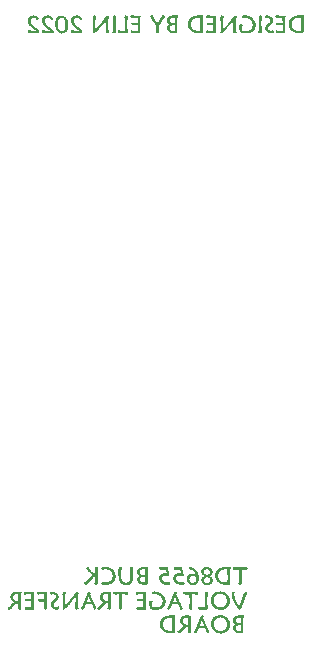
<source format=gbo>
G04*
G04 #@! TF.GenerationSoftware,Altium Limited,Altium Designer,20.0.2 (26)*
G04*
G04 Layer_Color=32896*
%FSLAX25Y25*%
%MOIN*%
G70*
G01*
G75*
G36*
X433893Y388597D02*
X434122Y388562D01*
X434219Y388534D01*
X434316Y388507D01*
X434407Y388479D01*
X434490Y388451D01*
X434566Y388423D01*
X434629Y388396D01*
X434684Y388368D01*
X434733Y388340D01*
X434767Y388319D01*
X434795Y388305D01*
X434809Y388299D01*
X434816Y388292D01*
X434899Y388229D01*
X434969Y388167D01*
X435031Y388104D01*
X435087Y388042D01*
X435135Y387979D01*
X435170Y387910D01*
X435225Y387792D01*
X435260Y387688D01*
X435274Y387639D01*
X435281Y387605D01*
X435288Y387570D01*
Y387549D01*
Y387535D01*
Y387528D01*
X435281Y387466D01*
X435274Y387403D01*
X435260Y387348D01*
X435239Y387306D01*
X435225Y387264D01*
X435212Y387237D01*
X435205Y387216D01*
X435198Y387209D01*
X435156Y387154D01*
X435101Y387105D01*
X434983Y387022D01*
X434927Y386987D01*
X434878Y386959D01*
X434851Y386945D01*
X434837Y386938D01*
X434740Y387098D01*
X434650Y387230D01*
X434559Y387334D01*
X434483Y387424D01*
X434413Y387487D01*
X434358Y387535D01*
X434330Y387563D01*
X434316Y387570D01*
X434212Y387632D01*
X434101Y387681D01*
X433990Y387709D01*
X433886Y387736D01*
X433796Y387750D01*
X433727Y387757D01*
X433664D01*
X433491Y387743D01*
X433345Y387716D01*
X433213Y387674D01*
X433102Y387625D01*
X433012Y387570D01*
X432949Y387528D01*
X432908Y387501D01*
X432894Y387487D01*
X432796Y387383D01*
X432727Y387264D01*
X432672Y387154D01*
X432637Y387042D01*
X432616Y386945D01*
X432609Y386862D01*
X432602Y386834D01*
Y386813D01*
Y386800D01*
Y386793D01*
X432609Y386695D01*
X432623Y386605D01*
X432644Y386508D01*
X432665Y386418D01*
X432734Y386237D01*
X432810Y386078D01*
X432852Y386008D01*
X432887Y385939D01*
X432921Y385883D01*
X432956Y385835D01*
X432977Y385793D01*
X432998Y385766D01*
X433012Y385745D01*
X433019Y385738D01*
X433102Y385634D01*
X433192Y385529D01*
X433296Y385419D01*
X433400Y385314D01*
X433622Y385106D01*
X433838Y384912D01*
X433942Y384829D01*
X434032Y384752D01*
X434122Y384676D01*
X434198Y384620D01*
X434254Y384572D01*
X434303Y384530D01*
X434330Y384509D01*
X434344Y384502D01*
X434469Y384412D01*
X434525Y384364D01*
X434580Y384322D01*
X434629Y384287D01*
X434663Y384260D01*
X434691Y384246D01*
X434698Y384239D01*
X434851Y384121D01*
X434983Y384010D01*
X435101Y383906D01*
X435198Y383801D01*
X435281Y383704D01*
X435350Y383614D01*
X435413Y383531D01*
X435455Y383454D01*
X435496Y383385D01*
X435517Y383330D01*
X435538Y383274D01*
X435552Y383232D01*
X435559Y383198D01*
X435566Y383170D01*
Y383156D01*
Y383149D01*
X435559Y383073D01*
X435552Y382996D01*
X435545Y382969D01*
Y382948D01*
X435538Y382934D01*
Y382927D01*
X435503Y382837D01*
X435462Y382753D01*
X435448Y382712D01*
X435427Y382684D01*
X435420Y382663D01*
X435413Y382656D01*
X435316Y382663D01*
X435219Y382670D01*
X435135Y382677D01*
X435059Y382684D01*
X434997D01*
X434955Y382691D01*
X434913D01*
X434733Y382705D01*
X434650D01*
X434566Y382712D01*
X434150D01*
X434004Y382705D01*
X433858D01*
X433727Y382698D01*
X433615D01*
X433574Y382691D01*
X433518D01*
X433303Y382684D01*
X433109Y382677D01*
X432873D01*
X432810Y382670D01*
X432561D01*
X432394Y382677D01*
X432255Y382691D01*
X432144Y382712D01*
X432047Y382733D01*
X431978Y382753D01*
X431929Y382774D01*
X431901Y382788D01*
X431894Y382795D01*
X431825Y382851D01*
X431776Y382913D01*
X431742Y382990D01*
X431721Y383059D01*
X431700Y383121D01*
X431693Y383177D01*
Y383211D01*
Y383225D01*
X431700Y383309D01*
X431707Y383392D01*
X431714Y383420D01*
Y383448D01*
X431721Y383461D01*
Y383468D01*
X431749Y383579D01*
X431790Y383683D01*
X431811Y383732D01*
X431825Y383767D01*
X431832Y383794D01*
X431839Y383801D01*
X431964Y383746D01*
X432102Y383704D01*
X432234Y383663D01*
X432366Y383635D01*
X432477Y383607D01*
X432526Y383600D01*
X432561Y383593D01*
X432595Y383586D01*
X432623D01*
X432637Y383579D01*
X432644D01*
X432838Y383559D01*
X433039Y383545D01*
X433248Y383531D01*
X433449Y383524D01*
X433622D01*
X433699Y383517D01*
X434552D01*
X434289Y383683D01*
X434039Y383843D01*
X433803Y384003D01*
X433595Y384155D01*
X433393Y384301D01*
X433220Y384440D01*
X433060Y384572D01*
X432914Y384697D01*
X432790Y384815D01*
X432679Y384912D01*
X432588Y385002D01*
X432512Y385078D01*
X432456Y385141D01*
X432415Y385189D01*
X432387Y385217D01*
X432380Y385224D01*
X432255Y385384D01*
X432144Y385536D01*
X432054Y385689D01*
X431971Y385835D01*
X431901Y385974D01*
X431846Y386105D01*
X431797Y386230D01*
X431763Y386348D01*
X431735Y386459D01*
X431707Y386557D01*
X431693Y386640D01*
X431686Y386709D01*
X431679Y386772D01*
X431672Y386813D01*
Y386841D01*
Y386848D01*
X431679Y386994D01*
X431693Y387126D01*
X431721Y387258D01*
X431755Y387375D01*
X431797Y387487D01*
X431846Y387591D01*
X431894Y387688D01*
X431943Y387778D01*
X431998Y387854D01*
X432047Y387924D01*
X432096Y387979D01*
X432137Y388028D01*
X432172Y388070D01*
X432200Y388097D01*
X432214Y388111D01*
X432221Y388118D01*
X432325Y388208D01*
X432436Y388278D01*
X432554Y388347D01*
X432672Y388403D01*
X432796Y388451D01*
X432914Y388493D01*
X433026Y388521D01*
X433137Y388548D01*
X433241Y388569D01*
X433338Y388583D01*
X433421Y388597D01*
X433497Y388604D01*
X433560Y388611D01*
X433768D01*
X433893Y388597D01*
D02*
G37*
G36*
X424239D02*
X424469Y388562D01*
X424566Y388534D01*
X424663Y388507D01*
X424753Y388479D01*
X424836Y388451D01*
X424913Y388423D01*
X424975Y388396D01*
X425031Y388368D01*
X425079Y388340D01*
X425114Y388319D01*
X425142Y388305D01*
X425156Y388299D01*
X425163Y388292D01*
X425246Y388229D01*
X425315Y388167D01*
X425378Y388104D01*
X425433Y388042D01*
X425482Y387979D01*
X425517Y387910D01*
X425572Y387792D01*
X425607Y387688D01*
X425621Y387639D01*
X425628Y387605D01*
X425634Y387570D01*
Y387549D01*
Y387535D01*
Y387528D01*
X425628Y387466D01*
X425621Y387403D01*
X425607Y387348D01*
X425586Y387306D01*
X425572Y387264D01*
X425558Y387237D01*
X425551Y387216D01*
X425544Y387209D01*
X425503Y387154D01*
X425447Y387105D01*
X425329Y387022D01*
X425274Y386987D01*
X425225Y386959D01*
X425197Y386945D01*
X425183Y386938D01*
X425086Y387098D01*
X424996Y387230D01*
X424906Y387334D01*
X424829Y387424D01*
X424760Y387487D01*
X424705Y387535D01*
X424677Y387563D01*
X424663Y387570D01*
X424559Y387632D01*
X424448Y387681D01*
X424337Y387709D01*
X424233Y387736D01*
X424142Y387750D01*
X424073Y387757D01*
X424011D01*
X423837Y387743D01*
X423691Y387716D01*
X423559Y387674D01*
X423448Y387625D01*
X423358Y387570D01*
X423296Y387528D01*
X423254Y387501D01*
X423240Y387487D01*
X423143Y387383D01*
X423074Y387264D01*
X423018Y387154D01*
X422983Y387042D01*
X422963Y386945D01*
X422956Y386862D01*
X422949Y386834D01*
Y386813D01*
Y386800D01*
Y386793D01*
X422956Y386695D01*
X422969Y386605D01*
X422990Y386508D01*
X423011Y386418D01*
X423080Y386237D01*
X423157Y386078D01*
X423199Y386008D01*
X423233Y385939D01*
X423268Y385883D01*
X423303Y385835D01*
X423323Y385793D01*
X423344Y385766D01*
X423358Y385745D01*
X423365Y385738D01*
X423448Y385634D01*
X423539Y385529D01*
X423643Y385418D01*
X423747Y385314D01*
X423969Y385106D01*
X424184Y384912D01*
X424288Y384829D01*
X424378Y384752D01*
X424469Y384676D01*
X424545Y384620D01*
X424600Y384572D01*
X424649Y384530D01*
X424677Y384509D01*
X424691Y384502D01*
X424816Y384412D01*
X424871Y384364D01*
X424927Y384322D01*
X424975Y384287D01*
X425010Y384260D01*
X425038Y384246D01*
X425044Y384239D01*
X425197Y384121D01*
X425329Y384010D01*
X425447Y383906D01*
X425544Y383801D01*
X425628Y383704D01*
X425697Y383614D01*
X425759Y383531D01*
X425801Y383454D01*
X425843Y383385D01*
X425864Y383330D01*
X425884Y383274D01*
X425898Y383232D01*
X425905Y383198D01*
X425912Y383170D01*
Y383156D01*
Y383149D01*
X425905Y383073D01*
X425898Y382996D01*
X425891Y382969D01*
Y382948D01*
X425884Y382934D01*
Y382927D01*
X425850Y382837D01*
X425808Y382753D01*
X425794Y382712D01*
X425773Y382684D01*
X425766Y382663D01*
X425759Y382656D01*
X425662Y382663D01*
X425565Y382670D01*
X425482Y382677D01*
X425405Y382684D01*
X425343D01*
X425301Y382691D01*
X425260D01*
X425079Y382705D01*
X424996D01*
X424913Y382712D01*
X424496D01*
X424351Y382705D01*
X424205D01*
X424073Y382698D01*
X423962D01*
X423920Y382691D01*
X423865D01*
X423650Y382684D01*
X423455Y382677D01*
X423219D01*
X423157Y382670D01*
X422907D01*
X422741Y382677D01*
X422602Y382691D01*
X422491Y382712D01*
X422394Y382733D01*
X422324Y382753D01*
X422275Y382774D01*
X422248Y382788D01*
X422241Y382795D01*
X422171Y382851D01*
X422123Y382913D01*
X422088Y382989D01*
X422067Y383059D01*
X422047Y383121D01*
X422040Y383177D01*
Y383211D01*
Y383225D01*
X422047Y383309D01*
X422053Y383392D01*
X422060Y383420D01*
Y383448D01*
X422067Y383461D01*
Y383468D01*
X422095Y383579D01*
X422137Y383683D01*
X422157Y383732D01*
X422171Y383767D01*
X422178Y383794D01*
X422185Y383801D01*
X422310Y383746D01*
X422449Y383704D01*
X422581Y383663D01*
X422713Y383635D01*
X422824Y383607D01*
X422872Y383600D01*
X422907Y383593D01*
X422942Y383586D01*
X422969D01*
X422983Y383579D01*
X422990D01*
X423185Y383559D01*
X423386Y383545D01*
X423594Y383531D01*
X423795Y383524D01*
X423969D01*
X424045Y383517D01*
X424899D01*
X424635Y383683D01*
X424385Y383843D01*
X424149Y384003D01*
X423941Y384155D01*
X423740Y384301D01*
X423566Y384440D01*
X423407Y384572D01*
X423261Y384697D01*
X423136Y384815D01*
X423025Y384912D01*
X422935Y385002D01*
X422858Y385078D01*
X422803Y385141D01*
X422761Y385189D01*
X422733Y385217D01*
X422727Y385224D01*
X422602Y385384D01*
X422491Y385536D01*
X422400Y385689D01*
X422317Y385835D01*
X422248Y385974D01*
X422192Y386105D01*
X422144Y386230D01*
X422109Y386348D01*
X422081Y386459D01*
X422053Y386557D01*
X422040Y386640D01*
X422033Y386709D01*
X422026Y386772D01*
X422019Y386813D01*
Y386841D01*
Y386848D01*
X422026Y386994D01*
X422040Y387126D01*
X422067Y387258D01*
X422102Y387375D01*
X422144Y387487D01*
X422192Y387591D01*
X422241Y387688D01*
X422289Y387778D01*
X422345Y387854D01*
X422394Y387924D01*
X422442Y387979D01*
X422484Y388028D01*
X422518Y388070D01*
X422546Y388097D01*
X422560Y388111D01*
X422567Y388118D01*
X422671Y388208D01*
X422782Y388278D01*
X422900Y388347D01*
X423018Y388403D01*
X423143Y388451D01*
X423261Y388493D01*
X423372Y388521D01*
X423483Y388548D01*
X423587Y388569D01*
X423684Y388583D01*
X423768Y388597D01*
X423844Y388604D01*
X423906Y388611D01*
X424115D01*
X424239Y388597D01*
D02*
G37*
G36*
X419492Y388597D02*
X419722Y388562D01*
X419819Y388534D01*
X419916Y388507D01*
X420006Y388479D01*
X420089Y388451D01*
X420166Y388423D01*
X420228Y388396D01*
X420284Y388368D01*
X420332Y388340D01*
X420367Y388319D01*
X420395Y388305D01*
X420409Y388299D01*
X420416Y388292D01*
X420499Y388229D01*
X420568Y388167D01*
X420631Y388104D01*
X420686Y388042D01*
X420735Y387979D01*
X420770Y387910D01*
X420825Y387792D01*
X420860Y387688D01*
X420874Y387639D01*
X420881Y387605D01*
X420888Y387570D01*
Y387549D01*
Y387535D01*
Y387528D01*
X420881Y387466D01*
X420874Y387403D01*
X420860Y387348D01*
X420839Y387306D01*
X420825Y387264D01*
X420811Y387237D01*
X420804Y387216D01*
X420797Y387209D01*
X420756Y387154D01*
X420700Y387105D01*
X420582Y387022D01*
X420527Y386987D01*
X420478Y386959D01*
X420450Y386945D01*
X420436Y386938D01*
X420339Y387098D01*
X420249Y387230D01*
X420159Y387334D01*
X420082Y387424D01*
X420013Y387487D01*
X419957Y387535D01*
X419930Y387563D01*
X419916Y387570D01*
X419812Y387632D01*
X419701Y387681D01*
X419590Y387709D01*
X419486Y387736D01*
X419395Y387750D01*
X419326Y387757D01*
X419264D01*
X419090Y387743D01*
X418944Y387716D01*
X418812Y387674D01*
X418701Y387625D01*
X418611Y387570D01*
X418549Y387528D01*
X418507Y387501D01*
X418493Y387487D01*
X418396Y387383D01*
X418327Y387264D01*
X418271Y387154D01*
X418236Y387042D01*
X418216Y386945D01*
X418209Y386862D01*
X418202Y386834D01*
Y386813D01*
Y386800D01*
Y386793D01*
X418209Y386695D01*
X418223Y386605D01*
X418243Y386508D01*
X418264Y386418D01*
X418334Y386237D01*
X418410Y386078D01*
X418451Y386008D01*
X418486Y385939D01*
X418521Y385883D01*
X418556Y385835D01*
X418576Y385793D01*
X418597Y385766D01*
X418611Y385745D01*
X418618Y385738D01*
X418701Y385634D01*
X418792Y385529D01*
X418896Y385418D01*
X419000Y385314D01*
X419222Y385106D01*
X419437Y384912D01*
X419541Y384828D01*
X419631Y384752D01*
X419722Y384676D01*
X419798Y384620D01*
X419853Y384572D01*
X419902Y384530D01*
X419930Y384509D01*
X419944Y384502D01*
X420069Y384412D01*
X420124Y384364D01*
X420180Y384322D01*
X420228Y384287D01*
X420263Y384260D01*
X420291Y384246D01*
X420298Y384239D01*
X420450Y384121D01*
X420582Y384010D01*
X420700Y383906D01*
X420797Y383801D01*
X420881Y383704D01*
X420950Y383614D01*
X421012Y383531D01*
X421054Y383454D01*
X421096Y383385D01*
X421116Y383330D01*
X421137Y383274D01*
X421151Y383232D01*
X421158Y383198D01*
X421165Y383170D01*
Y383156D01*
Y383149D01*
X421158Y383073D01*
X421151Y382996D01*
X421144Y382969D01*
Y382948D01*
X421137Y382934D01*
Y382927D01*
X421103Y382837D01*
X421061Y382753D01*
X421047Y382712D01*
X421026Y382684D01*
X421019Y382663D01*
X421012Y382656D01*
X420915Y382663D01*
X420818Y382670D01*
X420735Y382677D01*
X420658Y382684D01*
X420596D01*
X420554Y382691D01*
X420513D01*
X420332Y382705D01*
X420249D01*
X420166Y382712D01*
X419749D01*
X419604Y382705D01*
X419458D01*
X419326Y382698D01*
X419215D01*
X419173Y382691D01*
X419118D01*
X418903Y382684D01*
X418708Y382677D01*
X418472D01*
X418410Y382670D01*
X418160D01*
X417993Y382677D01*
X417855Y382691D01*
X417744Y382712D01*
X417647Y382733D01*
X417577Y382753D01*
X417528Y382774D01*
X417501Y382788D01*
X417494Y382795D01*
X417424Y382851D01*
X417376Y382913D01*
X417341Y382989D01*
X417320Y383059D01*
X417300Y383121D01*
X417293Y383177D01*
Y383211D01*
Y383225D01*
X417300Y383309D01*
X417306Y383392D01*
X417313Y383420D01*
Y383448D01*
X417320Y383461D01*
Y383468D01*
X417348Y383579D01*
X417390Y383683D01*
X417411Y383732D01*
X417424Y383767D01*
X417431Y383794D01*
X417438Y383801D01*
X417563Y383746D01*
X417702Y383704D01*
X417834Y383663D01*
X417966Y383635D01*
X418077Y383607D01*
X418125Y383600D01*
X418160Y383593D01*
X418195Y383586D01*
X418223D01*
X418236Y383579D01*
X418243D01*
X418438Y383559D01*
X418639Y383545D01*
X418847Y383531D01*
X419048Y383524D01*
X419222D01*
X419298Y383517D01*
X420152D01*
X419888Y383683D01*
X419638Y383843D01*
X419402Y384003D01*
X419194Y384155D01*
X418993Y384301D01*
X418819Y384440D01*
X418660Y384572D01*
X418514Y384697D01*
X418389Y384815D01*
X418278Y384912D01*
X418188Y385002D01*
X418112Y385078D01*
X418056Y385141D01*
X418014Y385189D01*
X417987Y385217D01*
X417980Y385224D01*
X417855Y385384D01*
X417744Y385536D01*
X417653Y385689D01*
X417570Y385835D01*
X417501Y385974D01*
X417445Y386105D01*
X417397Y386230D01*
X417362Y386348D01*
X417334Y386459D01*
X417306Y386557D01*
X417293Y386640D01*
X417286Y386709D01*
X417279Y386772D01*
X417272Y386813D01*
Y386841D01*
Y386848D01*
X417279Y386994D01*
X417293Y387126D01*
X417320Y387258D01*
X417355Y387375D01*
X417397Y387487D01*
X417445Y387591D01*
X417494Y387688D01*
X417542Y387778D01*
X417598Y387854D01*
X417647Y387924D01*
X417695Y387979D01*
X417737Y388028D01*
X417771Y388070D01*
X417799Y388097D01*
X417813Y388111D01*
X417820Y388118D01*
X417924Y388208D01*
X418035Y388278D01*
X418153Y388347D01*
X418271Y388403D01*
X418396Y388451D01*
X418514Y388493D01*
X418625Y388521D01*
X418736Y388548D01*
X418840Y388569D01*
X418937Y388583D01*
X419021Y388597D01*
X419097Y388604D01*
X419159Y388611D01*
X419368D01*
X419492Y388597D01*
D02*
G37*
G36*
X500593Y388611D02*
X500684D01*
X500725Y388604D01*
X500760D01*
X501121Y388583D01*
X501468Y388569D01*
X501634D01*
X501787Y388562D01*
X501940Y388555D01*
X502210D01*
X502321Y388548D01*
X503258D01*
X503231Y388382D01*
X503210Y388201D01*
X503189Y388021D01*
X503175Y387854D01*
X503168Y387778D01*
X503161Y387702D01*
X503154Y387639D01*
Y387584D01*
Y387542D01*
X503147Y387507D01*
Y387487D01*
Y387480D01*
X503140Y387355D01*
X503133Y387223D01*
X503120Y386945D01*
X503113Y386661D01*
Y386522D01*
Y386390D01*
X503106Y386258D01*
Y386147D01*
Y386043D01*
Y385953D01*
Y385876D01*
Y385821D01*
Y385786D01*
Y385772D01*
Y385363D01*
X503120Y384960D01*
Y384759D01*
X503126Y384572D01*
X503133Y384384D01*
X503140Y384211D01*
X503147Y384051D01*
X503154Y383912D01*
X503161Y383781D01*
Y383670D01*
X503168Y383579D01*
X503175Y383517D01*
Y383475D01*
Y383468D01*
Y383461D01*
X503182Y383343D01*
Y383246D01*
Y383170D01*
X503189Y383114D01*
Y383073D01*
Y383052D01*
Y383038D01*
Y383031D01*
X503182Y382962D01*
X503175Y382906D01*
X503161Y382858D01*
X503147Y382816D01*
X503133Y382788D01*
X503126Y382767D01*
X503113Y382753D01*
Y382747D01*
X503078Y382719D01*
X503036Y382698D01*
X502953Y382677D01*
X502918Y382670D01*
X502884Y382663D01*
X502828D01*
X502793Y382670D01*
X502745D01*
X502585Y382677D01*
X502432D01*
X502294Y382684D01*
X501551D01*
X501468Y382677D01*
X501336D01*
X501197Y382670D01*
X500982D01*
X500899Y382663D01*
X500753D01*
X500607Y382670D01*
X500482Y382677D01*
X500385Y382691D01*
X500302Y382712D01*
X500239Y382733D01*
X500198Y382747D01*
X500170Y382753D01*
X500163Y382760D01*
X500108Y382809D01*
X500066Y382858D01*
X500031Y382920D01*
X500010Y382982D01*
X499997Y383038D01*
X499990Y383080D01*
Y383107D01*
Y383121D01*
X499997Y383205D01*
X500010Y383274D01*
X500017Y383309D01*
X500024Y383330D01*
X500031Y383343D01*
Y383350D01*
X500052Y383399D01*
X500073Y383454D01*
X500135Y383565D01*
X500163Y383614D01*
X500184Y383649D01*
X500198Y383677D01*
X500205Y383683D01*
X500316Y383642D01*
X500427Y383607D01*
X500524Y383579D01*
X500614Y383559D01*
X500691Y383538D01*
X500753Y383524D01*
X500788Y383517D01*
X500802D01*
X500913Y383503D01*
X501038Y383496D01*
X501156Y383482D01*
X501267D01*
X501364Y383475D01*
X501870D01*
X501988Y383482D01*
X502287D01*
X502301Y383489D01*
X502287D01*
X502280Y383683D01*
X502273Y383871D01*
Y384051D01*
X502266Y384211D01*
Y384280D01*
Y384343D01*
X502259Y384405D01*
Y384454D01*
Y384489D01*
Y384523D01*
Y384537D01*
Y384544D01*
X502252Y384738D01*
Y384912D01*
X502245Y385058D01*
Y385176D01*
Y385273D01*
Y385342D01*
Y385363D01*
Y385384D01*
Y385398D01*
X502092D01*
X502044Y385405D01*
X501620D01*
X501523Y385398D01*
X501336D01*
X501273Y385391D01*
X501086D01*
X500989Y385384D01*
X500753D01*
X500642Y385391D01*
X500552Y385398D01*
X500468Y385419D01*
X500406Y385439D01*
X500351Y385453D01*
X500316Y385474D01*
X500295Y385481D01*
X500288Y385488D01*
X500233Y385529D01*
X500198Y385585D01*
X500170Y385641D01*
X500149Y385696D01*
X500135Y385745D01*
X500128Y385786D01*
Y385821D01*
Y385828D01*
X500135Y385883D01*
X500142Y385939D01*
X500149Y385981D01*
X500156Y385988D01*
Y385995D01*
X500170Y386036D01*
X500184Y386078D01*
X500219Y386168D01*
X500239Y386203D01*
X500253Y386237D01*
X500260Y386258D01*
X500267Y386265D01*
X500357Y386244D01*
X500455Y386230D01*
X500545Y386217D01*
X500635Y386210D01*
X500711Y386196D01*
X500774D01*
X500815Y386189D01*
X500829D01*
X500961Y386182D01*
X501100Y386175D01*
X501246D01*
X501384Y386168D01*
X502231D01*
X502204Y387771D01*
X502190D01*
X502155Y387778D01*
X501995D01*
X501912Y387785D01*
X501697D01*
X501641Y387792D01*
X501225D01*
X501079Y387785D01*
X500954Y387778D01*
X500843Y387771D01*
X500760Y387757D01*
X500698Y387750D01*
X500656Y387743D01*
X500642D01*
X500531Y387723D01*
X500427Y387702D01*
X500330Y387681D01*
X500239Y387653D01*
X500170Y387632D01*
X500114Y387612D01*
X500080Y387605D01*
X500066Y387598D01*
X500024Y387674D01*
X499983Y387743D01*
X499955Y387799D01*
X499934Y387847D01*
X499913Y387889D01*
X499899Y387917D01*
X499892Y387938D01*
Y387945D01*
X499865Y388049D01*
X499851Y388132D01*
X499844Y388167D01*
Y388188D01*
Y388201D01*
Y388208D01*
X499851Y388285D01*
X499872Y388354D01*
X499892Y388403D01*
X499920Y388451D01*
X499955Y388479D01*
X499976Y388507D01*
X499997Y388514D01*
X500003Y388521D01*
X500066Y388555D01*
X500142Y388576D01*
X500226Y388597D01*
X500309Y388604D01*
X500385Y388611D01*
X500448Y388618D01*
X500552D01*
X500593Y388611D01*
D02*
G37*
G36*
X477435Y388611D02*
X477525D01*
X477566Y388604D01*
X477601D01*
X477962Y388583D01*
X478309Y388569D01*
X478476D01*
X478628Y388562D01*
X478781Y388555D01*
X479052D01*
X479163Y388548D01*
X480100D01*
X480072Y388382D01*
X480051Y388201D01*
X480030Y388021D01*
X480016Y387854D01*
X480009Y387778D01*
X480002Y387702D01*
X479995Y387639D01*
Y387584D01*
Y387542D01*
X479988Y387507D01*
Y387487D01*
Y387480D01*
X479982Y387355D01*
X479975Y387223D01*
X479961Y386945D01*
X479954Y386661D01*
Y386522D01*
Y386390D01*
X479947Y386258D01*
Y386147D01*
Y386043D01*
Y385953D01*
Y385876D01*
Y385821D01*
Y385786D01*
Y385772D01*
Y385363D01*
X479961Y384960D01*
Y384759D01*
X479968Y384572D01*
X479975Y384384D01*
X479982Y384211D01*
X479988Y384051D01*
X479995Y383912D01*
X480002Y383781D01*
Y383670D01*
X480009Y383579D01*
X480016Y383517D01*
Y383475D01*
Y383468D01*
Y383461D01*
X480023Y383343D01*
Y383246D01*
Y383170D01*
X480030Y383114D01*
Y383073D01*
Y383052D01*
Y383038D01*
Y383031D01*
X480023Y382962D01*
X480016Y382906D01*
X480002Y382858D01*
X479988Y382816D01*
X479975Y382788D01*
X479968Y382767D01*
X479954Y382753D01*
Y382747D01*
X479919Y382719D01*
X479878Y382698D01*
X479794Y382677D01*
X479760Y382670D01*
X479725Y382663D01*
X479669D01*
X479635Y382670D01*
X479586D01*
X479426Y382677D01*
X479274D01*
X479135Y382684D01*
X478392D01*
X478309Y382677D01*
X478177D01*
X478038Y382670D01*
X477823D01*
X477740Y382663D01*
X477594D01*
X477449Y382670D01*
X477324Y382677D01*
X477226Y382691D01*
X477143Y382712D01*
X477081Y382733D01*
X477039Y382747D01*
X477011Y382753D01*
X477004Y382760D01*
X476949Y382809D01*
X476907Y382858D01*
X476872Y382920D01*
X476852Y382982D01*
X476838Y383038D01*
X476831Y383080D01*
Y383107D01*
Y383121D01*
X476838Y383205D01*
X476852Y383274D01*
X476859Y383309D01*
X476865Y383330D01*
X476872Y383343D01*
Y383350D01*
X476893Y383399D01*
X476914Y383454D01*
X476977Y383565D01*
X477004Y383614D01*
X477025Y383649D01*
X477039Y383677D01*
X477046Y383683D01*
X477157Y383642D01*
X477268Y383607D01*
X477365Y383579D01*
X477455Y383559D01*
X477532Y383538D01*
X477594Y383524D01*
X477629Y383517D01*
X477643D01*
X477754Y383503D01*
X477879Y383496D01*
X477997Y383482D01*
X478108D01*
X478205Y383475D01*
X478712D01*
X478829Y383482D01*
X479128D01*
X479142Y383489D01*
X479128D01*
X479121Y383683D01*
X479114Y383871D01*
Y384051D01*
X479107Y384211D01*
Y384280D01*
Y384343D01*
X479100Y384405D01*
Y384454D01*
Y384489D01*
Y384523D01*
Y384537D01*
Y384544D01*
X479093Y384738D01*
Y384912D01*
X479086Y385058D01*
Y385176D01*
Y385273D01*
Y385342D01*
Y385363D01*
Y385384D01*
Y385398D01*
X478934D01*
X478885Y385405D01*
X478462D01*
X478365Y385398D01*
X478177D01*
X478115Y385391D01*
X477927D01*
X477830Y385384D01*
X477594D01*
X477483Y385391D01*
X477393Y385398D01*
X477310Y385419D01*
X477247Y385439D01*
X477192Y385453D01*
X477157Y385474D01*
X477136Y385481D01*
X477129Y385488D01*
X477074Y385529D01*
X477039Y385585D01*
X477011Y385641D01*
X476990Y385696D01*
X476977Y385745D01*
X476970Y385786D01*
Y385821D01*
Y385828D01*
X476977Y385883D01*
X476983Y385939D01*
X476990Y385981D01*
X476997Y385987D01*
Y385995D01*
X477011Y386036D01*
X477025Y386078D01*
X477060Y386168D01*
X477081Y386203D01*
X477095Y386237D01*
X477102Y386258D01*
X477108Y386265D01*
X477199Y386244D01*
X477296Y386230D01*
X477386Y386217D01*
X477476Y386210D01*
X477553Y386196D01*
X477615D01*
X477657Y386189D01*
X477671D01*
X477802Y386182D01*
X477941Y386175D01*
X478087D01*
X478226Y386168D01*
X479072D01*
X479045Y387771D01*
X479031D01*
X478996Y387778D01*
X478836D01*
X478753Y387785D01*
X478538D01*
X478482Y387792D01*
X478066D01*
X477920Y387785D01*
X477796Y387778D01*
X477684Y387771D01*
X477601Y387757D01*
X477539Y387750D01*
X477497Y387743D01*
X477483D01*
X477372Y387722D01*
X477268Y387702D01*
X477171Y387681D01*
X477081Y387653D01*
X477011Y387632D01*
X476956Y387612D01*
X476921Y387605D01*
X476907Y387598D01*
X476865Y387674D01*
X476824Y387743D01*
X476796Y387799D01*
X476775Y387847D01*
X476755Y387889D01*
X476741Y387917D01*
X476734Y387938D01*
Y387945D01*
X476706Y388049D01*
X476692Y388132D01*
X476685Y388167D01*
Y388188D01*
Y388201D01*
Y388208D01*
X476692Y388285D01*
X476713Y388354D01*
X476734Y388403D01*
X476761Y388451D01*
X476796Y388479D01*
X476817Y388507D01*
X476838Y388514D01*
X476845Y388521D01*
X476907Y388555D01*
X476983Y388576D01*
X477067Y388597D01*
X477150Y388604D01*
X477226Y388611D01*
X477289Y388618D01*
X477393D01*
X477435Y388611D01*
D02*
G37*
G36*
X452277D02*
X452367D01*
X452409Y388604D01*
X452444D01*
X452805Y388583D01*
X453152Y388569D01*
X453318D01*
X453471Y388562D01*
X453623Y388555D01*
X453894D01*
X454005Y388548D01*
X454942D01*
X454914Y388382D01*
X454893Y388201D01*
X454873Y388021D01*
X454859Y387854D01*
X454852Y387778D01*
X454845Y387702D01*
X454838Y387639D01*
Y387584D01*
Y387542D01*
X454831Y387507D01*
Y387487D01*
Y387480D01*
X454824Y387355D01*
X454817Y387223D01*
X454803Y386945D01*
X454796Y386661D01*
Y386522D01*
Y386390D01*
X454789Y386258D01*
Y386147D01*
Y386043D01*
Y385953D01*
Y385876D01*
Y385821D01*
Y385786D01*
Y385772D01*
Y385363D01*
X454803Y384960D01*
Y384759D01*
X454810Y384572D01*
X454817Y384384D01*
X454824Y384211D01*
X454831Y384051D01*
X454838Y383912D01*
X454845Y383781D01*
Y383670D01*
X454852Y383579D01*
X454859Y383517D01*
Y383475D01*
Y383468D01*
Y383461D01*
X454866Y383343D01*
Y383246D01*
Y383170D01*
X454873Y383114D01*
Y383073D01*
Y383052D01*
Y383038D01*
Y383031D01*
X454866Y382962D01*
X454859Y382906D01*
X454845Y382858D01*
X454831Y382816D01*
X454817Y382788D01*
X454810Y382767D01*
X454796Y382753D01*
Y382747D01*
X454762Y382719D01*
X454720Y382698D01*
X454637Y382677D01*
X454602Y382670D01*
X454567Y382663D01*
X454512D01*
X454477Y382670D01*
X454428D01*
X454269Y382677D01*
X454116D01*
X453977Y382684D01*
X453235D01*
X453152Y382677D01*
X453020D01*
X452881Y382670D01*
X452666D01*
X452583Y382663D01*
X452437D01*
X452291Y382670D01*
X452166Y382677D01*
X452069Y382691D01*
X451986Y382712D01*
X451923Y382733D01*
X451882Y382747D01*
X451854Y382753D01*
X451847Y382760D01*
X451791Y382809D01*
X451750Y382858D01*
X451715Y382920D01*
X451694Y382982D01*
X451680Y383038D01*
X451673Y383080D01*
Y383107D01*
Y383121D01*
X451680Y383205D01*
X451694Y383274D01*
X451701Y383309D01*
X451708Y383330D01*
X451715Y383343D01*
Y383350D01*
X451736Y383399D01*
X451757Y383454D01*
X451819Y383565D01*
X451847Y383614D01*
X451868Y383649D01*
X451882Y383677D01*
X451889Y383683D01*
X452000Y383642D01*
X452110Y383607D01*
X452208Y383579D01*
X452298Y383559D01*
X452374Y383538D01*
X452437Y383524D01*
X452471Y383517D01*
X452485D01*
X452596Y383503D01*
X452721Y383496D01*
X452839Y383482D01*
X452950D01*
X453047Y383475D01*
X453554D01*
X453672Y383482D01*
X453970D01*
X453984Y383489D01*
X453970D01*
X453964Y383683D01*
X453957Y383871D01*
Y384051D01*
X453950Y384211D01*
Y384280D01*
Y384343D01*
X453943Y384405D01*
Y384454D01*
Y384489D01*
Y384523D01*
Y384537D01*
Y384544D01*
X453936Y384738D01*
Y384912D01*
X453929Y385058D01*
Y385176D01*
Y385273D01*
Y385342D01*
Y385363D01*
Y385384D01*
Y385398D01*
X453776D01*
X453728Y385405D01*
X453304D01*
X453207Y385398D01*
X453020D01*
X452957Y385391D01*
X452770D01*
X452673Y385384D01*
X452437D01*
X452326Y385391D01*
X452236Y385398D01*
X452152Y385419D01*
X452090Y385439D01*
X452034Y385453D01*
X452000Y385474D01*
X451979Y385481D01*
X451972Y385488D01*
X451916Y385529D01*
X451882Y385585D01*
X451854Y385641D01*
X451833Y385696D01*
X451819Y385745D01*
X451812Y385786D01*
Y385821D01*
Y385828D01*
X451819Y385883D01*
X451826Y385939D01*
X451833Y385981D01*
X451840Y385987D01*
Y385995D01*
X451854Y386036D01*
X451868Y386078D01*
X451902Y386168D01*
X451923Y386203D01*
X451937Y386237D01*
X451944Y386258D01*
X451951Y386265D01*
X452041Y386244D01*
X452138Y386230D01*
X452228Y386217D01*
X452319Y386210D01*
X452395Y386196D01*
X452458D01*
X452499Y386189D01*
X452513D01*
X452645Y386182D01*
X452784Y386175D01*
X452929D01*
X453068Y386168D01*
X453915D01*
X453887Y387771D01*
X453873D01*
X453839Y387778D01*
X453679D01*
X453596Y387785D01*
X453381D01*
X453325Y387792D01*
X452909D01*
X452763Y387785D01*
X452638Y387778D01*
X452527Y387771D01*
X452444Y387757D01*
X452381Y387750D01*
X452340Y387743D01*
X452326D01*
X452215Y387722D01*
X452110Y387702D01*
X452013Y387681D01*
X451923Y387653D01*
X451854Y387632D01*
X451798Y387612D01*
X451763Y387605D01*
X451750Y387598D01*
X451708Y387674D01*
X451666Y387743D01*
X451639Y387799D01*
X451618Y387847D01*
X451597Y387889D01*
X451583Y387917D01*
X451576Y387938D01*
Y387945D01*
X451548Y388049D01*
X451535Y388132D01*
X451528Y388167D01*
Y388188D01*
Y388201D01*
Y388208D01*
X451535Y388285D01*
X451555Y388354D01*
X451576Y388403D01*
X451604Y388451D01*
X451639Y388479D01*
X451659Y388507D01*
X451680Y388514D01*
X451687Y388521D01*
X451750Y388555D01*
X451826Y388576D01*
X451909Y388597D01*
X451993Y388604D01*
X452069Y388611D01*
X452131Y388618D01*
X452236D01*
X452277Y388611D01*
D02*
G37*
G36*
X462479Y388646D02*
X462555Y388625D01*
X462625Y388590D01*
X462680Y388555D01*
X462729Y388521D01*
X462763Y388486D01*
X462784Y388465D01*
X462791Y388458D01*
X462847Y388375D01*
X462895Y388278D01*
X462944Y388174D01*
X462979Y388070D01*
X463006Y387972D01*
X463027Y387889D01*
X463041Y387861D01*
Y387841D01*
X463048Y387827D01*
Y387820D01*
X462992Y387806D01*
X462930Y387785D01*
X462867Y387743D01*
X462805Y387702D01*
X462743Y387646D01*
X462680Y387584D01*
X462555Y387459D01*
X462444Y387334D01*
X462396Y387278D01*
X462354Y387223D01*
X462319Y387181D01*
X462291Y387146D01*
X462278Y387126D01*
X462271Y387119D01*
X462174Y386987D01*
X462076Y386841D01*
X461972Y386688D01*
X461861Y386529D01*
X461653Y386196D01*
X461549Y386036D01*
X461452Y385876D01*
X461362Y385724D01*
X461278Y385585D01*
X461202Y385460D01*
X461139Y385349D01*
X461091Y385259D01*
X461049Y385189D01*
X461035Y385169D01*
X461022Y385148D01*
X461015Y385141D01*
Y385134D01*
X461022Y384919D01*
X461028Y384711D01*
X461042Y384509D01*
X461049Y384329D01*
Y384246D01*
X461056Y384169D01*
Y384107D01*
Y384051D01*
X461063Y384003D01*
Y383968D01*
Y383947D01*
Y383940D01*
X461070Y383829D01*
Y383732D01*
X461077Y383642D01*
Y383572D01*
X461084Y383503D01*
Y383448D01*
Y383399D01*
Y383364D01*
X461091Y383330D01*
Y383309D01*
Y383274D01*
Y383260D01*
Y383253D01*
X461084Y383149D01*
X461077Y383052D01*
X461063Y382976D01*
X461042Y382920D01*
X461022Y382872D01*
X461008Y382837D01*
X461001Y382816D01*
X460994Y382809D01*
X460952Y382767D01*
X460897Y382733D01*
X460841Y382712D01*
X460785Y382691D01*
X460730Y382684D01*
X460688Y382677D01*
X460647D01*
X460522Y382684D01*
X460466Y382691D01*
X460411Y382705D01*
X460369Y382712D01*
X460334Y382719D01*
X460314Y382726D01*
X460307D01*
X460237Y382747D01*
X460168Y382774D01*
X460099Y382809D01*
X460029Y382844D01*
X459974Y382872D01*
X459925Y382899D01*
X459897Y382913D01*
X459883Y382920D01*
X459925Y383031D01*
X459967Y383149D01*
X459994Y383260D01*
X460022Y383371D01*
X460036Y383468D01*
X460050Y383538D01*
X460057Y383565D01*
X460064Y383586D01*
Y383600D01*
Y383607D01*
X460078Y383774D01*
X460091Y383954D01*
X460099Y384135D01*
X460105Y384315D01*
Y384391D01*
X460112Y384468D01*
Y384537D01*
Y384593D01*
Y384641D01*
Y384683D01*
Y384704D01*
Y384711D01*
Y384745D01*
Y384794D01*
Y384891D01*
Y384940D01*
Y384974D01*
Y385002D01*
Y385009D01*
Y385078D01*
X460105Y385134D01*
Y385176D01*
Y385203D01*
Y385217D01*
Y385224D01*
Y385231D01*
X459960Y385446D01*
X459807Y385675D01*
X459647Y385904D01*
X459495Y386126D01*
X459425Y386224D01*
X459363Y386314D01*
X459307Y386397D01*
X459259Y386466D01*
X459217Y386529D01*
X459189Y386571D01*
X459168Y386598D01*
X459162Y386605D01*
X458988Y386855D01*
X458835Y387084D01*
X458704Y387285D01*
X458593Y387459D01*
X458495Y387618D01*
X458419Y387750D01*
X458350Y387868D01*
X458301Y387965D01*
X458259Y388042D01*
X458225Y388111D01*
X458204Y388160D01*
X458190Y388201D01*
X458183Y388229D01*
X458176Y388243D01*
Y388257D01*
X458183Y388319D01*
X458197Y388375D01*
X458211Y388417D01*
X458232Y388458D01*
X458259Y388486D01*
X458273Y388507D01*
X458287Y388521D01*
X458294Y388528D01*
X458336Y388562D01*
X458384Y388583D01*
X458482Y388611D01*
X458530Y388618D01*
X458558Y388625D01*
X458676D01*
X458752Y388618D01*
X458780Y388611D01*
X458808D01*
X458821Y388604D01*
X458828D01*
X458877Y388597D01*
X458933Y388583D01*
X459037Y388562D01*
X459085Y388548D01*
X459120Y388534D01*
X459148Y388528D01*
X459155D01*
X459148Y388493D01*
Y388465D01*
X459141Y388423D01*
Y388410D01*
Y388403D01*
X459134Y388368D01*
Y388361D01*
Y388354D01*
Y388305D01*
X459148Y388257D01*
X459182Y388132D01*
X459238Y388000D01*
X459293Y387868D01*
X459349Y387750D01*
X459377Y387695D01*
X459405Y387646D01*
X459425Y387612D01*
X459439Y387584D01*
X459446Y387563D01*
X459453Y387556D01*
X459515Y387445D01*
X459592Y387320D01*
X459668Y387188D01*
X459752Y387056D01*
X459925Y386772D01*
X460099Y386501D01*
X460182Y386369D01*
X460258Y386251D01*
X460327Y386140D01*
X460390Y386050D01*
X460438Y385974D01*
X460473Y385911D01*
X460501Y385876D01*
X460508Y385863D01*
X460723Y386230D01*
X460945Y386605D01*
X461049Y386786D01*
X461146Y386959D01*
X461244Y387133D01*
X461341Y387292D01*
X461424Y387438D01*
X461500Y387570D01*
X461570Y387688D01*
X461625Y387792D01*
X461674Y387875D01*
X461709Y387938D01*
X461729Y387972D01*
X461736Y387986D01*
X461799Y388097D01*
X461847Y388181D01*
X461889Y388243D01*
X461917Y388292D01*
X461938Y388326D01*
X461951Y388347D01*
X461958Y388361D01*
X462000Y388417D01*
X462035Y388458D01*
X462069Y388500D01*
X462104Y388528D01*
X462125Y388555D01*
X462146Y388569D01*
X462160Y388583D01*
X462167D01*
X462243Y388625D01*
X462319Y388646D01*
X462347Y388652D01*
X462396D01*
X462479Y388646D01*
D02*
G37*
G36*
X497158Y388646D02*
X497311Y388625D01*
X497463Y388590D01*
X497588Y388555D01*
X497699Y388521D01*
X497748Y388507D01*
X497783Y388486D01*
X497817Y388479D01*
X497838Y388465D01*
X497852Y388458D01*
X497859D01*
X498019Y388382D01*
X498164Y388285D01*
X498303Y388188D01*
X498421Y388083D01*
X498525Y387993D01*
X498567Y387959D01*
X498602Y387924D01*
X498629Y387896D01*
X498650Y387875D01*
X498664Y387861D01*
X498671Y387854D01*
X498747Y387778D01*
X498817Y387702D01*
X498879Y387618D01*
X498928Y387542D01*
X498969Y387473D01*
X498997Y387417D01*
X499018Y387383D01*
X499025Y387376D01*
Y387369D01*
X499067Y387258D01*
X499101Y387146D01*
X499122Y387049D01*
X499143Y386952D01*
X499150Y386876D01*
X499157Y386820D01*
Y386779D01*
Y386772D01*
Y386765D01*
X499143Y386633D01*
X499108Y386501D01*
X499060Y386369D01*
X498990Y386237D01*
X498907Y386105D01*
X498817Y385981D01*
X498720Y385856D01*
X498622Y385745D01*
X498525Y385634D01*
X498428Y385537D01*
X498338Y385453D01*
X498255Y385377D01*
X498185Y385314D01*
X498137Y385273D01*
X498102Y385238D01*
X498088Y385231D01*
X498067Y385210D01*
X498060Y385203D01*
Y385210D01*
X497942Y385106D01*
X497831Y385009D01*
X497741Y384912D01*
X497665Y384822D01*
X497595Y384738D01*
X497540Y384662D01*
X497498Y384586D01*
X497457Y384523D01*
X497429Y384461D01*
X497408Y384405D01*
X497394Y384364D01*
X497387Y384322D01*
X497380Y384294D01*
X497373Y384273D01*
Y384260D01*
Y384253D01*
X497387Y384135D01*
X497415Y384031D01*
X497450Y383947D01*
X497498Y383871D01*
X497547Y383808D01*
X497581Y383767D01*
X497609Y383739D01*
X497623Y383732D01*
X497720Y383670D01*
X497831Y383621D01*
X497949Y383593D01*
X498060Y383565D01*
X498157Y383552D01*
X498234Y383545D01*
X498310D01*
X498442Y383552D01*
X498504Y383559D01*
X498560Y383565D01*
X498602D01*
X498636Y383572D01*
X498657Y383579D01*
X498664D01*
X498796Y383621D01*
X498865Y383642D01*
X498928Y383663D01*
X498983Y383683D01*
X499025Y383704D01*
X499053Y383711D01*
X499067Y383718D01*
X499115Y383656D01*
X499150Y383593D01*
X499185Y383538D01*
X499205Y383496D01*
X499226Y383454D01*
X499240Y383427D01*
X499247Y383413D01*
Y383406D01*
X499268Y383316D01*
X499282Y383239D01*
X499289Y383205D01*
Y383184D01*
Y383170D01*
Y383163D01*
X499282Y383066D01*
X499254Y382982D01*
X499226Y382913D01*
X499185Y382858D01*
X499150Y382809D01*
X499115Y382781D01*
X499094Y382760D01*
X499087Y382753D01*
X499004Y382712D01*
X498914Y382677D01*
X498824Y382656D01*
X498734Y382635D01*
X498650Y382629D01*
X498588Y382622D01*
X498525D01*
X498331Y382629D01*
X498150Y382656D01*
X497984Y382691D01*
X497838Y382726D01*
X497776Y382747D01*
X497720Y382767D01*
X497665Y382781D01*
X497623Y382795D01*
X497588Y382809D01*
X497568Y382823D01*
X497554Y382830D01*
X497547D01*
X497387Y382913D01*
X497248Y383003D01*
X497123Y383101D01*
X497026Y383191D01*
X496943Y383267D01*
X496887Y383336D01*
X496853Y383378D01*
X496839Y383385D01*
Y383392D01*
X496763Y383489D01*
X496693Y383586D01*
X496638Y383677D01*
X496596Y383753D01*
X496561Y383815D01*
X496540Y383864D01*
X496526Y383892D01*
X496520Y383906D01*
X496492Y383996D01*
X496464Y384086D01*
X496450Y384169D01*
X496443Y384246D01*
X496436Y384308D01*
X496429Y384357D01*
Y384384D01*
Y384398D01*
X496443Y384523D01*
X496478Y384655D01*
X496526Y384787D01*
X496596Y384919D01*
X496679Y385051D01*
X496769Y385176D01*
X496867Y385294D01*
X496971Y385412D01*
X497075Y385523D01*
X497172Y385620D01*
X497262Y385703D01*
X497345Y385779D01*
X497415Y385842D01*
X497463Y385890D01*
X497498Y385918D01*
X497512Y385925D01*
X497554Y385981D01*
X497588Y386022D01*
X497623Y386057D01*
X497644Y386078D01*
X497665Y386099D01*
X497679Y386112D01*
X497685Y386119D01*
X497790Y386217D01*
X497880Y386300D01*
X497956Y386376D01*
X498012Y386439D01*
X498053Y386487D01*
X498081Y386529D01*
X498095Y386550D01*
X498102Y386557D01*
X498137Y386626D01*
X498164Y386695D01*
X498178Y386765D01*
X498192Y386827D01*
X498199Y386883D01*
X498206Y386924D01*
Y386952D01*
Y386959D01*
X498192Y387084D01*
X498164Y387202D01*
X498123Y387299D01*
X498074Y387383D01*
X498033Y387445D01*
X497991Y387493D01*
X497963Y387521D01*
X497949Y387528D01*
X497845Y387598D01*
X497727Y387646D01*
X497602Y387688D01*
X497484Y387709D01*
X497380Y387723D01*
X497332Y387730D01*
X497290Y387736D01*
X497214D01*
X497103Y387730D01*
X497047Y387723D01*
X497005D01*
X496964Y387716D01*
X496936Y387709D01*
X496915Y387702D01*
X496908D01*
X496783Y387674D01*
X496721Y387653D01*
X496665Y387639D01*
X496610Y387625D01*
X496568Y387618D01*
X496540Y387605D01*
X496533D01*
X496485Y387674D01*
X496443Y387743D01*
X496409Y387799D01*
X496381Y387841D01*
X496367Y387882D01*
X496353Y387910D01*
X496339Y387924D01*
Y387931D01*
X496305Y388021D01*
X496284Y388090D01*
X496277Y388118D01*
Y388139D01*
Y388146D01*
Y388153D01*
X496284Y388243D01*
X496305Y388319D01*
X496339Y388382D01*
X496367Y388437D01*
X496402Y388472D01*
X496436Y388507D01*
X496457Y388521D01*
X496464Y388528D01*
X496540Y388569D01*
X496624Y388597D01*
X496714Y388625D01*
X496797Y388639D01*
X496874Y388646D01*
X496936Y388652D01*
X496991D01*
X497158Y388646D01*
D02*
G37*
G36*
X450140Y388590D02*
X450195Y388583D01*
X450251Y388569D01*
X450292Y388562D01*
X450334Y388548D01*
X450355Y388542D01*
X450362D01*
X450431Y388514D01*
X450500Y388486D01*
X450563Y388451D01*
X450625Y388423D01*
X450681Y388389D01*
X450723Y388361D01*
X450757Y388347D01*
X450764Y388340D01*
X450716Y388215D01*
X450681Y388070D01*
X450646Y387924D01*
X450618Y387785D01*
X450598Y387660D01*
X450591Y387605D01*
X450584Y387556D01*
X450577Y387521D01*
X450570Y387493D01*
Y387473D01*
Y387466D01*
X450556Y387355D01*
X450549Y387237D01*
X450542Y387105D01*
X450535Y386973D01*
X450521Y386702D01*
X450514Y386446D01*
Y386321D01*
X450507Y386210D01*
Y386105D01*
Y386015D01*
Y385946D01*
Y385890D01*
Y385856D01*
Y385842D01*
Y385412D01*
X450521Y384988D01*
X450528Y384787D01*
Y384586D01*
X450535Y384398D01*
X450542Y384218D01*
X450549Y384058D01*
X450556Y383906D01*
X450563Y383774D01*
X450570Y383663D01*
X450577Y383572D01*
Y383503D01*
X450584Y383461D01*
Y383454D01*
Y383448D01*
X450591Y383336D01*
Y383239D01*
Y383170D01*
X450598Y383114D01*
Y383073D01*
Y383052D01*
Y383038D01*
Y383031D01*
X450591Y382962D01*
X450584Y382906D01*
X450570Y382858D01*
X450556Y382816D01*
X450542Y382788D01*
X450535Y382767D01*
X450521Y382753D01*
Y382747D01*
X450487Y382719D01*
X450452Y382698D01*
X450369Y382677D01*
X450327Y382670D01*
X450299Y382663D01*
X450216D01*
X450160Y382670D01*
X450035D01*
X449980Y382677D01*
X449924D01*
X449793Y382684D01*
X449675D01*
X449557Y382691D01*
X449050D01*
X448946Y382684D01*
X448766D01*
X448696Y382677D01*
X448502D01*
X448391Y382670D01*
X448113D01*
X447967Y382677D01*
X447849Y382684D01*
X447745Y382698D01*
X447669Y382719D01*
X447607Y382733D01*
X447565Y382747D01*
X447537Y382753D01*
X447530Y382760D01*
X447475Y382802D01*
X447433Y382851D01*
X447398Y382906D01*
X447377Y382962D01*
X447364Y383010D01*
X447357Y383052D01*
Y383087D01*
Y383094D01*
X447364Y383198D01*
X447377Y383281D01*
X447384Y383316D01*
X447391Y383343D01*
X447398Y383357D01*
Y383364D01*
X447419Y383420D01*
X447440Y383475D01*
X447502Y383586D01*
X447530Y383628D01*
X447551Y383663D01*
X447565Y383690D01*
X447572Y383697D01*
X447676Y383656D01*
X447780Y383621D01*
X447884Y383586D01*
X447974Y383565D01*
X448051Y383545D01*
X448113Y383531D01*
X448155Y383524D01*
X448169D01*
X448301Y383510D01*
X448439Y383496D01*
X448592Y383489D01*
X448731Y383482D01*
X448863Y383475D01*
X449244D01*
X449293Y383482D01*
X449390D01*
X449487Y383489D01*
X449564D01*
X449591Y383496D01*
X449626D01*
Y384148D01*
Y384731D01*
X449619Y385023D01*
Y385307D01*
X449612Y385585D01*
X449605Y385849D01*
X449598Y386105D01*
X449591Y386342D01*
Y386564D01*
X449584Y386765D01*
X449577Y386938D01*
Y387015D01*
X449571Y387091D01*
Y387154D01*
Y387209D01*
Y387258D01*
X449564Y387299D01*
Y387334D01*
Y387355D01*
Y387369D01*
Y387375D01*
X449557Y387459D01*
Y387535D01*
X449550Y387605D01*
Y387667D01*
X449543Y387716D01*
Y387764D01*
X449536Y387834D01*
Y387882D01*
Y387910D01*
Y387924D01*
Y387931D01*
X449543Y388063D01*
X449550Y388174D01*
X449571Y388257D01*
X449584Y388333D01*
X449605Y388389D01*
X449626Y388423D01*
X449633Y388444D01*
X449640Y388451D01*
X449688Y388500D01*
X449744Y388534D01*
X449806Y388562D01*
X449869Y388576D01*
X449924Y388590D01*
X449973Y388597D01*
X450015D01*
X450140Y388590D01*
D02*
G37*
G36*
X489816Y388687D02*
X490107Y388652D01*
X490239Y388632D01*
X490371Y388604D01*
X490489Y388583D01*
X490600Y388555D01*
X490704Y388528D01*
X490794Y388500D01*
X490877Y388472D01*
X490947Y388451D01*
X490995Y388430D01*
X491037Y388417D01*
X491065Y388410D01*
X491072Y388403D01*
X491335Y388285D01*
X491578Y388153D01*
X491689Y388083D01*
X491793Y388014D01*
X491891Y387945D01*
X491974Y387875D01*
X492057Y387813D01*
X492127Y387757D01*
X492189Y387702D01*
X492238Y387660D01*
X492279Y387625D01*
X492307Y387591D01*
X492328Y387577D01*
X492335Y387570D01*
X492501Y387389D01*
X492647Y387216D01*
X492765Y387042D01*
X492862Y386883D01*
X492904Y386813D01*
X492945Y386751D01*
X492973Y386695D01*
X493001Y386647D01*
X493015Y386605D01*
X493029Y386577D01*
X493043Y386557D01*
Y386550D01*
X493119Y386342D01*
X493182Y386133D01*
X493223Y385932D01*
X493251Y385752D01*
X493258Y385668D01*
X493265Y385592D01*
X493272Y385529D01*
Y385474D01*
X493279Y385425D01*
Y385391D01*
Y385370D01*
Y385363D01*
X493265Y385134D01*
X493237Y384919D01*
X493195Y384711D01*
X493133Y384516D01*
X493063Y384336D01*
X492987Y384169D01*
X492904Y384023D01*
X492814Y383885D01*
X492730Y383760D01*
X492647Y383649D01*
X492571Y383559D01*
X492501Y383482D01*
X492439Y383420D01*
X492397Y383378D01*
X492362Y383350D01*
X492356Y383343D01*
X492175Y383211D01*
X491981Y383094D01*
X491786Y382990D01*
X491578Y382899D01*
X491370Y382830D01*
X491169Y382767D01*
X490968Y382719D01*
X490780Y382677D01*
X490600Y382643D01*
X490433Y382622D01*
X490280Y382601D01*
X490149Y382594D01*
X490045Y382587D01*
X490003Y382580D01*
X489899D01*
X489677Y382587D01*
X489469Y382601D01*
X489288Y382615D01*
X489205Y382629D01*
X489135Y382643D01*
X489066Y382649D01*
X489010Y382663D01*
X488955Y382670D01*
X488913Y382677D01*
X488879Y382684D01*
X488858Y382691D01*
X488844Y382698D01*
X488837D01*
X488684Y382747D01*
X488553Y382802D01*
X488441Y382858D01*
X488351Y382906D01*
X488282Y382955D01*
X488233Y382996D01*
X488205Y383024D01*
X488199Y383031D01*
X488129Y383121D01*
X488074Y383225D01*
X488018Y383336D01*
X487977Y383448D01*
X487949Y383552D01*
X487928Y383635D01*
X487914Y383670D01*
Y383690D01*
X487907Y383704D01*
Y383711D01*
X487872Y383899D01*
X487845Y384086D01*
X487831Y384266D01*
X487817Y384433D01*
X487810Y384509D01*
Y384586D01*
X487803Y384648D01*
Y384697D01*
Y384738D01*
Y384773D01*
Y384794D01*
Y384801D01*
X487810Y384967D01*
X487824Y385113D01*
X487845Y385231D01*
X487865Y385328D01*
X487886Y385405D01*
X487907Y385453D01*
X487921Y385488D01*
X487928Y385495D01*
X487977Y385564D01*
X488046Y385620D01*
X488115Y385654D01*
X488185Y385682D01*
X488247Y385696D01*
X488303Y385710D01*
X488351D01*
X488441Y385696D01*
X488532Y385675D01*
X488573Y385661D01*
X488601Y385654D01*
X488622Y385641D01*
X488629D01*
X488691Y385613D01*
X488761Y385571D01*
X488830Y385537D01*
X488893Y385495D01*
X488948Y385453D01*
X488997Y385425D01*
X489024Y385405D01*
X489038Y385398D01*
X488983Y385314D01*
X488941Y385231D01*
X488900Y385148D01*
X488872Y385078D01*
X488851Y385016D01*
X488837Y384967D01*
X488823Y384940D01*
Y384926D01*
X488802Y384829D01*
X488781Y384724D01*
X488768Y384620D01*
X488761Y384523D01*
X488754Y384440D01*
Y384370D01*
Y384343D01*
Y384322D01*
Y384315D01*
Y384308D01*
Y384155D01*
X488761Y384086D01*
Y384023D01*
Y383975D01*
X488768Y383940D01*
Y383912D01*
Y383906D01*
X488781Y383781D01*
X488788Y383725D01*
X488795Y383683D01*
X488802Y383642D01*
Y383614D01*
X488809Y383600D01*
Y383593D01*
X488976Y383545D01*
X489059Y383524D01*
X489135Y383503D01*
X489205Y383489D01*
X489253Y383475D01*
X489288Y383468D01*
X489302D01*
X489510Y383441D01*
X489600Y383434D01*
X489691Y383427D01*
X489767Y383420D01*
X489871D01*
X490079Y383427D01*
X490280Y383441D01*
X490468Y383468D01*
X490634Y383503D01*
X490794Y383545D01*
X490940Y383586D01*
X491072Y383635D01*
X491197Y383690D01*
X491301Y383739D01*
X491391Y383788D01*
X491467Y383829D01*
X491530Y383871D01*
X491585Y383906D01*
X491620Y383933D01*
X491641Y383947D01*
X491648Y383954D01*
X491759Y384058D01*
X491849Y384176D01*
X491932Y384294D01*
X492002Y384419D01*
X492064Y384544D01*
X492113Y384669D01*
X492154Y384794D01*
X492189Y384919D01*
X492217Y385030D01*
X492231Y385141D01*
X492245Y385238D01*
X492258Y385314D01*
Y385384D01*
X492265Y385439D01*
Y385467D01*
Y385481D01*
X492258Y385668D01*
X492238Y385842D01*
X492196Y386008D01*
X492154Y386168D01*
X492099Y386314D01*
X492036Y386453D01*
X491974Y386577D01*
X491904Y386688D01*
X491842Y386793D01*
X491780Y386883D01*
X491717Y386959D01*
X491662Y387022D01*
X491613Y387070D01*
X491578Y387112D01*
X491558Y387133D01*
X491551Y387140D01*
X491412Y387258D01*
X491266Y387355D01*
X491113Y387445D01*
X490961Y387514D01*
X490801Y387577D01*
X490648Y387632D01*
X490503Y387674D01*
X490357Y387709D01*
X490225Y387736D01*
X490100Y387757D01*
X489989Y387771D01*
X489892Y387785D01*
X489816D01*
X489753Y387792D01*
X489705D01*
X489559Y387785D01*
X489496Y387778D01*
X489448D01*
X489399Y387771D01*
X489364Y387764D01*
X489344Y387757D01*
X489337D01*
X489205Y387730D01*
X489135Y387716D01*
X489073Y387702D01*
X489017Y387688D01*
X488976Y387681D01*
X488948Y387667D01*
X488941D01*
X488900Y387736D01*
X488865Y387806D01*
X488844Y387861D01*
X488823Y387903D01*
X488802Y387945D01*
X488795Y387972D01*
X488788Y387986D01*
Y387993D01*
X488761Y388083D01*
X488754Y388160D01*
X488747Y388188D01*
Y388208D01*
Y388222D01*
Y388229D01*
X488754Y388319D01*
X488775Y388389D01*
X488809Y388451D01*
X488844Y388507D01*
X488886Y388542D01*
X488913Y388569D01*
X488941Y388583D01*
X488948Y388590D01*
X489031Y388625D01*
X489122Y388652D01*
X489212Y388673D01*
X489302Y388687D01*
X489385Y388694D01*
X489455Y388701D01*
X489670D01*
X489816Y388687D01*
D02*
G37*
G36*
X494805Y388597D02*
X494861Y388590D01*
X494909Y388576D01*
X494951Y388569D01*
X494986Y388555D01*
X495007Y388548D01*
X495014D01*
X495083Y388521D01*
X495152Y388493D01*
X495229Y388458D01*
X495291Y388423D01*
X495354Y388389D01*
X495402Y388368D01*
X495430Y388347D01*
X495444Y388340D01*
X495402Y388222D01*
X495361Y388090D01*
X495333Y387959D01*
X495305Y387827D01*
X495284Y387716D01*
X495277Y387660D01*
X495270Y387618D01*
Y387584D01*
X495263Y387556D01*
Y387542D01*
Y387535D01*
X495250Y387431D01*
X495243Y387327D01*
X495229Y387091D01*
X495215Y386848D01*
X495208Y386612D01*
Y386501D01*
X495201Y386397D01*
Y386307D01*
Y386230D01*
Y386161D01*
Y386112D01*
Y386085D01*
Y386071D01*
Y385786D01*
X495208Y385502D01*
X495215Y385217D01*
Y385085D01*
Y384960D01*
X495222Y384849D01*
Y384738D01*
X495229Y384648D01*
Y384565D01*
X495236Y384502D01*
Y384454D01*
Y384426D01*
Y384412D01*
X495243Y384253D01*
X495250Y384107D01*
Y383975D01*
X495257Y383857D01*
Y383760D01*
X495263Y383670D01*
Y383593D01*
Y383531D01*
X495270Y383475D01*
Y383434D01*
Y383399D01*
Y383371D01*
Y383350D01*
Y383336D01*
Y383330D01*
X495263Y383205D01*
X495257Y383101D01*
X495243Y383010D01*
X495222Y382941D01*
X495208Y382885D01*
X495194Y382851D01*
X495187Y382830D01*
X495180Y382823D01*
X495139Y382774D01*
X495083Y382740D01*
X495027Y382712D01*
X494965Y382698D01*
X494909Y382684D01*
X494868Y382677D01*
X494826D01*
X494694Y382684D01*
X494639Y382691D01*
X494583Y382705D01*
X494542Y382712D01*
X494500Y382719D01*
X494479Y382726D01*
X494472D01*
X494403Y382753D01*
X494327Y382781D01*
X494257Y382816D01*
X494195Y382851D01*
X494132Y382878D01*
X494091Y382906D01*
X494063Y382920D01*
X494049Y382927D01*
X494098Y383052D01*
X494139Y383184D01*
X494174Y383323D01*
X494195Y383448D01*
X494215Y383559D01*
X494229Y383607D01*
Y383649D01*
X494236Y383683D01*
X494243Y383711D01*
Y383725D01*
Y383732D01*
X494250Y383829D01*
X494264Y383933D01*
X494278Y384162D01*
X494285Y384391D01*
X494292Y384620D01*
Y384724D01*
X494299Y384822D01*
Y384905D01*
Y384981D01*
Y385044D01*
Y385092D01*
Y385127D01*
Y385134D01*
Y385481D01*
X494292Y385821D01*
Y385981D01*
X494285Y386133D01*
Y386279D01*
X494278Y386418D01*
X494271Y386543D01*
Y386661D01*
X494264Y386758D01*
Y386848D01*
Y386917D01*
X494257Y386966D01*
Y386994D01*
Y387008D01*
X494250Y387174D01*
X494243Y387320D01*
X494236Y387445D01*
X494229Y387556D01*
Y387653D01*
X494222Y387730D01*
Y387792D01*
Y387847D01*
X494215Y387882D01*
Y387917D01*
Y387938D01*
Y387952D01*
Y387972D01*
X494222Y388083D01*
X494229Y388188D01*
X494250Y388271D01*
X494271Y388333D01*
X494292Y388389D01*
X494306Y388423D01*
X494320Y388444D01*
X494327Y388451D01*
X494375Y388500D01*
X494424Y388542D01*
X494486Y388569D01*
X494549Y388583D01*
X494597Y388597D01*
X494646Y388604D01*
X494687D01*
X494805Y388597D01*
D02*
G37*
G36*
X482105Y388590D02*
X482202Y388576D01*
X482244Y388562D01*
X482272Y388555D01*
X482293Y388548D01*
X482300D01*
X482362Y388528D01*
X482424Y388500D01*
X482487Y388465D01*
X482549Y388430D01*
X482598Y388403D01*
X482640Y388375D01*
X482674Y388361D01*
X482681Y388354D01*
X482612Y388201D01*
X482556Y388042D01*
X482508Y387882D01*
X482466Y387736D01*
X482438Y387605D01*
X482431Y387549D01*
X482417Y387501D01*
X482411Y387466D01*
Y387438D01*
X482404Y387417D01*
Y387410D01*
X482390Y387299D01*
X482376Y387181D01*
X482362Y387056D01*
X482355Y386931D01*
X482341Y386668D01*
X482327Y386404D01*
Y386286D01*
Y386175D01*
X482320Y386071D01*
Y385988D01*
Y385911D01*
Y385863D01*
Y385828D01*
Y385814D01*
Y385689D01*
Y385557D01*
Y385425D01*
Y385300D01*
X482327Y385189D01*
Y385148D01*
Y385106D01*
Y385071D01*
Y385051D01*
Y385037D01*
Y385030D01*
Y384856D01*
X482334Y384690D01*
Y384530D01*
Y384384D01*
X482341Y384260D01*
Y384204D01*
Y384155D01*
Y384121D01*
Y384093D01*
Y384079D01*
Y384072D01*
X482667Y384454D01*
X482987Y384829D01*
X483292Y385196D01*
X483597Y385557D01*
X483889Y385897D01*
X484166Y386224D01*
X484430Y386529D01*
X484673Y386813D01*
X484895Y387070D01*
X484999Y387188D01*
X485096Y387306D01*
X485187Y387410D01*
X485270Y387507D01*
X485346Y387598D01*
X485416Y387681D01*
X485485Y387757D01*
X485540Y387820D01*
X485589Y387875D01*
X485624Y387924D01*
X485659Y387959D01*
X485679Y387986D01*
X485693Y388000D01*
X485700Y388007D01*
X485721Y388070D01*
X485742Y388118D01*
X485763Y388146D01*
X485770Y388153D01*
X485839Y388229D01*
X485901Y388292D01*
X485957Y388347D01*
X486005Y388389D01*
X486040Y388417D01*
X486068Y388444D01*
X486089Y388451D01*
X486096Y388458D01*
X486151Y388493D01*
X486200Y388514D01*
X486297Y388542D01*
X486339Y388548D01*
X486366Y388555D01*
X486394D01*
X486457Y388548D01*
X486512Y388542D01*
X486561Y388521D01*
X486609Y388507D01*
X486651Y388486D01*
X486679Y388465D01*
X486699Y388458D01*
X486706Y388451D01*
X486762Y388410D01*
X486824Y388347D01*
X486880Y388285D01*
X486936Y388215D01*
X486984Y388153D01*
X487019Y388104D01*
X487046Y388070D01*
X487053Y388063D01*
Y388056D01*
X486963Y387986D01*
X486887Y387910D01*
X486824Y387827D01*
X486776Y387750D01*
X486734Y387674D01*
X486713Y387618D01*
X486699Y387577D01*
X486693Y387570D01*
Y387563D01*
X486679Y387501D01*
X486658Y387424D01*
X486644Y387341D01*
X486637Y387251D01*
X486616Y387070D01*
X486609Y386883D01*
X486602Y386800D01*
Y386716D01*
X486595Y386640D01*
Y386577D01*
Y386522D01*
Y386480D01*
Y386453D01*
Y386446D01*
Y386133D01*
X486602Y385849D01*
Y385585D01*
X486609Y385342D01*
X486616Y385120D01*
X486623Y384926D01*
X486630Y384745D01*
X486637Y384593D01*
X486651Y384461D01*
X486658Y384343D01*
X486665Y384246D01*
X486672Y384169D01*
X486679Y384114D01*
Y384072D01*
X486686Y384044D01*
Y384037D01*
X486720Y383794D01*
X486741Y383683D01*
X486769Y383579D01*
X486790Y383482D01*
X486818Y383392D01*
X486838Y383309D01*
X486866Y383232D01*
X486887Y383163D01*
X486915Y383107D01*
X486929Y383052D01*
X486949Y383010D01*
X486963Y382976D01*
X486977Y382955D01*
X486984Y382941D01*
Y382934D01*
X486915Y382885D01*
X486845Y382844D01*
X486783Y382809D01*
X486727Y382781D01*
X486679Y382760D01*
X486644Y382747D01*
X486623Y382733D01*
X486616D01*
X486491Y382698D01*
X486436Y382691D01*
X486387Y382684D01*
X486346Y382677D01*
X486283D01*
X486186Y382684D01*
X486103Y382698D01*
X486040Y382726D01*
X485985Y382753D01*
X485950Y382774D01*
X485922Y382802D01*
X485908Y382816D01*
X485901Y382823D01*
X485867Y382892D01*
X485839Y382976D01*
X485825Y383073D01*
X485811Y383163D01*
X485804Y383253D01*
X485797Y383323D01*
Y383350D01*
Y383371D01*
Y383385D01*
Y383392D01*
Y383406D01*
Y383434D01*
Y383468D01*
Y383503D01*
X485804Y383593D01*
Y383683D01*
X485811Y383781D01*
Y383857D01*
X485818Y383892D01*
Y383912D01*
Y383926D01*
Y383933D01*
X485825Y384232D01*
X485832Y384530D01*
X485839Y384822D01*
X485846Y385099D01*
X485853Y385363D01*
Y385620D01*
X485860Y385863D01*
Y386085D01*
Y386286D01*
X485867Y386473D01*
Y386633D01*
Y386765D01*
Y386827D01*
Y386876D01*
Y386917D01*
Y386952D01*
Y386987D01*
Y387008D01*
Y387015D01*
Y387022D01*
X485763Y386890D01*
X485652Y386737D01*
X485520Y386577D01*
X485381Y386404D01*
X485089Y386050D01*
X484937Y385870D01*
X484791Y385696D01*
X484652Y385529D01*
X484520Y385370D01*
X484402Y385231D01*
X484298Y385106D01*
X484215Y385009D01*
X484173Y384967D01*
X484146Y384926D01*
X484125Y384898D01*
X484104Y384877D01*
X484097Y384870D01*
X484090Y384863D01*
X483854Y384593D01*
X483632Y384343D01*
X483424Y384107D01*
X483229Y383885D01*
X483042Y383683D01*
X482876Y383503D01*
X482716Y383336D01*
X482577Y383191D01*
X482452Y383059D01*
X482341Y382948D01*
X482251Y382851D01*
X482168Y382774D01*
X482112Y382712D01*
X482064Y382670D01*
X482036Y382643D01*
X482029Y382635D01*
X481508Y382892D01*
X481522Y383059D01*
X481536Y383211D01*
X481550Y383357D01*
X481564Y383489D01*
X481571Y383600D01*
Y383642D01*
Y383683D01*
X481578Y383711D01*
Y383732D01*
Y383746D01*
Y383753D01*
X481585Y383912D01*
X481592Y384079D01*
Y384239D01*
X481599Y384384D01*
Y384509D01*
Y384565D01*
Y384607D01*
Y384648D01*
Y384676D01*
Y384690D01*
Y384697D01*
Y385009D01*
X481592Y385321D01*
X481585Y385634D01*
Y385779D01*
X481578Y385918D01*
X481571Y386043D01*
Y386161D01*
X481564Y386265D01*
Y386355D01*
Y386432D01*
X481557Y386480D01*
Y386515D01*
Y386529D01*
X481550Y386716D01*
X481543Y386883D01*
X481536Y387029D01*
X481529Y387160D01*
X481522Y387278D01*
Y387383D01*
X481515Y387473D01*
Y387549D01*
Y387618D01*
X481508Y387667D01*
Y387716D01*
Y387743D01*
Y387771D01*
Y387785D01*
Y387799D01*
Y387882D01*
X481515Y387959D01*
X481522Y388097D01*
X481543Y388201D01*
X481564Y388292D01*
X481585Y388354D01*
X481599Y388396D01*
X481612Y388423D01*
X481619Y388430D01*
X481668Y388486D01*
X481723Y388528D01*
X481786Y388555D01*
X481848Y388576D01*
X481911Y388590D01*
X481952Y388597D01*
X482001D01*
X482105Y388590D01*
D02*
G37*
G36*
X446198Y388597D02*
X446253Y388590D01*
X446302Y388576D01*
X446343Y388569D01*
X446378Y388555D01*
X446399Y388548D01*
X446406D01*
X446475Y388521D01*
X446545Y388493D01*
X446621Y388458D01*
X446684Y388423D01*
X446746Y388389D01*
X446795Y388368D01*
X446822Y388347D01*
X446836Y388340D01*
X446795Y388222D01*
X446753Y388090D01*
X446725Y387959D01*
X446697Y387827D01*
X446676Y387716D01*
X446670Y387660D01*
X446663Y387618D01*
Y387584D01*
X446656Y387556D01*
Y387542D01*
Y387535D01*
X446642Y387431D01*
X446635Y387327D01*
X446621Y387091D01*
X446607Y386848D01*
X446600Y386612D01*
Y386501D01*
X446593Y386397D01*
Y386307D01*
Y386230D01*
Y386161D01*
Y386112D01*
Y386085D01*
Y386071D01*
Y385786D01*
X446600Y385502D01*
X446607Y385217D01*
Y385085D01*
Y384960D01*
X446614Y384849D01*
Y384738D01*
X446621Y384648D01*
Y384565D01*
X446628Y384502D01*
Y384454D01*
Y384426D01*
Y384412D01*
X446635Y384253D01*
X446642Y384107D01*
Y383975D01*
X446649Y383857D01*
Y383760D01*
X446656Y383670D01*
Y383593D01*
Y383531D01*
X446663Y383475D01*
Y383434D01*
Y383399D01*
Y383371D01*
Y383350D01*
Y383336D01*
Y383330D01*
X446656Y383205D01*
X446649Y383101D01*
X446635Y383010D01*
X446614Y382941D01*
X446600Y382885D01*
X446586Y382851D01*
X446579Y382830D01*
X446572Y382823D01*
X446531Y382774D01*
X446475Y382740D01*
X446420Y382712D01*
X446357Y382698D01*
X446302Y382684D01*
X446260Y382677D01*
X446218D01*
X446087Y382684D01*
X446031Y382691D01*
X445976Y382705D01*
X445934Y382712D01*
X445892Y382719D01*
X445871Y382726D01*
X445864D01*
X445795Y382753D01*
X445719Y382781D01*
X445649Y382816D01*
X445587Y382851D01*
X445525Y382878D01*
X445483Y382906D01*
X445455Y382920D01*
X445441Y382927D01*
X445490Y383052D01*
X445531Y383184D01*
X445566Y383323D01*
X445587Y383448D01*
X445608Y383559D01*
X445622Y383607D01*
Y383649D01*
X445629Y383683D01*
X445636Y383711D01*
Y383725D01*
Y383732D01*
X445643Y383829D01*
X445656Y383933D01*
X445670Y384162D01*
X445677Y384391D01*
X445684Y384620D01*
Y384724D01*
X445691Y384822D01*
Y384905D01*
Y384981D01*
Y385044D01*
Y385092D01*
Y385127D01*
Y385134D01*
Y385481D01*
X445684Y385821D01*
Y385981D01*
X445677Y386133D01*
Y386279D01*
X445670Y386418D01*
X445663Y386543D01*
Y386661D01*
X445656Y386758D01*
Y386848D01*
Y386917D01*
X445649Y386966D01*
Y386994D01*
Y387008D01*
X445643Y387174D01*
X445636Y387320D01*
X445629Y387445D01*
X445622Y387556D01*
Y387653D01*
X445615Y387730D01*
Y387792D01*
Y387847D01*
X445608Y387882D01*
Y387917D01*
Y387938D01*
Y387952D01*
Y387972D01*
X445615Y388083D01*
X445622Y388188D01*
X445643Y388271D01*
X445663Y388333D01*
X445684Y388389D01*
X445698Y388423D01*
X445712Y388444D01*
X445719Y388451D01*
X445767Y388500D01*
X445816Y388542D01*
X445878Y388569D01*
X445941Y388583D01*
X445990Y388597D01*
X446038Y388604D01*
X446080D01*
X446198Y388597D01*
D02*
G37*
G36*
X439626Y388590D02*
X439723Y388576D01*
X439764Y388562D01*
X439792Y388555D01*
X439813Y388548D01*
X439820D01*
X439882Y388528D01*
X439945Y388500D01*
X440007Y388465D01*
X440070Y388430D01*
X440118Y388403D01*
X440160Y388375D01*
X440195Y388361D01*
X440202Y388354D01*
X440132Y388201D01*
X440077Y388042D01*
X440028Y387882D01*
X439986Y387736D01*
X439959Y387605D01*
X439952Y387549D01*
X439938Y387501D01*
X439931Y387466D01*
Y387438D01*
X439924Y387417D01*
Y387410D01*
X439910Y387299D01*
X439896Y387181D01*
X439882Y387056D01*
X439875Y386931D01*
X439861Y386668D01*
X439848Y386404D01*
Y386286D01*
Y386175D01*
X439841Y386071D01*
Y385987D01*
Y385911D01*
Y385863D01*
Y385828D01*
Y385814D01*
Y385689D01*
Y385557D01*
Y385425D01*
Y385300D01*
X439848Y385189D01*
Y385148D01*
Y385106D01*
Y385071D01*
Y385051D01*
Y385037D01*
Y385030D01*
Y384856D01*
X439854Y384690D01*
Y384530D01*
Y384384D01*
X439861Y384260D01*
Y384204D01*
Y384155D01*
Y384121D01*
Y384093D01*
Y384079D01*
Y384072D01*
X440188Y384454D01*
X440507Y384829D01*
X440812Y385196D01*
X441118Y385557D01*
X441409Y385897D01*
X441687Y386224D01*
X441950Y386529D01*
X442193Y386813D01*
X442415Y387070D01*
X442520Y387188D01*
X442617Y387306D01*
X442707Y387410D01*
X442790Y387507D01*
X442867Y387598D01*
X442936Y387681D01*
X443005Y387757D01*
X443061Y387820D01*
X443109Y387875D01*
X443144Y387924D01*
X443179Y387959D01*
X443200Y387986D01*
X443214Y388000D01*
X443220Y388007D01*
X443241Y388070D01*
X443262Y388118D01*
X443283Y388146D01*
X443290Y388153D01*
X443359Y388229D01*
X443422Y388292D01*
X443477Y388347D01*
X443526Y388389D01*
X443561Y388417D01*
X443588Y388444D01*
X443609Y388451D01*
X443616Y388458D01*
X443672Y388493D01*
X443720Y388514D01*
X443817Y388542D01*
X443859Y388548D01*
X443887Y388555D01*
X443914D01*
X443977Y388548D01*
X444032Y388542D01*
X444081Y388521D01*
X444130Y388507D01*
X444171Y388486D01*
X444199Y388465D01*
X444220Y388458D01*
X444227Y388451D01*
X444282Y388410D01*
X444345Y388347D01*
X444400Y388285D01*
X444456Y388215D01*
X444504Y388153D01*
X444539Y388104D01*
X444567Y388070D01*
X444574Y388063D01*
Y388056D01*
X444484Y387986D01*
X444407Y387910D01*
X444345Y387827D01*
X444296Y387750D01*
X444254Y387674D01*
X444234Y387618D01*
X444220Y387577D01*
X444213Y387570D01*
Y387563D01*
X444199Y387501D01*
X444178Y387424D01*
X444164Y387341D01*
X444157Y387251D01*
X444136Y387070D01*
X444130Y386883D01*
X444123Y386800D01*
Y386716D01*
X444116Y386640D01*
Y386577D01*
Y386522D01*
Y386480D01*
Y386453D01*
Y386446D01*
Y386133D01*
X444123Y385849D01*
Y385585D01*
X444130Y385342D01*
X444136Y385120D01*
X444143Y384926D01*
X444150Y384745D01*
X444157Y384593D01*
X444171Y384461D01*
X444178Y384343D01*
X444185Y384246D01*
X444192Y384169D01*
X444199Y384114D01*
Y384072D01*
X444206Y384044D01*
Y384037D01*
X444241Y383794D01*
X444261Y383683D01*
X444289Y383579D01*
X444310Y383482D01*
X444338Y383392D01*
X444359Y383309D01*
X444386Y383232D01*
X444407Y383163D01*
X444435Y383107D01*
X444449Y383052D01*
X444470Y383010D01*
X444484Y382976D01*
X444497Y382955D01*
X444504Y382941D01*
Y382934D01*
X444435Y382885D01*
X444366Y382844D01*
X444303Y382809D01*
X444247Y382781D01*
X444199Y382760D01*
X444164Y382747D01*
X444143Y382733D01*
X444136D01*
X444012Y382698D01*
X443956Y382691D01*
X443907Y382684D01*
X443866Y382677D01*
X443803D01*
X443706Y382684D01*
X443623Y382698D01*
X443561Y382726D01*
X443505Y382753D01*
X443470Y382774D01*
X443442Y382802D01*
X443429Y382816D01*
X443422Y382823D01*
X443387Y382892D01*
X443359Y382976D01*
X443345Y383073D01*
X443331Y383163D01*
X443325Y383253D01*
X443318Y383323D01*
Y383350D01*
Y383371D01*
Y383385D01*
Y383392D01*
Y383406D01*
Y383434D01*
Y383468D01*
Y383503D01*
X443325Y383593D01*
Y383683D01*
X443331Y383781D01*
Y383857D01*
X443338Y383892D01*
Y383912D01*
Y383926D01*
Y383933D01*
X443345Y384232D01*
X443352Y384530D01*
X443359Y384822D01*
X443366Y385099D01*
X443373Y385363D01*
Y385620D01*
X443380Y385863D01*
Y386085D01*
Y386286D01*
X443387Y386473D01*
Y386633D01*
Y386765D01*
Y386827D01*
Y386876D01*
Y386917D01*
Y386952D01*
Y386987D01*
Y387008D01*
Y387015D01*
Y387022D01*
X443283Y386890D01*
X443172Y386737D01*
X443040Y386577D01*
X442901Y386404D01*
X442610Y386050D01*
X442457Y385870D01*
X442311Y385696D01*
X442172Y385529D01*
X442041Y385370D01*
X441923Y385231D01*
X441819Y385106D01*
X441735Y385009D01*
X441694Y384967D01*
X441666Y384926D01*
X441645Y384898D01*
X441624Y384877D01*
X441617Y384870D01*
X441610Y384863D01*
X441374Y384593D01*
X441152Y384343D01*
X440944Y384107D01*
X440750Y383885D01*
X440562Y383683D01*
X440396Y383503D01*
X440236Y383336D01*
X440097Y383191D01*
X439972Y383059D01*
X439861Y382948D01*
X439771Y382851D01*
X439688Y382774D01*
X439632Y382712D01*
X439584Y382670D01*
X439556Y382643D01*
X439549Y382635D01*
X439029Y382892D01*
X439043Y383059D01*
X439056Y383211D01*
X439070Y383357D01*
X439084Y383489D01*
X439091Y383600D01*
Y383642D01*
Y383683D01*
X439098Y383711D01*
Y383732D01*
Y383746D01*
Y383753D01*
X439105Y383912D01*
X439112Y384079D01*
Y384239D01*
X439119Y384384D01*
Y384509D01*
Y384565D01*
Y384607D01*
Y384648D01*
Y384676D01*
Y384690D01*
Y384697D01*
Y385009D01*
X439112Y385321D01*
X439105Y385634D01*
Y385779D01*
X439098Y385918D01*
X439091Y386043D01*
Y386161D01*
X439084Y386265D01*
Y386355D01*
Y386432D01*
X439077Y386480D01*
Y386515D01*
Y386529D01*
X439070Y386716D01*
X439063Y386883D01*
X439056Y387029D01*
X439049Y387160D01*
X439043Y387278D01*
Y387383D01*
X439036Y387473D01*
Y387549D01*
Y387618D01*
X439029Y387667D01*
Y387716D01*
Y387743D01*
Y387771D01*
Y387785D01*
Y387799D01*
Y387882D01*
X439036Y387959D01*
X439043Y388097D01*
X439063Y388201D01*
X439084Y388292D01*
X439105Y388354D01*
X439119Y388396D01*
X439133Y388423D01*
X439140Y388430D01*
X439188Y388486D01*
X439244Y388528D01*
X439306Y388555D01*
X439369Y388576D01*
X439431Y388590D01*
X439473Y388597D01*
X439521D01*
X439626Y388590D01*
D02*
G37*
G36*
X465990Y388604D02*
X466053D01*
X466081Y388597D01*
X466129D01*
X466344Y388590D01*
X466567Y388583D01*
X466775D01*
X466962Y388576D01*
X467372D01*
X467330Y388423D01*
X467288Y388264D01*
X467261Y388104D01*
X467233Y387959D01*
X467212Y387827D01*
X467205Y387771D01*
X467198Y387722D01*
Y387681D01*
X467191Y387653D01*
Y387632D01*
Y387625D01*
X467184Y387514D01*
X467170Y387396D01*
X467163Y387264D01*
X467157Y387133D01*
X467149Y386862D01*
X467143Y386598D01*
Y386473D01*
X467136Y386362D01*
Y386258D01*
Y386168D01*
Y386099D01*
Y386043D01*
Y386008D01*
Y385995D01*
Y385710D01*
X467143Y385419D01*
X467149Y385148D01*
Y385023D01*
X467157Y384898D01*
X467163Y384787D01*
Y384683D01*
X467170Y384593D01*
Y384516D01*
Y384454D01*
X467177Y384412D01*
Y384378D01*
Y384370D01*
X467184Y384218D01*
X467191Y384086D01*
Y383961D01*
X467198Y383857D01*
Y383767D01*
X467205Y383690D01*
Y383621D01*
Y383572D01*
X467212Y383524D01*
Y383489D01*
Y383461D01*
Y383441D01*
Y383420D01*
Y383413D01*
X467205Y383260D01*
X467177Y383135D01*
X467143Y383031D01*
X467101Y382948D01*
X467066Y382892D01*
X467031Y382851D01*
X467004Y382823D01*
X466997Y382816D01*
X466948Y382788D01*
X466900Y382760D01*
X466775Y382726D01*
X466636Y382698D01*
X466497Y382677D01*
X466365Y382663D01*
X466310D01*
X466261Y382656D01*
X466164D01*
X465970Y382663D01*
X465775Y382677D01*
X465602Y382705D01*
X465428Y382740D01*
X465269Y382774D01*
X465123Y382816D01*
X464984Y382864D01*
X464859Y382913D01*
X464748Y382962D01*
X464651Y383010D01*
X464568Y383052D01*
X464498Y383087D01*
X464443Y383121D01*
X464401Y383149D01*
X464373Y383163D01*
X464367Y383170D01*
X464242Y383267D01*
X464131Y383378D01*
X464034Y383482D01*
X463950Y383593D01*
X463881Y383697D01*
X463818Y383808D01*
X463770Y383906D01*
X463735Y384010D01*
X463707Y384100D01*
X463680Y384183D01*
X463666Y384260D01*
X463659Y384329D01*
X463652Y384378D01*
X463645Y384419D01*
Y384447D01*
Y384454D01*
Y384544D01*
X463659Y384620D01*
X463693Y384780D01*
X463742Y384912D01*
X463798Y385030D01*
X463853Y385120D01*
X463902Y385189D01*
X463922Y385210D01*
X463936Y385231D01*
X463943Y385238D01*
X463950Y385245D01*
X464075Y385356D01*
X464207Y385446D01*
X464339Y385523D01*
X464471Y385578D01*
X464589Y385613D01*
X464637Y385634D01*
X464679Y385641D01*
X464714Y385654D01*
X464741D01*
X464755Y385661D01*
X464762D01*
X464582Y385724D01*
X464422Y385800D01*
X464283Y385876D01*
X464165Y385960D01*
X464075Y386036D01*
X464013Y386099D01*
X463971Y386140D01*
X463957Y386147D01*
Y386154D01*
X463902Y386224D01*
X463860Y386293D01*
X463784Y386439D01*
X463728Y386577D01*
X463693Y386709D01*
X463673Y386820D01*
X463666Y386869D01*
Y386911D01*
X463659Y386945D01*
Y386973D01*
Y386987D01*
Y386994D01*
X463666Y387126D01*
X463687Y387258D01*
X463714Y387375D01*
X463756Y387487D01*
X463804Y387591D01*
X463853Y387688D01*
X463915Y387778D01*
X463971Y387854D01*
X464026Y387931D01*
X464082Y387993D01*
X464138Y388042D01*
X464186Y388090D01*
X464228Y388125D01*
X464256Y388146D01*
X464276Y388160D01*
X464283Y388167D01*
X464401Y388243D01*
X464533Y388312D01*
X464672Y388375D01*
X464804Y388423D01*
X464950Y388465D01*
X465081Y388500D01*
X465220Y388534D01*
X465352Y388555D01*
X465470Y388576D01*
X465588Y388590D01*
X465685Y388597D01*
X465775Y388604D01*
X465852Y388611D01*
X465970D01*
X465990Y388604D01*
D02*
G37*
G36*
X507769Y388618D02*
X507804D01*
X507894Y388611D01*
X507998D01*
X508103Y388604D01*
X508193D01*
X508227Y388597D01*
X508276D01*
X508484Y388590D01*
X508692D01*
X508887Y388583D01*
X509067Y388576D01*
X509289D01*
X509345Y388569D01*
X509449D01*
X509407Y388417D01*
X509373Y388250D01*
X509345Y388090D01*
X509317Y387945D01*
X509296Y387813D01*
X509289Y387757D01*
X509282Y387709D01*
Y387667D01*
X509275Y387639D01*
Y387618D01*
Y387612D01*
X509261Y387501D01*
X509255Y387389D01*
X509241Y387140D01*
X509227Y386890D01*
X509220Y386647D01*
Y386536D01*
X509213Y386432D01*
Y386334D01*
Y386258D01*
Y386189D01*
Y386140D01*
Y386112D01*
Y386099D01*
Y385766D01*
X509220Y385439D01*
Y385280D01*
X509227Y385134D01*
Y384988D01*
X509234Y384856D01*
X509241Y384738D01*
Y384627D01*
X509248Y384530D01*
Y384447D01*
Y384378D01*
X509255Y384329D01*
Y384301D01*
Y384287D01*
X509261Y384128D01*
X509268Y383982D01*
Y383857D01*
X509275Y383753D01*
Y383663D01*
X509282Y383586D01*
Y383524D01*
Y383475D01*
X509289Y383434D01*
Y383399D01*
Y383378D01*
Y383364D01*
Y383343D01*
X509275Y383198D01*
X509248Y383080D01*
X509199Y382982D01*
X509150Y382906D01*
X509102Y382851D01*
X509053Y382809D01*
X509025Y382788D01*
X509012Y382781D01*
X508949Y382760D01*
X508880Y382733D01*
X508803Y382719D01*
X508720Y382698D01*
X508533Y382677D01*
X508352Y382663D01*
X508262Y382656D01*
X508179Y382649D01*
X508103D01*
X508033Y382643D01*
X507901D01*
X507610Y382649D01*
X507339Y382677D01*
X507214Y382691D01*
X507089Y382712D01*
X506978Y382726D01*
X506874Y382747D01*
X506784Y382767D01*
X506701Y382788D01*
X506624Y382802D01*
X506562Y382816D01*
X506513Y382830D01*
X506479Y382844D01*
X506458Y382851D01*
X506451D01*
X506215Y382941D01*
X506000Y383038D01*
X505805Y383142D01*
X505715Y383191D01*
X505639Y383239D01*
X505562Y383288D01*
X505500Y383330D01*
X505444Y383371D01*
X505396Y383406D01*
X505361Y383434D01*
X505333Y383454D01*
X505319Y383468D01*
X505313Y383475D01*
X505125Y383656D01*
X504959Y383836D01*
X504820Y384010D01*
X504709Y384176D01*
X504660Y384253D01*
X504619Y384322D01*
X504584Y384384D01*
X504549Y384433D01*
X504528Y384482D01*
X504515Y384509D01*
X504501Y384530D01*
Y384537D01*
X504403Y384766D01*
X504334Y384995D01*
X504285Y385210D01*
X504265Y385307D01*
X504251Y385405D01*
X504237Y385495D01*
X504230Y385571D01*
X504223Y385648D01*
Y385703D01*
X504216Y385752D01*
Y385793D01*
Y385814D01*
Y385821D01*
X504230Y386050D01*
X504258Y386272D01*
X504306Y386480D01*
X504369Y386675D01*
X504438Y386855D01*
X504521Y387022D01*
X504605Y387174D01*
X504695Y387313D01*
X504785Y387438D01*
X504868Y387549D01*
X504952Y387639D01*
X505021Y387716D01*
X505084Y387778D01*
X505132Y387820D01*
X505160Y387847D01*
X505174Y387854D01*
X505361Y387993D01*
X505555Y388111D01*
X505764Y388208D01*
X505972Y388299D01*
X506187Y388375D01*
X506395Y388437D01*
X506603Y388486D01*
X506798Y388528D01*
X506985Y388562D01*
X507159Y388583D01*
X507318Y388604D01*
X507450Y388611D01*
X507561Y388618D01*
X507603Y388625D01*
X507742D01*
X507769Y388618D01*
D02*
G37*
G36*
X474242Y388618D02*
X474277D01*
X474367Y388611D01*
X474471D01*
X474575Y388604D01*
X474665D01*
X474700Y388597D01*
X474749D01*
X474957Y388590D01*
X475165D01*
X475359Y388583D01*
X475540Y388576D01*
X475762D01*
X475818Y388569D01*
X475922D01*
X475880Y388417D01*
X475845Y388250D01*
X475818Y388090D01*
X475790Y387945D01*
X475769Y387813D01*
X475762Y387757D01*
X475755Y387709D01*
Y387667D01*
X475748Y387639D01*
Y387618D01*
Y387612D01*
X475734Y387501D01*
X475727Y387389D01*
X475713Y387140D01*
X475700Y386890D01*
X475693Y386647D01*
Y386536D01*
X475686Y386432D01*
Y386334D01*
Y386258D01*
Y386189D01*
Y386140D01*
Y386112D01*
Y386099D01*
Y385766D01*
X475693Y385439D01*
Y385280D01*
X475700Y385134D01*
Y384988D01*
X475706Y384856D01*
X475713Y384738D01*
Y384627D01*
X475720Y384530D01*
Y384447D01*
Y384378D01*
X475727Y384329D01*
Y384301D01*
Y384287D01*
X475734Y384128D01*
X475741Y383982D01*
Y383857D01*
X475748Y383753D01*
Y383663D01*
X475755Y383586D01*
Y383524D01*
Y383475D01*
X475762Y383434D01*
Y383399D01*
Y383378D01*
Y383364D01*
Y383343D01*
X475748Y383198D01*
X475720Y383080D01*
X475672Y382982D01*
X475623Y382906D01*
X475575Y382851D01*
X475526Y382809D01*
X475498Y382788D01*
X475485Y382781D01*
X475422Y382760D01*
X475353Y382733D01*
X475276Y382719D01*
X475193Y382698D01*
X475006Y382677D01*
X474825Y382663D01*
X474735Y382656D01*
X474652Y382649D01*
X474575D01*
X474506Y382643D01*
X474374D01*
X474083Y382649D01*
X473812Y382677D01*
X473687Y382691D01*
X473562Y382712D01*
X473451Y382726D01*
X473347Y382747D01*
X473257Y382767D01*
X473173Y382788D01*
X473097Y382802D01*
X473035Y382816D01*
X472986Y382830D01*
X472951Y382844D01*
X472930Y382851D01*
X472924D01*
X472688Y382941D01*
X472472Y383038D01*
X472278Y383142D01*
X472188Y383191D01*
X472112Y383239D01*
X472035Y383288D01*
X471973Y383330D01*
X471917Y383371D01*
X471869Y383406D01*
X471834Y383434D01*
X471806Y383454D01*
X471792Y383468D01*
X471785Y383475D01*
X471598Y383656D01*
X471431Y383836D01*
X471293Y384010D01*
X471182Y384176D01*
X471133Y384253D01*
X471091Y384322D01*
X471057Y384384D01*
X471022Y384433D01*
X471001Y384482D01*
X470987Y384509D01*
X470973Y384530D01*
Y384537D01*
X470876Y384766D01*
X470807Y384995D01*
X470758Y385210D01*
X470738Y385307D01*
X470724Y385405D01*
X470710Y385495D01*
X470703Y385571D01*
X470696Y385648D01*
Y385703D01*
X470689Y385752D01*
Y385793D01*
Y385814D01*
Y385821D01*
X470703Y386050D01*
X470731Y386272D01*
X470779Y386480D01*
X470842Y386675D01*
X470911Y386855D01*
X470994Y387022D01*
X471078Y387174D01*
X471168Y387313D01*
X471258Y387438D01*
X471341Y387549D01*
X471425Y387639D01*
X471494Y387716D01*
X471556Y387778D01*
X471605Y387820D01*
X471633Y387847D01*
X471647Y387854D01*
X471834Y387993D01*
X472028Y388111D01*
X472236Y388208D01*
X472445Y388299D01*
X472660Y388375D01*
X472868Y388437D01*
X473076Y388486D01*
X473271Y388528D01*
X473458Y388562D01*
X473631Y388583D01*
X473791Y388604D01*
X473923Y388611D01*
X474034Y388618D01*
X474076Y388625D01*
X474214D01*
X474242Y388618D01*
D02*
G37*
G36*
X428716Y388569D02*
X428896Y388542D01*
X429070Y388500D01*
X429229Y388444D01*
X429382Y388382D01*
X429514Y388305D01*
X429646Y388229D01*
X429757Y388153D01*
X429854Y388070D01*
X429944Y387993D01*
X430021Y387924D01*
X430083Y387854D01*
X430132Y387799D01*
X430166Y387757D01*
X430187Y387730D01*
X430194Y387722D01*
X430298Y387556D01*
X430395Y387383D01*
X430479Y387195D01*
X430548Y387008D01*
X430604Y386813D01*
X430652Y386619D01*
X430694Y386432D01*
X430728Y386251D01*
X430756Y386085D01*
X430770Y385925D01*
X430784Y385779D01*
X430798Y385661D01*
Y385557D01*
X430805Y385516D01*
Y385481D01*
Y385453D01*
Y385432D01*
Y385425D01*
Y385419D01*
X430798Y385182D01*
X430777Y384960D01*
X430749Y384745D01*
X430715Y384551D01*
X430673Y384364D01*
X430624Y384197D01*
X430569Y384037D01*
X430513Y383899D01*
X430465Y383774D01*
X430409Y383663D01*
X430361Y383565D01*
X430319Y383489D01*
X430284Y383427D01*
X430257Y383378D01*
X430236Y383350D01*
X430229Y383343D01*
X430118Y383205D01*
X430000Y383087D01*
X429875Y382982D01*
X429743Y382892D01*
X429618Y382816D01*
X429486Y382753D01*
X429361Y382705D01*
X429243Y382663D01*
X429125Y382629D01*
X429021Y382608D01*
X428931Y382587D01*
X428848Y382580D01*
X428778Y382573D01*
X428730Y382566D01*
X428688D01*
X428501Y382573D01*
X428327Y382608D01*
X428161Y382649D01*
X428001Y382705D01*
X427855Y382774D01*
X427723Y382851D01*
X427598Y382934D01*
X427487Y383017D01*
X427383Y383101D01*
X427293Y383177D01*
X427224Y383253D01*
X427154Y383323D01*
X427106Y383378D01*
X427071Y383420D01*
X427050Y383454D01*
X427043Y383461D01*
X426932Y383635D01*
X426835Y383822D01*
X426752Y384010D01*
X426675Y384211D01*
X426620Y384405D01*
X426564Y384599D01*
X426523Y384787D01*
X426488Y384967D01*
X426467Y385141D01*
X426446Y385300D01*
X426433Y385439D01*
X426419Y385564D01*
Y385661D01*
X426412Y385703D01*
Y385738D01*
Y385766D01*
Y385786D01*
Y385793D01*
Y385800D01*
X426419Y386036D01*
X426433Y386265D01*
X426460Y386473D01*
X426495Y386675D01*
X426537Y386855D01*
X426585Y387022D01*
X426634Y387174D01*
X426682Y387313D01*
X426738Y387431D01*
X426787Y387542D01*
X426835Y387632D01*
X426877Y387709D01*
X426911Y387764D01*
X426939Y387806D01*
X426953Y387834D01*
X426960Y387841D01*
X427071Y387972D01*
X427182Y388083D01*
X427307Y388181D01*
X427432Y388264D01*
X427564Y388340D01*
X427696Y388396D01*
X427820Y388444D01*
X427946Y388486D01*
X428063Y388514D01*
X428174Y388534D01*
X428272Y388555D01*
X428355Y388562D01*
X428424Y388569D01*
X428480Y388576D01*
X428521D01*
X428716Y388569D01*
D02*
G37*
G36*
X469481Y196520D02*
X469599Y196485D01*
X469717Y196450D01*
X469828Y196422D01*
X469925Y196408D01*
X470002Y196395D01*
X470030Y196388D01*
X470050Y196381D01*
X470071D01*
X470154Y196374D01*
X470238Y196367D01*
X470425Y196353D01*
X470613Y196346D01*
X470793Y196339D01*
X470883D01*
X470960Y196332D01*
X471445D01*
X471688Y196339D01*
X471917Y196346D01*
X472028D01*
X472132Y196353D01*
X472320D01*
X472396Y196360D01*
X472466D01*
X472514Y196367D01*
X472590D01*
X472722Y196374D01*
X472840Y196381D01*
X472951D01*
X473048Y196388D01*
X473132D01*
X473201Y196395D01*
X473312D01*
X473361Y196402D01*
X473479D01*
X473590Y196395D01*
X473694Y196388D01*
X473770Y196374D01*
X473840Y196353D01*
X473895Y196332D01*
X473930Y196318D01*
X473951Y196311D01*
X473958Y196304D01*
X474006Y196263D01*
X474048Y196221D01*
X474076Y196166D01*
X474089Y196117D01*
X474103Y196069D01*
X474110Y196027D01*
Y195999D01*
Y195992D01*
X474103Y195902D01*
X474089Y195826D01*
X474083Y195791D01*
X474076Y195763D01*
X474069Y195749D01*
Y195742D01*
X474048Y195687D01*
X474020Y195631D01*
X473958Y195513D01*
X473930Y195465D01*
X473902Y195423D01*
X473888Y195395D01*
X473881Y195388D01*
X473784Y195430D01*
X473680Y195458D01*
X473576Y195485D01*
X473479Y195513D01*
X473395Y195527D01*
X473333Y195541D01*
X473305D01*
X473284Y195548D01*
X473271D01*
X473132Y195569D01*
X472979Y195583D01*
X472820Y195590D01*
X472674Y195597D01*
X472542Y195604D01*
X472125D01*
Y195555D01*
Y195485D01*
Y195416D01*
X472119Y195340D01*
Y195270D01*
Y195215D01*
Y195173D01*
Y195166D01*
Y195159D01*
Y195034D01*
X472112Y194923D01*
Y194826D01*
Y194736D01*
Y194653D01*
X472105Y194576D01*
Y194514D01*
Y194458D01*
Y194410D01*
Y194368D01*
Y194334D01*
Y194306D01*
Y194278D01*
Y194264D01*
Y193945D01*
X472112Y193626D01*
X472119Y193313D01*
Y193168D01*
X472125Y193022D01*
X472132Y192897D01*
Y192772D01*
X472139Y192668D01*
Y192578D01*
Y192508D01*
X472146Y192453D01*
Y192418D01*
Y192404D01*
X472153Y192217D01*
X472160Y192057D01*
X472167Y191904D01*
Y191773D01*
X472174Y191655D01*
X472181Y191558D01*
Y191467D01*
Y191398D01*
Y191335D01*
X472188Y191280D01*
Y191245D01*
Y191210D01*
Y191190D01*
Y191176D01*
Y191162D01*
X472181Y191044D01*
X472174Y190947D01*
X472160Y190864D01*
X472139Y190794D01*
X472119Y190745D01*
X472105Y190711D01*
X472098Y190690D01*
X472091Y190683D01*
X472049Y190635D01*
X471994Y190600D01*
X471938Y190579D01*
X471876Y190565D01*
X471827Y190551D01*
X471785Y190544D01*
X471744D01*
X471619Y190551D01*
X471563Y190558D01*
X471508Y190572D01*
X471459Y190579D01*
X471424Y190586D01*
X471404Y190593D01*
X471397D01*
X471327Y190621D01*
X471251Y190648D01*
X471182Y190683D01*
X471112Y190718D01*
X471057Y190752D01*
X471008Y190773D01*
X470980Y190794D01*
X470966Y190801D01*
X471015Y190933D01*
X471057Y191079D01*
X471091Y191224D01*
X471119Y191363D01*
X471140Y191488D01*
X471147Y191537D01*
X471154Y191585D01*
X471161Y191620D01*
X471168Y191655D01*
Y191668D01*
Y191675D01*
X471175Y191787D01*
X471189Y191904D01*
X471203Y192154D01*
X471209Y192411D01*
X471216Y192661D01*
Y192779D01*
X471223Y192883D01*
Y192980D01*
Y193063D01*
Y193133D01*
Y193188D01*
Y193216D01*
Y193230D01*
Y193445D01*
Y193653D01*
Y193848D01*
X471216Y194028D01*
Y194105D01*
Y194174D01*
Y194236D01*
Y194292D01*
Y194334D01*
Y194361D01*
Y194382D01*
Y194389D01*
X471209Y194611D01*
X471203Y194826D01*
X471196Y195034D01*
X471189Y195215D01*
Y195298D01*
X471182Y195375D01*
Y195444D01*
Y195499D01*
X471175Y195541D01*
Y195576D01*
Y195597D01*
Y195604D01*
X471091Y195597D01*
X470994Y195590D01*
X470883D01*
X470772Y195583D01*
X470668Y195576D01*
X470585D01*
X470557Y195569D01*
X470425D01*
X470342Y195562D01*
X470106D01*
X470030Y195555D01*
X469905D01*
X469773Y195562D01*
X469662Y195576D01*
X469565Y195590D01*
X469488Y195617D01*
X469426Y195638D01*
X469384Y195652D01*
X469356Y195666D01*
X469349Y195673D01*
X469287Y195721D01*
X469238Y195784D01*
X469204Y195846D01*
X469176Y195909D01*
X469162Y195964D01*
X469155Y196013D01*
Y196041D01*
Y196055D01*
X469162Y196131D01*
X469176Y196200D01*
X469190Y196228D01*
X469197Y196249D01*
X469204Y196263D01*
Y196270D01*
X469225Y196318D01*
X469245Y196367D01*
X469301Y196464D01*
X469329Y196506D01*
X469349Y196540D01*
X469363Y196561D01*
X469370Y196568D01*
X469481Y196520D01*
D02*
G37*
G36*
X446073Y196520D02*
X446191Y196485D01*
X446309Y196450D01*
X446420Y196422D01*
X446517Y196408D01*
X446593Y196395D01*
X446621Y196388D01*
X446642Y196381D01*
X446663D01*
X446746Y196374D01*
X446829Y196367D01*
X447017Y196353D01*
X447204Y196346D01*
X447384Y196339D01*
X447475D01*
X447551Y196332D01*
X448037D01*
X448280Y196339D01*
X448509Y196346D01*
X448620D01*
X448724Y196353D01*
X448911D01*
X448987Y196360D01*
X449057D01*
X449106Y196367D01*
X449182D01*
X449314Y196374D01*
X449432Y196381D01*
X449543D01*
X449640Y196388D01*
X449723D01*
X449793Y196395D01*
X449904D01*
X449952Y196402D01*
X450070D01*
X450181Y196395D01*
X450285Y196388D01*
X450362Y196374D01*
X450431Y196353D01*
X450487Y196332D01*
X450521Y196318D01*
X450542Y196311D01*
X450549Y196304D01*
X450598Y196263D01*
X450639Y196221D01*
X450667Y196166D01*
X450681Y196117D01*
X450695Y196069D01*
X450702Y196027D01*
Y195999D01*
Y195992D01*
X450695Y195902D01*
X450681Y195826D01*
X450674Y195791D01*
X450667Y195763D01*
X450660Y195749D01*
Y195742D01*
X450639Y195687D01*
X450611Y195631D01*
X450549Y195513D01*
X450521Y195465D01*
X450493Y195423D01*
X450480Y195395D01*
X450473Y195388D01*
X450376Y195430D01*
X450271Y195458D01*
X450167Y195485D01*
X450070Y195513D01*
X449987Y195527D01*
X449924Y195541D01*
X449897D01*
X449876Y195548D01*
X449862D01*
X449723Y195569D01*
X449571Y195583D01*
X449411Y195590D01*
X449265Y195597D01*
X449133Y195604D01*
X448717D01*
Y195555D01*
Y195485D01*
Y195416D01*
X448710Y195340D01*
Y195270D01*
Y195215D01*
Y195173D01*
Y195166D01*
Y195159D01*
Y195034D01*
X448703Y194923D01*
Y194826D01*
Y194736D01*
Y194653D01*
X448696Y194576D01*
Y194514D01*
Y194458D01*
Y194410D01*
Y194368D01*
Y194334D01*
Y194306D01*
Y194278D01*
Y194264D01*
Y193945D01*
X448703Y193626D01*
X448710Y193313D01*
Y193168D01*
X448717Y193022D01*
X448724Y192897D01*
Y192772D01*
X448731Y192668D01*
Y192578D01*
Y192508D01*
X448738Y192453D01*
Y192418D01*
Y192404D01*
X448745Y192217D01*
X448752Y192057D01*
X448759Y191904D01*
Y191773D01*
X448765Y191655D01*
X448772Y191558D01*
Y191467D01*
Y191398D01*
Y191335D01*
X448779Y191280D01*
Y191245D01*
Y191210D01*
Y191190D01*
Y191176D01*
Y191162D01*
X448772Y191044D01*
X448765Y190947D01*
X448752Y190864D01*
X448731Y190794D01*
X448710Y190745D01*
X448696Y190711D01*
X448689Y190690D01*
X448682Y190683D01*
X448640Y190634D01*
X448585Y190600D01*
X448529Y190579D01*
X448467Y190565D01*
X448418Y190551D01*
X448377Y190544D01*
X448335D01*
X448210Y190551D01*
X448155Y190558D01*
X448099Y190572D01*
X448051Y190579D01*
X448016Y190586D01*
X447995Y190593D01*
X447988D01*
X447919Y190621D01*
X447842Y190648D01*
X447773Y190683D01*
X447704Y190718D01*
X447648Y190752D01*
X447600Y190773D01*
X447572Y190794D01*
X447558Y190801D01*
X447607Y190933D01*
X447648Y191079D01*
X447683Y191224D01*
X447711Y191363D01*
X447731Y191488D01*
X447738Y191537D01*
X447745Y191585D01*
X447752Y191620D01*
X447759Y191655D01*
Y191668D01*
Y191675D01*
X447766Y191787D01*
X447780Y191904D01*
X447794Y192154D01*
X447801Y192411D01*
X447808Y192661D01*
Y192779D01*
X447815Y192883D01*
Y192980D01*
Y193063D01*
Y193133D01*
Y193188D01*
Y193216D01*
Y193230D01*
Y193445D01*
Y193653D01*
Y193848D01*
X447808Y194028D01*
Y194104D01*
Y194174D01*
Y194236D01*
Y194292D01*
Y194334D01*
Y194361D01*
Y194382D01*
Y194389D01*
X447801Y194611D01*
X447794Y194826D01*
X447787Y195034D01*
X447780Y195215D01*
Y195298D01*
X447773Y195375D01*
Y195444D01*
Y195499D01*
X447766Y195541D01*
Y195576D01*
Y195597D01*
Y195604D01*
X447683Y195597D01*
X447586Y195590D01*
X447475D01*
X447364Y195583D01*
X447260Y195576D01*
X447176D01*
X447148Y195569D01*
X447017D01*
X446933Y195562D01*
X446697D01*
X446621Y195555D01*
X446496D01*
X446364Y195562D01*
X446253Y195576D01*
X446156Y195590D01*
X446080Y195617D01*
X446017Y195638D01*
X445976Y195652D01*
X445948Y195666D01*
X445941Y195673D01*
X445878Y195721D01*
X445830Y195784D01*
X445795Y195846D01*
X445767Y195909D01*
X445753Y195964D01*
X445747Y196013D01*
Y196041D01*
Y196055D01*
X445753Y196131D01*
X445767Y196200D01*
X445781Y196228D01*
X445788Y196249D01*
X445795Y196263D01*
Y196270D01*
X445816Y196318D01*
X445837Y196367D01*
X445892Y196464D01*
X445920Y196506D01*
X445941Y196540D01*
X445955Y196561D01*
X445962Y196568D01*
X446073Y196520D01*
D02*
G37*
G36*
X454102Y196485D02*
X454192D01*
X454234Y196478D01*
X454269D01*
X454630Y196457D01*
X454977Y196443D01*
X455143D01*
X455296Y196436D01*
X455449Y196429D01*
X455719D01*
X455830Y196422D01*
X456767D01*
X456740Y196256D01*
X456719Y196075D01*
X456698Y195895D01*
X456684Y195728D01*
X456677Y195652D01*
X456670Y195576D01*
X456663Y195513D01*
Y195458D01*
Y195416D01*
X456656Y195381D01*
Y195361D01*
Y195354D01*
X456649Y195229D01*
X456642Y195097D01*
X456629Y194819D01*
X456622Y194535D01*
Y194396D01*
Y194264D01*
X456615Y194132D01*
Y194021D01*
Y193917D01*
Y193827D01*
Y193751D01*
Y193695D01*
Y193660D01*
Y193646D01*
Y193237D01*
X456629Y192834D01*
Y192633D01*
X456635Y192446D01*
X456642Y192258D01*
X456649Y192085D01*
X456656Y191925D01*
X456663Y191787D01*
X456670Y191655D01*
Y191544D01*
X456677Y191453D01*
X456684Y191391D01*
Y191349D01*
Y191342D01*
Y191335D01*
X456691Y191217D01*
Y191120D01*
Y191044D01*
X456698Y190988D01*
Y190947D01*
Y190926D01*
Y190912D01*
Y190905D01*
X456691Y190836D01*
X456684Y190780D01*
X456670Y190732D01*
X456656Y190690D01*
X456642Y190662D01*
X456635Y190641D01*
X456622Y190628D01*
Y190621D01*
X456587Y190593D01*
X456545Y190572D01*
X456462Y190551D01*
X456427Y190544D01*
X456392Y190537D01*
X456337D01*
X456302Y190544D01*
X456254D01*
X456094Y190551D01*
X455941D01*
X455803Y190558D01*
X455060D01*
X454977Y190551D01*
X454845D01*
X454706Y190544D01*
X454491D01*
X454408Y190537D01*
X454262D01*
X454116Y190544D01*
X453991Y190551D01*
X453894Y190565D01*
X453811Y190586D01*
X453748Y190607D01*
X453707Y190621D01*
X453679Y190628D01*
X453672Y190634D01*
X453617Y190683D01*
X453575Y190732D01*
X453540Y190794D01*
X453519Y190857D01*
X453506Y190912D01*
X453499Y190954D01*
Y190981D01*
Y190995D01*
X453506Y191079D01*
X453519Y191148D01*
X453526Y191183D01*
X453533Y191203D01*
X453540Y191217D01*
Y191224D01*
X453561Y191273D01*
X453582Y191328D01*
X453644Y191439D01*
X453672Y191488D01*
X453693Y191523D01*
X453707Y191551D01*
X453714Y191558D01*
X453825Y191516D01*
X453936Y191481D01*
X454033Y191453D01*
X454123Y191432D01*
X454200Y191412D01*
X454262Y191398D01*
X454297Y191391D01*
X454311D01*
X454422Y191377D01*
X454546Y191370D01*
X454664Y191356D01*
X454775D01*
X454873Y191349D01*
X455379D01*
X455497Y191356D01*
X455796D01*
X455809Y191363D01*
X455796D01*
X455789Y191558D01*
X455782Y191745D01*
Y191925D01*
X455775Y192085D01*
Y192154D01*
Y192217D01*
X455768Y192279D01*
Y192328D01*
Y192362D01*
Y192397D01*
Y192411D01*
Y192418D01*
X455761Y192612D01*
Y192786D01*
X455754Y192932D01*
Y193050D01*
Y193147D01*
Y193216D01*
Y193237D01*
Y193258D01*
Y193272D01*
X455601D01*
X455553Y193279D01*
X455129D01*
X455032Y193272D01*
X454845D01*
X454782Y193265D01*
X454595D01*
X454498Y193258D01*
X454262D01*
X454151Y193265D01*
X454061Y193272D01*
X453977Y193292D01*
X453915Y193313D01*
X453859Y193327D01*
X453825Y193348D01*
X453804Y193355D01*
X453797Y193362D01*
X453741Y193403D01*
X453707Y193459D01*
X453679Y193515D01*
X453658Y193570D01*
X453644Y193619D01*
X453637Y193660D01*
Y193695D01*
Y193702D01*
X453644Y193757D01*
X453651Y193813D01*
X453658Y193855D01*
X453665Y193862D01*
Y193869D01*
X453679Y193910D01*
X453693Y193952D01*
X453727Y194042D01*
X453748Y194077D01*
X453762Y194111D01*
X453769Y194132D01*
X453776Y194139D01*
X453866Y194118D01*
X453964Y194104D01*
X454054Y194091D01*
X454144Y194084D01*
X454220Y194070D01*
X454283D01*
X454324Y194063D01*
X454338D01*
X454470Y194056D01*
X454609Y194049D01*
X454755D01*
X454893Y194042D01*
X455740D01*
X455712Y195645D01*
X455698D01*
X455664Y195652D01*
X455504D01*
X455421Y195659D01*
X455206D01*
X455150Y195666D01*
X454734D01*
X454588Y195659D01*
X454463Y195652D01*
X454352Y195645D01*
X454269Y195631D01*
X454206Y195624D01*
X454165Y195617D01*
X454151D01*
X454040Y195597D01*
X453936Y195576D01*
X453839Y195555D01*
X453748Y195527D01*
X453679Y195506D01*
X453623Y195485D01*
X453589Y195479D01*
X453575Y195472D01*
X453533Y195548D01*
X453492Y195617D01*
X453464Y195673D01*
X453443Y195721D01*
X453422Y195763D01*
X453408Y195791D01*
X453401Y195812D01*
Y195819D01*
X453374Y195923D01*
X453360Y196006D01*
X453353Y196041D01*
Y196062D01*
Y196075D01*
Y196082D01*
X453360Y196159D01*
X453380Y196228D01*
X453401Y196277D01*
X453429Y196325D01*
X453464Y196353D01*
X453485Y196381D01*
X453506Y196388D01*
X453512Y196395D01*
X453575Y196429D01*
X453651Y196450D01*
X453734Y196471D01*
X453818Y196478D01*
X453894Y196485D01*
X453957Y196492D01*
X454061D01*
X454102Y196485D01*
D02*
G37*
G36*
X416807D02*
X416897D01*
X416939Y196478D01*
X416973D01*
X417334Y196457D01*
X417681Y196443D01*
X417848D01*
X418000Y196436D01*
X418153Y196429D01*
X418424D01*
X418535Y196422D01*
X419472D01*
X419444Y196256D01*
X419423Y196075D01*
X419402Y195895D01*
X419388Y195728D01*
X419382Y195652D01*
X419375Y195576D01*
X419368Y195513D01*
Y195458D01*
Y195416D01*
X419361Y195381D01*
Y195361D01*
Y195354D01*
X419354Y195229D01*
X419347Y195097D01*
X419333Y194819D01*
X419326Y194535D01*
Y194396D01*
Y194264D01*
X419319Y194132D01*
Y194021D01*
Y193917D01*
Y193827D01*
Y193751D01*
Y193695D01*
Y193660D01*
Y193646D01*
Y193237D01*
X419333Y192834D01*
Y192633D01*
X419340Y192446D01*
X419347Y192258D01*
X419354Y192085D01*
X419361Y191925D01*
X419368Y191787D01*
X419375Y191655D01*
Y191544D01*
X419382Y191453D01*
X419388Y191391D01*
Y191349D01*
Y191342D01*
Y191335D01*
X419395Y191217D01*
Y191120D01*
Y191044D01*
X419402Y190988D01*
Y190947D01*
Y190926D01*
Y190912D01*
Y190905D01*
X419395Y190836D01*
X419388Y190780D01*
X419375Y190732D01*
X419361Y190690D01*
X419347Y190662D01*
X419340Y190641D01*
X419326Y190628D01*
Y190621D01*
X419291Y190593D01*
X419250Y190572D01*
X419166Y190551D01*
X419132Y190544D01*
X419097Y190537D01*
X419041D01*
X419007Y190544D01*
X418958D01*
X418798Y190551D01*
X418646D01*
X418507Y190558D01*
X417765D01*
X417681Y190551D01*
X417549D01*
X417411Y190544D01*
X417195D01*
X417112Y190537D01*
X416966D01*
X416821Y190544D01*
X416696Y190551D01*
X416599Y190565D01*
X416515Y190586D01*
X416453Y190607D01*
X416411Y190621D01*
X416383Y190628D01*
X416376Y190634D01*
X416321Y190683D01*
X416279Y190732D01*
X416245Y190794D01*
X416224Y190857D01*
X416210Y190912D01*
X416203Y190954D01*
Y190981D01*
Y190995D01*
X416210Y191079D01*
X416224Y191148D01*
X416231Y191183D01*
X416238Y191203D01*
X416245Y191217D01*
Y191224D01*
X416265Y191273D01*
X416286Y191328D01*
X416349Y191439D01*
X416376Y191488D01*
X416397Y191523D01*
X416411Y191551D01*
X416418Y191558D01*
X416529Y191516D01*
X416640Y191481D01*
X416737Y191453D01*
X416828Y191432D01*
X416904Y191412D01*
X416966Y191398D01*
X417001Y191391D01*
X417015D01*
X417126Y191377D01*
X417251Y191370D01*
X417369Y191356D01*
X417480D01*
X417577Y191349D01*
X418084D01*
X418202Y191356D01*
X418500D01*
X418514Y191363D01*
X418500D01*
X418493Y191558D01*
X418486Y191745D01*
Y191925D01*
X418479Y192085D01*
Y192154D01*
Y192217D01*
X418472Y192279D01*
Y192328D01*
Y192362D01*
Y192397D01*
Y192411D01*
Y192418D01*
X418465Y192612D01*
Y192786D01*
X418459Y192932D01*
Y193050D01*
Y193147D01*
Y193216D01*
Y193237D01*
Y193258D01*
Y193272D01*
X418306D01*
X418257Y193279D01*
X417834D01*
X417737Y193272D01*
X417549D01*
X417487Y193265D01*
X417300D01*
X417202Y193258D01*
X416966D01*
X416855Y193265D01*
X416765Y193272D01*
X416682Y193292D01*
X416619Y193313D01*
X416564Y193327D01*
X416529Y193348D01*
X416508Y193355D01*
X416501Y193362D01*
X416446Y193403D01*
X416411Y193459D01*
X416383Y193515D01*
X416363Y193570D01*
X416349Y193619D01*
X416342Y193660D01*
Y193695D01*
Y193702D01*
X416349Y193757D01*
X416356Y193813D01*
X416363Y193855D01*
X416369Y193862D01*
Y193869D01*
X416383Y193910D01*
X416397Y193952D01*
X416432Y194042D01*
X416453Y194077D01*
X416467Y194111D01*
X416474Y194132D01*
X416481Y194139D01*
X416571Y194118D01*
X416668Y194104D01*
X416758Y194091D01*
X416848Y194084D01*
X416925Y194070D01*
X416987D01*
X417029Y194063D01*
X417043D01*
X417175Y194056D01*
X417313Y194049D01*
X417459D01*
X417598Y194042D01*
X418445D01*
X418417Y195645D01*
X418403D01*
X418368Y195652D01*
X418209D01*
X418125Y195659D01*
X417910D01*
X417855Y195666D01*
X417438D01*
X417292Y195659D01*
X417168Y195652D01*
X417057Y195645D01*
X416973Y195631D01*
X416911Y195624D01*
X416869Y195617D01*
X416855D01*
X416744Y195597D01*
X416640Y195576D01*
X416543Y195555D01*
X416453Y195527D01*
X416383Y195506D01*
X416328Y195485D01*
X416293Y195479D01*
X416279Y195472D01*
X416238Y195548D01*
X416196Y195617D01*
X416168Y195673D01*
X416147Y195721D01*
X416127Y195763D01*
X416113Y195791D01*
X416106Y195812D01*
Y195819D01*
X416078Y195923D01*
X416064Y196006D01*
X416057Y196041D01*
Y196062D01*
Y196075D01*
Y196082D01*
X416064Y196159D01*
X416085Y196228D01*
X416106Y196277D01*
X416134Y196325D01*
X416168Y196353D01*
X416189Y196381D01*
X416210Y196388D01*
X416217Y196395D01*
X416279Y196429D01*
X416356Y196450D01*
X416439Y196471D01*
X416522Y196478D01*
X416599Y196485D01*
X416661Y196492D01*
X416765D01*
X416807Y196485D01*
D02*
G37*
G36*
X421235Y196520D02*
X421297D01*
X421436Y196513D01*
X421582Y196506D01*
X421713Y196492D01*
X421776D01*
X421831Y196485D01*
X421873D01*
X421908Y196478D01*
X421935D01*
X422171Y196464D01*
X422387Y196457D01*
X422581Y196443D01*
X422810D01*
X422872Y196436D01*
X423462D01*
X423538Y196443D01*
X423684D01*
X423747Y196450D01*
X423851D01*
X423823Y196318D01*
X423802Y196186D01*
X423781Y196075D01*
X423768Y195971D01*
X423754Y195881D01*
X423747Y195812D01*
X423740Y195770D01*
Y195763D01*
Y195756D01*
X423726Y195631D01*
X423719Y195499D01*
X423712Y195375D01*
Y195249D01*
X423705Y195145D01*
Y195104D01*
Y195069D01*
Y195034D01*
Y195014D01*
Y195000D01*
Y194993D01*
Y194562D01*
X423712Y194132D01*
X423719Y193924D01*
Y193723D01*
X423726Y193535D01*
Y193355D01*
X423733Y193188D01*
X423740Y193036D01*
Y192904D01*
X423747Y192786D01*
Y192696D01*
X423754Y192626D01*
Y192605D01*
Y192585D01*
Y192578D01*
Y192571D01*
X423761Y192342D01*
X423768Y192140D01*
X423774Y191967D01*
Y191814D01*
X423781Y191675D01*
X423788Y191564D01*
Y191467D01*
Y191391D01*
Y191322D01*
X423795Y191273D01*
Y191231D01*
Y191203D01*
Y191183D01*
Y191169D01*
Y191162D01*
X423788Y191044D01*
X423781Y190947D01*
X423768Y190864D01*
X423747Y190794D01*
X423726Y190745D01*
X423712Y190711D01*
X423705Y190690D01*
X423698Y190683D01*
X423650Y190641D01*
X423601Y190607D01*
X423538Y190586D01*
X423476Y190565D01*
X423421Y190558D01*
X423379Y190551D01*
X423337D01*
X423219Y190558D01*
X423171Y190565D01*
X423122Y190579D01*
X423080Y190586D01*
X423046Y190593D01*
X423025Y190600D01*
X423018D01*
X422949Y190628D01*
X422879Y190655D01*
X422803Y190690D01*
X422740Y190725D01*
X422678Y190752D01*
X422629Y190780D01*
X422602Y190794D01*
X422588Y190801D01*
X422636Y190926D01*
X422678Y191072D01*
X422713Y191210D01*
X422740Y191349D01*
X422761Y191474D01*
X422768Y191530D01*
X422775Y191578D01*
X422782Y191613D01*
X422789Y191648D01*
Y191662D01*
Y191668D01*
X422796Y191779D01*
X422810Y191897D01*
X422824Y192147D01*
X422831Y192404D01*
X422838Y192654D01*
Y192765D01*
X422845Y192876D01*
Y192966D01*
Y193050D01*
Y193119D01*
Y193175D01*
Y193202D01*
Y193216D01*
X422796D01*
X422768Y193223D01*
X422636D01*
X422588Y193230D01*
X422157D01*
X422012Y193223D01*
X421762D01*
X421713Y193216D01*
X421429D01*
X421283Y193223D01*
X421165Y193237D01*
X421061Y193251D01*
X420985Y193279D01*
X420922Y193299D01*
X420881Y193313D01*
X420853Y193327D01*
X420846Y193334D01*
X420790Y193390D01*
X420749Y193452D01*
X420714Y193521D01*
X420693Y193591D01*
X420679Y193653D01*
X420672Y193702D01*
Y193737D01*
Y193751D01*
X420679Y193806D01*
X420686Y193855D01*
X420693Y193889D01*
X420700Y193896D01*
Y193903D01*
X420721Y193973D01*
X420756Y194042D01*
X420770Y194077D01*
X420776Y194097D01*
X420790Y194111D01*
Y194118D01*
X421019Y194077D01*
X421130Y194056D01*
X421228Y194042D01*
X421318Y194035D01*
X421380Y194028D01*
X421408Y194021D01*
X421512D01*
X421595Y194014D01*
X421686D01*
X421776Y194007D01*
X421970D01*
X422171Y194000D01*
X422831D01*
Y194070D01*
Y194146D01*
Y194236D01*
X422824Y194320D01*
Y194403D01*
Y194465D01*
Y194493D01*
Y194514D01*
Y194521D01*
Y194528D01*
Y194632D01*
Y194729D01*
Y194812D01*
X422817Y194882D01*
Y194944D01*
Y194993D01*
Y195041D01*
Y195076D01*
Y195104D01*
Y195125D01*
Y195159D01*
Y195173D01*
X422810Y195659D01*
X422664Y195666D01*
X422525D01*
X422470Y195673D01*
X422303D01*
X422227Y195680D01*
X421824D01*
X421672Y195673D01*
X421547Y195666D01*
X421436Y195659D01*
X421346Y195645D01*
X421276Y195638D01*
X421235Y195631D01*
X421221D01*
X421109Y195610D01*
X421005Y195590D01*
X420908Y195562D01*
X420832Y195541D01*
X420762Y195520D01*
X420714Y195499D01*
X420686Y195492D01*
X420672Y195485D01*
X420624Y195562D01*
X420589Y195631D01*
X420554Y195694D01*
X420534Y195749D01*
X420513Y195791D01*
X420499Y195819D01*
X420492Y195840D01*
Y195846D01*
X420464Y195950D01*
X420450Y196034D01*
X420443Y196069D01*
Y196096D01*
Y196110D01*
Y196117D01*
X420450Y196193D01*
X420471Y196263D01*
X420492Y196311D01*
X420520Y196360D01*
X420554Y196388D01*
X420575Y196415D01*
X420596Y196422D01*
X420603Y196429D01*
X420672Y196464D01*
X420749Y196485D01*
X420825Y196506D01*
X420908Y196513D01*
X420978Y196520D01*
X421033Y196527D01*
X421179D01*
X421235Y196520D01*
D02*
G37*
G36*
X425641D02*
X425794Y196499D01*
X425947Y196464D01*
X426072Y196429D01*
X426183Y196395D01*
X426231Y196381D01*
X426266Y196360D01*
X426301Y196353D01*
X426322Y196339D01*
X426335Y196332D01*
X426342D01*
X426502Y196256D01*
X426648Y196159D01*
X426787Y196062D01*
X426904Y195957D01*
X427008Y195867D01*
X427050Y195833D01*
X427085Y195798D01*
X427113Y195770D01*
X427134Y195749D01*
X427147Y195735D01*
X427154Y195728D01*
X427231Y195652D01*
X427300Y195576D01*
X427362Y195492D01*
X427411Y195416D01*
X427453Y195347D01*
X427481Y195291D01*
X427501Y195256D01*
X427508Y195249D01*
Y195243D01*
X427550Y195132D01*
X427585Y195020D01*
X427605Y194923D01*
X427626Y194826D01*
X427633Y194750D01*
X427640Y194694D01*
Y194653D01*
Y194646D01*
Y194639D01*
X427626Y194507D01*
X427592Y194375D01*
X427543Y194243D01*
X427473Y194111D01*
X427390Y193980D01*
X427300Y193855D01*
X427203Y193730D01*
X427106Y193619D01*
X427008Y193508D01*
X426911Y193410D01*
X426821Y193327D01*
X426738Y193251D01*
X426669Y193188D01*
X426620Y193147D01*
X426585Y193112D01*
X426571Y193105D01*
X426550Y193084D01*
X426544Y193077D01*
Y193084D01*
X426426Y192980D01*
X426314Y192883D01*
X426224Y192786D01*
X426148Y192696D01*
X426079Y192612D01*
X426023Y192536D01*
X425981Y192460D01*
X425940Y192397D01*
X425912Y192335D01*
X425891Y192279D01*
X425877Y192238D01*
X425870Y192196D01*
X425863Y192168D01*
X425856Y192147D01*
Y192133D01*
Y192127D01*
X425870Y192009D01*
X425898Y191904D01*
X425933Y191821D01*
X425981Y191745D01*
X426030Y191682D01*
X426065Y191641D01*
X426092Y191613D01*
X426106Y191606D01*
X426203Y191544D01*
X426314Y191495D01*
X426433Y191467D01*
X426544Y191439D01*
X426641Y191426D01*
X426717Y191419D01*
X426793D01*
X426925Y191426D01*
X426988Y191432D01*
X427043Y191439D01*
X427085D01*
X427120Y191446D01*
X427140Y191453D01*
X427147D01*
X427279Y191495D01*
X427349Y191516D01*
X427411Y191537D01*
X427467Y191558D01*
X427508Y191578D01*
X427536Y191585D01*
X427550Y191592D01*
X427598Y191530D01*
X427633Y191467D01*
X427668Y191412D01*
X427689Y191370D01*
X427709Y191328D01*
X427723Y191301D01*
X427730Y191287D01*
Y191280D01*
X427751Y191190D01*
X427765Y191113D01*
X427772Y191079D01*
Y191058D01*
Y191044D01*
Y191037D01*
X427765Y190940D01*
X427737Y190857D01*
X427709Y190787D01*
X427668Y190732D01*
X427633Y190683D01*
X427598Y190655D01*
X427578Y190634D01*
X427571Y190628D01*
X427487Y190586D01*
X427397Y190551D01*
X427307Y190530D01*
X427217Y190509D01*
X427134Y190503D01*
X427071Y190496D01*
X427008D01*
X426814Y190503D01*
X426634Y190530D01*
X426467Y190565D01*
X426322Y190600D01*
X426259Y190621D01*
X426203Y190641D01*
X426148Y190655D01*
X426106Y190669D01*
X426072Y190683D01*
X426051Y190697D01*
X426037Y190704D01*
X426030D01*
X425870Y190787D01*
X425732Y190877D01*
X425607Y190974D01*
X425510Y191065D01*
X425426Y191141D01*
X425371Y191210D01*
X425336Y191252D01*
X425322Y191259D01*
Y191266D01*
X425246Y191363D01*
X425176Y191460D01*
X425121Y191551D01*
X425079Y191627D01*
X425044Y191689D01*
X425024Y191738D01*
X425010Y191766D01*
X425003Y191779D01*
X424975Y191870D01*
X424947Y191960D01*
X424933Y192043D01*
X424927Y192120D01*
X424920Y192182D01*
X424913Y192231D01*
Y192258D01*
Y192272D01*
X424927Y192397D01*
X424961Y192529D01*
X425010Y192661D01*
X425079Y192793D01*
X425163Y192925D01*
X425253Y193050D01*
X425350Y193168D01*
X425454Y193286D01*
X425558Y193397D01*
X425655Y193494D01*
X425745Y193577D01*
X425829Y193653D01*
X425898Y193716D01*
X425947Y193764D01*
X425981Y193792D01*
X425995Y193799D01*
X426037Y193855D01*
X426072Y193896D01*
X426106Y193931D01*
X426127Y193952D01*
X426148Y193973D01*
X426162Y193986D01*
X426169Y193993D01*
X426273Y194091D01*
X426363Y194174D01*
X426440Y194250D01*
X426495Y194313D01*
X426537Y194361D01*
X426564Y194403D01*
X426578Y194424D01*
X426585Y194431D01*
X426620Y194500D01*
X426648Y194569D01*
X426661Y194639D01*
X426675Y194701D01*
X426682Y194757D01*
X426689Y194799D01*
Y194826D01*
Y194833D01*
X426675Y194958D01*
X426648Y195076D01*
X426606Y195173D01*
X426557Y195256D01*
X426516Y195319D01*
X426474Y195368D01*
X426446Y195395D01*
X426433Y195402D01*
X426328Y195472D01*
X426210Y195520D01*
X426086Y195562D01*
X425968Y195583D01*
X425863Y195597D01*
X425815Y195604D01*
X425773Y195610D01*
X425697D01*
X425586Y195604D01*
X425530Y195597D01*
X425489D01*
X425447Y195590D01*
X425419Y195583D01*
X425398Y195576D01*
X425391D01*
X425267Y195548D01*
X425204Y195527D01*
X425149Y195513D01*
X425093Y195499D01*
X425051Y195492D01*
X425024Y195479D01*
X425017D01*
X424968Y195548D01*
X424927Y195617D01*
X424892Y195673D01*
X424864Y195714D01*
X424850Y195756D01*
X424836Y195784D01*
X424822Y195798D01*
Y195805D01*
X424788Y195895D01*
X424767Y195964D01*
X424760Y195992D01*
Y196013D01*
Y196020D01*
Y196027D01*
X424767Y196117D01*
X424788Y196193D01*
X424822Y196256D01*
X424850Y196311D01*
X424885Y196346D01*
X424920Y196381D01*
X424940Y196395D01*
X424947Y196402D01*
X425024Y196443D01*
X425107Y196471D01*
X425197Y196499D01*
X425281Y196513D01*
X425357Y196520D01*
X425419Y196527D01*
X425475D01*
X425641Y196520D01*
D02*
G37*
G36*
X489968Y196464D02*
X490031Y196457D01*
X490086Y196443D01*
X490135Y196429D01*
X490176Y196408D01*
X490211Y196395D01*
X490232Y196388D01*
X490239Y196381D01*
X490301Y196339D01*
X490357Y196291D01*
X490405Y196235D01*
X490454Y196179D01*
X490496Y196131D01*
X490523Y196089D01*
X490544Y196062D01*
X490551Y196048D01*
X490517Y196013D01*
X490482Y195971D01*
X490440Y195923D01*
X490399Y195860D01*
X490364Y195791D01*
X490315Y195721D01*
X490232Y195562D01*
X490142Y195381D01*
X490052Y195187D01*
X489968Y194993D01*
X489878Y194791D01*
X489802Y194590D01*
X489725Y194403D01*
X489656Y194229D01*
X489600Y194077D01*
X489573Y194007D01*
X489552Y193952D01*
X489531Y193896D01*
X489510Y193848D01*
X489503Y193813D01*
X489489Y193785D01*
X489482Y193771D01*
Y193764D01*
X489392Y193521D01*
X489309Y193286D01*
X489233Y193063D01*
X489156Y192862D01*
X489080Y192668D01*
X489017Y192487D01*
X488955Y192321D01*
X488900Y192175D01*
X488844Y192036D01*
X488802Y191918D01*
X488761Y191821D01*
X488733Y191738D01*
X488705Y191668D01*
X488684Y191627D01*
X488677Y191592D01*
X488670Y191585D01*
X488587Y191384D01*
X488511Y191210D01*
X488441Y191065D01*
X488379Y190947D01*
X488330Y190850D01*
X488289Y190780D01*
X488261Y190739D01*
X488254Y190732D01*
Y190725D01*
X488219Y190669D01*
X488185Y190628D01*
X488115Y190551D01*
X488046Y190503D01*
X487990Y190461D01*
X487942Y190440D01*
X487907Y190433D01*
X487879Y190426D01*
X487872D01*
X487810Y190433D01*
X487754Y190461D01*
X487692Y190503D01*
X487636Y190544D01*
X487588Y190586D01*
X487553Y190628D01*
X487525Y190655D01*
X487518Y190662D01*
X487477Y190711D01*
X487435Y190773D01*
X487338Y190905D01*
X487234Y191058D01*
X487137Y191210D01*
X487046Y191349D01*
X487012Y191412D01*
X486977Y191467D01*
X486949Y191516D01*
X486929Y191551D01*
X486915Y191571D01*
X486908Y191578D01*
X486748Y191842D01*
X486595Y192092D01*
X486457Y192335D01*
X486332Y192564D01*
X486214Y192779D01*
X486110Y192980D01*
X486012Y193168D01*
X485929Y193341D01*
X485853Y193494D01*
X485790Y193632D01*
X485735Y193751D01*
X485693Y193848D01*
X485659Y193924D01*
X485638Y193980D01*
X485624Y194014D01*
X485617Y194028D01*
X485547Y194216D01*
X485478Y194403D01*
X485429Y194576D01*
X485381Y194743D01*
X485339Y194903D01*
X485304Y195055D01*
X485277Y195194D01*
X485256Y195326D01*
X485242Y195437D01*
X485228Y195541D01*
X485221Y195631D01*
X485214Y195708D01*
X485207Y195770D01*
Y195812D01*
Y195840D01*
Y195846D01*
X485214Y195957D01*
X485228Y196055D01*
X485249Y196138D01*
X485270Y196207D01*
X485291Y196256D01*
X485312Y196291D01*
X485325Y196311D01*
X485332Y196318D01*
X485381Y196367D01*
X485443Y196408D01*
X485513Y196436D01*
X485582Y196450D01*
X485645Y196464D01*
X485693Y196471D01*
X485742D01*
X485818Y196464D01*
X485887Y196457D01*
X485915Y196450D01*
X485936D01*
X485950Y196443D01*
X485957D01*
X486054Y196415D01*
X486151Y196381D01*
X486200Y196360D01*
X486228Y196346D01*
X486255Y196339D01*
X486262Y196332D01*
X486248Y196256D01*
X486228Y196186D01*
X486221Y196124D01*
X486207Y196075D01*
X486200Y196034D01*
Y195999D01*
X486193Y195978D01*
Y195971D01*
X486179Y195860D01*
Y195805D01*
X486172Y195763D01*
Y195721D01*
Y195694D01*
Y195673D01*
Y195666D01*
X486186Y195409D01*
X486214Y195145D01*
X486255Y194903D01*
X486276Y194791D01*
X486297Y194681D01*
X486325Y194576D01*
X486345Y194486D01*
X486366Y194410D01*
X486387Y194340D01*
X486408Y194285D01*
X486415Y194243D01*
X486429Y194216D01*
Y194209D01*
X486477Y194063D01*
X486540Y193910D01*
X486672Y193598D01*
X486810Y193286D01*
X486887Y193140D01*
X486956Y193001D01*
X487019Y192869D01*
X487081Y192751D01*
X487144Y192640D01*
X487192Y192550D01*
X487234Y192474D01*
X487262Y192418D01*
X487282Y192383D01*
X487289Y192369D01*
X487352Y192265D01*
X487414Y192175D01*
X487463Y192092D01*
X487511Y192029D01*
X487546Y191974D01*
X487574Y191939D01*
X487595Y191911D01*
X487602Y191904D01*
X487650Y191849D01*
X487685Y191807D01*
X487713Y191773D01*
X487734Y191752D01*
X487747Y191738D01*
X487754Y191731D01*
X487761D01*
X487775Y191738D01*
X487789Y191766D01*
X487810Y191814D01*
X487838Y191870D01*
X487865Y191946D01*
X487900Y192029D01*
X487942Y192127D01*
X487983Y192238D01*
X488025Y192356D01*
X488074Y192481D01*
X488122Y192612D01*
X488171Y192751D01*
X488282Y193050D01*
X488386Y193348D01*
X488490Y193646D01*
X488594Y193945D01*
X488643Y194084D01*
X488684Y194216D01*
X488726Y194340D01*
X488768Y194458D01*
X488809Y194569D01*
X488837Y194667D01*
X488872Y194750D01*
X488893Y194826D01*
X488913Y194889D01*
X488927Y194930D01*
X488941Y194958D01*
Y194965D01*
X488948Y194972D01*
X488955Y195000D01*
X488969Y195034D01*
X488990Y195104D01*
X489004Y195139D01*
X489017Y195166D01*
X489024Y195187D01*
Y195194D01*
X489066Y195312D01*
X489101Y195416D01*
X489142Y195520D01*
X489184Y195617D01*
X489260Y195784D01*
X489337Y195930D01*
X489413Y196055D01*
X489482Y196159D01*
X489552Y196242D01*
X489614Y196311D01*
X489677Y196367D01*
X489732Y196402D01*
X489781Y196429D01*
X489822Y196450D01*
X489850Y196464D01*
X489878Y196471D01*
X489899D01*
X489968Y196464D01*
D02*
G37*
G36*
X476810D02*
X476865Y196457D01*
X476921Y196443D01*
X476963Y196436D01*
X477004Y196422D01*
X477025Y196415D01*
X477032D01*
X477102Y196388D01*
X477171Y196360D01*
X477233Y196325D01*
X477296Y196298D01*
X477351Y196263D01*
X477393Y196235D01*
X477428Y196221D01*
X477435Y196214D01*
X477386Y196089D01*
X477351Y195944D01*
X477317Y195798D01*
X477289Y195659D01*
X477268Y195534D01*
X477261Y195479D01*
X477254Y195430D01*
X477247Y195395D01*
X477240Y195368D01*
Y195347D01*
Y195340D01*
X477226Y195229D01*
X477219Y195111D01*
X477212Y194979D01*
X477206Y194847D01*
X477192Y194576D01*
X477185Y194320D01*
Y194195D01*
X477178Y194084D01*
Y193980D01*
Y193889D01*
Y193820D01*
Y193764D01*
Y193730D01*
Y193716D01*
Y193286D01*
X477192Y192862D01*
X477199Y192661D01*
Y192460D01*
X477206Y192272D01*
X477212Y192092D01*
X477219Y191932D01*
X477226Y191780D01*
X477233Y191648D01*
X477240Y191537D01*
X477247Y191446D01*
Y191377D01*
X477254Y191335D01*
Y191329D01*
Y191322D01*
X477261Y191210D01*
Y191113D01*
Y191044D01*
X477268Y190988D01*
Y190947D01*
Y190926D01*
Y190912D01*
Y190905D01*
X477261Y190836D01*
X477254Y190780D01*
X477240Y190732D01*
X477226Y190690D01*
X477212Y190662D01*
X477206Y190641D01*
X477192Y190628D01*
Y190621D01*
X477157Y190593D01*
X477122Y190572D01*
X477039Y190551D01*
X476997Y190544D01*
X476970Y190537D01*
X476886D01*
X476831Y190544D01*
X476706D01*
X476650Y190551D01*
X476595D01*
X476463Y190558D01*
X476345D01*
X476227Y190565D01*
X475720D01*
X475616Y190558D01*
X475436D01*
X475366Y190551D01*
X475172D01*
X475061Y190544D01*
X474784D01*
X474638Y190551D01*
X474520Y190558D01*
X474416Y190572D01*
X474339Y190593D01*
X474277Y190607D01*
X474235Y190621D01*
X474207Y190628D01*
X474200Y190635D01*
X474145Y190676D01*
X474103Y190725D01*
X474069Y190780D01*
X474048Y190836D01*
X474034Y190884D01*
X474027Y190926D01*
Y190961D01*
Y190968D01*
X474034Y191072D01*
X474048Y191155D01*
X474055Y191190D01*
X474062Y191217D01*
X474069Y191231D01*
Y191238D01*
X474089Y191294D01*
X474110Y191349D01*
X474173Y191460D01*
X474200Y191502D01*
X474221Y191537D01*
X474235Y191564D01*
X474242Y191571D01*
X474346Y191530D01*
X474450Y191495D01*
X474554Y191460D01*
X474645Y191439D01*
X474721Y191419D01*
X474784Y191405D01*
X474825Y191398D01*
X474839D01*
X474971Y191384D01*
X475110Y191370D01*
X475262Y191363D01*
X475401Y191356D01*
X475533Y191349D01*
X475915D01*
X475963Y191356D01*
X476060D01*
X476158Y191363D01*
X476234D01*
X476262Y191370D01*
X476296D01*
Y192023D01*
Y192605D01*
X476290Y192897D01*
Y193181D01*
X476283Y193459D01*
X476276Y193723D01*
X476269Y193980D01*
X476262Y194216D01*
Y194438D01*
X476255Y194639D01*
X476248Y194812D01*
Y194889D01*
X476241Y194965D01*
Y195027D01*
Y195083D01*
Y195132D01*
X476234Y195173D01*
Y195208D01*
Y195229D01*
Y195243D01*
Y195250D01*
X476227Y195333D01*
Y195409D01*
X476220Y195479D01*
Y195541D01*
X476213Y195590D01*
Y195638D01*
X476206Y195708D01*
Y195756D01*
Y195784D01*
Y195798D01*
Y195805D01*
X476213Y195937D01*
X476220Y196048D01*
X476241Y196131D01*
X476255Y196207D01*
X476276Y196263D01*
X476296Y196298D01*
X476303Y196318D01*
X476310Y196325D01*
X476359Y196374D01*
X476414Y196408D01*
X476477Y196436D01*
X476539Y196450D01*
X476595Y196464D01*
X476643Y196471D01*
X476685D01*
X476810Y196464D01*
D02*
G37*
G36*
X459793Y196561D02*
X460085Y196527D01*
X460216Y196506D01*
X460348Y196478D01*
X460466Y196457D01*
X460577Y196429D01*
X460681Y196402D01*
X460772Y196374D01*
X460855Y196346D01*
X460924Y196325D01*
X460973Y196304D01*
X461015Y196291D01*
X461042Y196284D01*
X461049Y196277D01*
X461313Y196159D01*
X461556Y196027D01*
X461667Y195957D01*
X461771Y195888D01*
X461868Y195819D01*
X461951Y195749D01*
X462035Y195687D01*
X462104Y195631D01*
X462167Y195576D01*
X462215Y195534D01*
X462257Y195499D01*
X462285Y195465D01*
X462305Y195451D01*
X462312Y195444D01*
X462479Y195263D01*
X462625Y195090D01*
X462743Y194916D01*
X462840Y194757D01*
X462881Y194687D01*
X462923Y194625D01*
X462951Y194569D01*
X462979Y194521D01*
X462992Y194479D01*
X463006Y194451D01*
X463020Y194431D01*
Y194424D01*
X463097Y194216D01*
X463159Y194007D01*
X463201Y193806D01*
X463228Y193626D01*
X463235Y193542D01*
X463242Y193466D01*
X463249Y193403D01*
Y193348D01*
X463256Y193299D01*
Y193265D01*
Y193244D01*
Y193237D01*
X463242Y193008D01*
X463214Y192793D01*
X463173Y192585D01*
X463110Y192390D01*
X463041Y192210D01*
X462965Y192043D01*
X462881Y191897D01*
X462791Y191759D01*
X462708Y191634D01*
X462625Y191523D01*
X462548Y191433D01*
X462479Y191356D01*
X462416Y191294D01*
X462375Y191252D01*
X462340Y191224D01*
X462333Y191217D01*
X462153Y191086D01*
X461958Y190968D01*
X461764Y190864D01*
X461556Y190773D01*
X461348Y190704D01*
X461146Y190641D01*
X460945Y190593D01*
X460758Y190551D01*
X460577Y190516D01*
X460411Y190496D01*
X460258Y190475D01*
X460126Y190468D01*
X460022Y190461D01*
X459980Y190454D01*
X459876D01*
X459654Y190461D01*
X459446Y190475D01*
X459266Y190489D01*
X459182Y190503D01*
X459113Y190516D01*
X459044Y190523D01*
X458988Y190537D01*
X458932Y190544D01*
X458891Y190551D01*
X458856Y190558D01*
X458835Y190565D01*
X458821Y190572D01*
X458815D01*
X458662Y190621D01*
X458530Y190676D01*
X458419Y190732D01*
X458329Y190780D01*
X458259Y190829D01*
X458211Y190870D01*
X458183Y190898D01*
X458176Y190905D01*
X458107Y190995D01*
X458051Y191099D01*
X457996Y191210D01*
X457954Y191322D01*
X457926Y191426D01*
X457905Y191509D01*
X457892Y191544D01*
Y191564D01*
X457885Y191578D01*
Y191585D01*
X457850Y191773D01*
X457822Y191960D01*
X457808Y192140D01*
X457794Y192307D01*
X457787Y192383D01*
Y192460D01*
X457781Y192522D01*
Y192571D01*
Y192612D01*
Y192647D01*
Y192668D01*
Y192675D01*
X457787Y192841D01*
X457801Y192987D01*
X457822Y193105D01*
X457843Y193202D01*
X457864Y193279D01*
X457885Y193327D01*
X457899Y193362D01*
X457905Y193369D01*
X457954Y193438D01*
X458023Y193494D01*
X458093Y193528D01*
X458162Y193556D01*
X458225Y193570D01*
X458280Y193584D01*
X458329D01*
X458419Y193570D01*
X458509Y193549D01*
X458551Y193535D01*
X458579Y193528D01*
X458599Y193515D01*
X458606D01*
X458669Y193487D01*
X458738Y193445D01*
X458808Y193410D01*
X458870Y193369D01*
X458926Y193327D01*
X458974Y193299D01*
X459002Y193279D01*
X459016Y193272D01*
X458960Y193188D01*
X458919Y193105D01*
X458877Y193022D01*
X458849Y192952D01*
X458828Y192890D01*
X458815Y192841D01*
X458801Y192814D01*
Y192800D01*
X458780Y192703D01*
X458759Y192598D01*
X458745Y192494D01*
X458738Y192397D01*
X458731Y192314D01*
Y192245D01*
Y192217D01*
Y192196D01*
Y192189D01*
Y192182D01*
Y192029D01*
X458738Y191960D01*
Y191897D01*
Y191849D01*
X458745Y191814D01*
Y191787D01*
Y191779D01*
X458759Y191655D01*
X458766Y191599D01*
X458773Y191558D01*
X458780Y191516D01*
Y191488D01*
X458787Y191474D01*
Y191467D01*
X458953Y191419D01*
X459037Y191398D01*
X459113Y191377D01*
X459182Y191363D01*
X459231Y191349D01*
X459266Y191342D01*
X459279D01*
X459488Y191315D01*
X459578Y191308D01*
X459668Y191301D01*
X459745Y191294D01*
X459849D01*
X460057Y191301D01*
X460258Y191315D01*
X460445Y191342D01*
X460612Y191377D01*
X460772Y191419D01*
X460917Y191460D01*
X461049Y191509D01*
X461174Y191564D01*
X461278Y191613D01*
X461369Y191662D01*
X461445Y191703D01*
X461507Y191745D01*
X461563Y191779D01*
X461597Y191807D01*
X461618Y191821D01*
X461625Y191828D01*
X461736Y191932D01*
X461827Y192050D01*
X461910Y192168D01*
X461979Y192293D01*
X462042Y192418D01*
X462090Y192543D01*
X462132Y192668D01*
X462167Y192793D01*
X462194Y192904D01*
X462208Y193015D01*
X462222Y193112D01*
X462236Y193188D01*
Y193258D01*
X462243Y193313D01*
Y193341D01*
Y193355D01*
X462236Y193542D01*
X462215Y193716D01*
X462174Y193882D01*
X462132Y194042D01*
X462076Y194188D01*
X462014Y194326D01*
X461951Y194451D01*
X461882Y194562D01*
X461820Y194667D01*
X461757Y194757D01*
X461695Y194833D01*
X461639Y194896D01*
X461591Y194944D01*
X461556Y194986D01*
X461535Y195007D01*
X461528Y195014D01*
X461389Y195132D01*
X461244Y195229D01*
X461091Y195319D01*
X460938Y195388D01*
X460779Y195451D01*
X460626Y195506D01*
X460480Y195548D01*
X460334Y195583D01*
X460203Y195610D01*
X460078Y195631D01*
X459967Y195645D01*
X459869Y195659D01*
X459793D01*
X459731Y195666D01*
X459682D01*
X459536Y195659D01*
X459474Y195652D01*
X459425D01*
X459377Y195645D01*
X459342Y195638D01*
X459321Y195631D01*
X459314D01*
X459182Y195604D01*
X459113Y195590D01*
X459051Y195576D01*
X458995Y195562D01*
X458953Y195555D01*
X458926Y195541D01*
X458919D01*
X458877Y195610D01*
X458842Y195680D01*
X458821Y195735D01*
X458801Y195777D01*
X458780Y195819D01*
X458773Y195846D01*
X458766Y195860D01*
Y195867D01*
X458738Y195957D01*
X458731Y196034D01*
X458724Y196062D01*
Y196082D01*
Y196096D01*
Y196103D01*
X458731Y196193D01*
X458752Y196263D01*
X458787Y196325D01*
X458821Y196381D01*
X458863Y196415D01*
X458891Y196443D01*
X458919Y196457D01*
X458926Y196464D01*
X459009Y196499D01*
X459099Y196527D01*
X459189Y196547D01*
X459279Y196561D01*
X459363Y196568D01*
X459432Y196575D01*
X459647D01*
X459793Y196561D01*
D02*
G37*
G36*
X443484Y196492D02*
X443588Y196485D01*
X443699D01*
X443803Y196478D01*
X443859Y196471D01*
X443900D01*
X443935Y196464D01*
X443991D01*
X444206Y196450D01*
X444414Y196443D01*
X444608Y196429D01*
X444789Y196422D01*
X444865D01*
X444935Y196415D01*
X445052D01*
X445094Y196408D01*
X445150D01*
X445108Y196263D01*
X445066Y196117D01*
X445039Y195964D01*
X445011Y195833D01*
X444990Y195714D01*
X444983Y195659D01*
X444976Y195617D01*
Y195583D01*
X444969Y195555D01*
Y195541D01*
Y195534D01*
X444962Y195437D01*
X444948Y195326D01*
X444942Y195208D01*
X444935Y195083D01*
X444928Y194833D01*
X444921Y194576D01*
Y194458D01*
X444914Y194354D01*
Y194250D01*
Y194167D01*
Y194091D01*
Y194042D01*
Y194007D01*
Y193993D01*
Y193688D01*
X444921Y193376D01*
X444928Y193084D01*
Y192946D01*
X444935Y192821D01*
X444942Y192696D01*
Y192592D01*
X444948Y192494D01*
Y192411D01*
Y192342D01*
X444955Y192293D01*
Y192265D01*
Y192252D01*
X444962Y192085D01*
X444969Y191939D01*
Y191807D01*
X444976Y191696D01*
Y191599D01*
X444983Y191509D01*
Y191439D01*
Y191377D01*
X444990Y191328D01*
Y191287D01*
Y191259D01*
Y191238D01*
Y191210D01*
Y191203D01*
X444983Y191072D01*
X444976Y190961D01*
X444962Y190870D01*
X444942Y190801D01*
X444921Y190745D01*
X444907Y190711D01*
X444900Y190690D01*
X444893Y190683D01*
X444851Y190641D01*
X444796Y190607D01*
X444733Y190586D01*
X444678Y190565D01*
X444622Y190558D01*
X444574Y190551D01*
X444532D01*
X444414Y190558D01*
X444366Y190565D01*
X444317Y190579D01*
X444275Y190586D01*
X444241Y190593D01*
X444220Y190600D01*
X444213D01*
X444143Y190628D01*
X444074Y190655D01*
X444005Y190690D01*
X443935Y190725D01*
X443880Y190752D01*
X443831Y190780D01*
X443803Y190794D01*
X443789Y190801D01*
X443831Y190912D01*
X443873Y191030D01*
X443900Y191141D01*
X443928Y191252D01*
X443942Y191349D01*
X443956Y191419D01*
X443963Y191446D01*
X443970Y191467D01*
Y191481D01*
Y191488D01*
X443977Y191571D01*
X443984Y191655D01*
X443998Y191849D01*
X444011Y192050D01*
X444025Y192252D01*
Y192342D01*
X444032Y192425D01*
Y192501D01*
Y192571D01*
X444039Y192626D01*
Y192668D01*
Y192696D01*
Y192703D01*
X443991Y192710D01*
X443949D01*
X443914Y192717D01*
X443900D01*
X443838Y192723D01*
X443748D01*
X443644Y192710D01*
X443533Y192675D01*
X443415Y192619D01*
X443290Y192543D01*
X443165Y192460D01*
X443040Y192362D01*
X442797Y192154D01*
X442679Y192043D01*
X442575Y191939D01*
X442478Y191842D01*
X442394Y191759D01*
X442332Y191682D01*
X442276Y191627D01*
X442249Y191592D01*
X442235Y191578D01*
X442159Y191474D01*
X442082Y191370D01*
X442013Y191280D01*
X441950Y191197D01*
X441895Y191134D01*
X441860Y191079D01*
X441832Y191051D01*
X441825Y191037D01*
X441735Y190933D01*
X441652Y190850D01*
X441576Y190773D01*
X441513Y190718D01*
X441458Y190669D01*
X441423Y190641D01*
X441395Y190621D01*
X441388Y190614D01*
X441319Y190572D01*
X441249Y190537D01*
X441187Y190516D01*
X441124Y190496D01*
X441083Y190489D01*
X441041Y190482D01*
X441013D01*
X440937Y190489D01*
X440868Y190503D01*
X440805Y190530D01*
X440750Y190558D01*
X440708Y190579D01*
X440680Y190607D01*
X440660Y190621D01*
X440653Y190628D01*
X440597Y190697D01*
X440549Y190780D01*
X440500Y190870D01*
X440458Y190968D01*
X440424Y191051D01*
X440396Y191120D01*
X440389Y191148D01*
X440382Y191169D01*
X440375Y191183D01*
Y191190D01*
X440486Y191231D01*
X440590Y191280D01*
X440694Y191335D01*
X440784Y191398D01*
X440868Y191446D01*
X440930Y191495D01*
X440972Y191523D01*
X440979Y191537D01*
X440986D01*
X441111Y191648D01*
X441249Y191773D01*
X441381Y191897D01*
X441513Y192029D01*
X441624Y192140D01*
X441673Y192189D01*
X441708Y192238D01*
X441742Y192272D01*
X441770Y192300D01*
X441784Y192314D01*
X441791Y192321D01*
X441805Y192335D01*
X441825Y192362D01*
X441874Y192418D01*
X441895Y192446D01*
X441916Y192467D01*
X441929Y192481D01*
X441936Y192487D01*
X442020Y192578D01*
X442096Y192654D01*
X442166Y192723D01*
X442235Y192786D01*
X442297Y192834D01*
X442353Y192883D01*
X442408Y192918D01*
X442450Y192946D01*
X442533Y192994D01*
X442589Y193015D01*
X442624Y193029D01*
X442637D01*
X442422Y193112D01*
X442228Y193209D01*
X442145Y193258D01*
X442068Y193313D01*
X441999Y193369D01*
X441929Y193424D01*
X441874Y193473D01*
X441825Y193521D01*
X441784Y193563D01*
X441749Y193605D01*
X441721Y193640D01*
X441701Y193660D01*
X441694Y193674D01*
X441687Y193681D01*
X441624Y193771D01*
X441569Y193869D01*
X441527Y193966D01*
X441485Y194063D01*
X441423Y194257D01*
X441381Y194431D01*
X441367Y194514D01*
X441361Y194590D01*
X441347Y194660D01*
Y194715D01*
X441340Y194764D01*
Y194799D01*
Y194819D01*
Y194826D01*
X441347Y194965D01*
X441361Y195097D01*
X441388Y195222D01*
X441423Y195340D01*
X441465Y195451D01*
X441513Y195548D01*
X441562Y195645D01*
X441610Y195728D01*
X441666Y195798D01*
X441714Y195867D01*
X441763Y195923D01*
X441805Y195964D01*
X441839Y195999D01*
X441867Y196027D01*
X441881Y196041D01*
X441888Y196048D01*
X441992Y196124D01*
X442110Y196193D01*
X442228Y196256D01*
X442353Y196311D01*
X442471Y196353D01*
X442596Y196388D01*
X442832Y196443D01*
X442943Y196464D01*
X443040Y196478D01*
X443130Y196485D01*
X443213Y196492D01*
X443276Y196499D01*
X443442D01*
X443484Y196492D01*
D02*
G37*
G36*
X429465Y196464D02*
X429563Y196450D01*
X429604Y196436D01*
X429632Y196429D01*
X429653Y196422D01*
X429660D01*
X429722Y196402D01*
X429784Y196374D01*
X429847Y196339D01*
X429910Y196304D01*
X429958Y196277D01*
X430000Y196249D01*
X430034Y196235D01*
X430041Y196228D01*
X429972Y196075D01*
X429916Y195916D01*
X429868Y195756D01*
X429826Y195610D01*
X429798Y195479D01*
X429791Y195423D01*
X429778Y195375D01*
X429771Y195340D01*
Y195312D01*
X429764Y195291D01*
Y195284D01*
X429750Y195173D01*
X429736Y195055D01*
X429722Y194930D01*
X429715Y194805D01*
X429701Y194542D01*
X429687Y194278D01*
Y194160D01*
Y194049D01*
X429680Y193945D01*
Y193862D01*
Y193785D01*
Y193737D01*
Y193702D01*
Y193688D01*
Y193563D01*
Y193431D01*
Y193299D01*
Y193175D01*
X429687Y193063D01*
Y193022D01*
Y192980D01*
Y192946D01*
Y192925D01*
Y192911D01*
Y192904D01*
Y192730D01*
X429694Y192564D01*
Y192404D01*
Y192258D01*
X429701Y192133D01*
Y192078D01*
Y192029D01*
Y191995D01*
Y191967D01*
Y191953D01*
Y191946D01*
X430027Y192328D01*
X430347Y192703D01*
X430652Y193070D01*
X430957Y193431D01*
X431249Y193771D01*
X431527Y194097D01*
X431790Y194403D01*
X432033Y194687D01*
X432255Y194944D01*
X432359Y195062D01*
X432456Y195180D01*
X432547Y195284D01*
X432630Y195381D01*
X432706Y195472D01*
X432776Y195555D01*
X432845Y195631D01*
X432901Y195694D01*
X432949Y195749D01*
X432984Y195798D01*
X433019Y195833D01*
X433039Y195860D01*
X433053Y195874D01*
X433060Y195881D01*
X433081Y195944D01*
X433102Y195992D01*
X433123Y196020D01*
X433130Y196027D01*
X433199Y196103D01*
X433261Y196166D01*
X433317Y196221D01*
X433366Y196263D01*
X433400Y196291D01*
X433428Y196318D01*
X433449Y196325D01*
X433456Y196332D01*
X433511Y196367D01*
X433560Y196388D01*
X433657Y196415D01*
X433699Y196422D01*
X433727Y196429D01*
X433754D01*
X433817Y196422D01*
X433872Y196415D01*
X433921Y196395D01*
X433969Y196381D01*
X434011Y196360D01*
X434039Y196339D01*
X434060Y196332D01*
X434066Y196325D01*
X434122Y196284D01*
X434185Y196221D01*
X434240Y196159D01*
X434296Y196089D01*
X434344Y196027D01*
X434379Y195978D01*
X434407Y195944D01*
X434413Y195937D01*
Y195930D01*
X434323Y195860D01*
X434247Y195784D01*
X434185Y195701D01*
X434136Y195624D01*
X434094Y195548D01*
X434073Y195492D01*
X434060Y195451D01*
X434053Y195444D01*
Y195437D01*
X434039Y195375D01*
X434018Y195298D01*
X434004Y195215D01*
X433997Y195125D01*
X433976Y194944D01*
X433969Y194757D01*
X433962Y194674D01*
Y194590D01*
X433955Y194514D01*
Y194451D01*
Y194396D01*
Y194354D01*
Y194326D01*
Y194320D01*
Y194007D01*
X433962Y193723D01*
Y193459D01*
X433969Y193216D01*
X433976Y192994D01*
X433983Y192800D01*
X433990Y192619D01*
X433997Y192467D01*
X434011Y192335D01*
X434018Y192217D01*
X434025Y192120D01*
X434032Y192043D01*
X434039Y191988D01*
Y191946D01*
X434046Y191918D01*
Y191911D01*
X434080Y191668D01*
X434101Y191558D01*
X434129Y191453D01*
X434150Y191356D01*
X434178Y191266D01*
X434198Y191183D01*
X434226Y191106D01*
X434247Y191037D01*
X434275Y190981D01*
X434289Y190926D01*
X434309Y190884D01*
X434323Y190850D01*
X434337Y190829D01*
X434344Y190815D01*
Y190808D01*
X434275Y190759D01*
X434205Y190718D01*
X434143Y190683D01*
X434087Y190655D01*
X434039Y190634D01*
X434004Y190621D01*
X433983Y190607D01*
X433976D01*
X433851Y190572D01*
X433796Y190565D01*
X433747Y190558D01*
X433706Y190551D01*
X433643D01*
X433546Y190558D01*
X433463Y190572D01*
X433400Y190600D01*
X433345Y190628D01*
X433310Y190648D01*
X433282Y190676D01*
X433268Y190690D01*
X433261Y190697D01*
X433227Y190766D01*
X433199Y190850D01*
X433185Y190947D01*
X433171Y191037D01*
X433164Y191127D01*
X433157Y191197D01*
Y191224D01*
Y191245D01*
Y191259D01*
Y191266D01*
Y191280D01*
Y191308D01*
Y191342D01*
Y191377D01*
X433164Y191467D01*
Y191558D01*
X433171Y191655D01*
Y191731D01*
X433178Y191766D01*
Y191787D01*
Y191800D01*
Y191807D01*
X433185Y192106D01*
X433192Y192404D01*
X433199Y192696D01*
X433206Y192973D01*
X433213Y193237D01*
Y193494D01*
X433220Y193737D01*
Y193959D01*
Y194160D01*
X433227Y194347D01*
Y194507D01*
Y194639D01*
Y194701D01*
Y194750D01*
Y194791D01*
Y194826D01*
Y194861D01*
Y194882D01*
Y194889D01*
Y194896D01*
X433123Y194764D01*
X433012Y194611D01*
X432880Y194451D01*
X432741Y194278D01*
X432449Y193924D01*
X432297Y193744D01*
X432151Y193570D01*
X432012Y193403D01*
X431880Y193244D01*
X431762Y193105D01*
X431658Y192980D01*
X431575Y192883D01*
X431533Y192841D01*
X431506Y192800D01*
X431485Y192772D01*
X431464Y192751D01*
X431457Y192744D01*
X431450Y192737D01*
X431214Y192467D01*
X430992Y192217D01*
X430784Y191981D01*
X430590Y191759D01*
X430402Y191558D01*
X430236Y191377D01*
X430076Y191210D01*
X429937Y191065D01*
X429812Y190933D01*
X429701Y190822D01*
X429611Y190725D01*
X429528Y190648D01*
X429472Y190586D01*
X429424Y190544D01*
X429396Y190516D01*
X429389Y190509D01*
X428868Y190766D01*
X428882Y190933D01*
X428896Y191086D01*
X428910Y191231D01*
X428924Y191363D01*
X428931Y191474D01*
Y191516D01*
Y191558D01*
X428938Y191585D01*
Y191606D01*
Y191620D01*
Y191627D01*
X428945Y191787D01*
X428952Y191953D01*
Y192113D01*
X428959Y192258D01*
Y192383D01*
Y192439D01*
Y192481D01*
Y192522D01*
Y192550D01*
Y192564D01*
Y192571D01*
Y192883D01*
X428952Y193195D01*
X428945Y193508D01*
Y193653D01*
X428938Y193792D01*
X428931Y193917D01*
Y194035D01*
X428924Y194139D01*
Y194229D01*
Y194306D01*
X428917Y194354D01*
Y194389D01*
Y194403D01*
X428910Y194590D01*
X428903Y194757D01*
X428896Y194903D01*
X428889Y195034D01*
X428882Y195152D01*
Y195256D01*
X428875Y195347D01*
Y195423D01*
Y195492D01*
X428868Y195541D01*
Y195590D01*
Y195617D01*
Y195645D01*
Y195659D01*
Y195673D01*
Y195756D01*
X428875Y195833D01*
X428882Y195971D01*
X428903Y196075D01*
X428924Y196166D01*
X428945Y196228D01*
X428959Y196270D01*
X428973Y196298D01*
X428979Y196304D01*
X429028Y196360D01*
X429084Y196402D01*
X429146Y196429D01*
X429209Y196450D01*
X429271Y196464D01*
X429313Y196471D01*
X429361D01*
X429465Y196464D01*
D02*
G37*
G36*
X413628Y196492D02*
X413732Y196485D01*
X413843D01*
X413947Y196478D01*
X414003Y196471D01*
X414045D01*
X414079Y196464D01*
X414135D01*
X414350Y196450D01*
X414558Y196443D01*
X414752Y196429D01*
X414933Y196422D01*
X415009D01*
X415079Y196415D01*
X415197D01*
X415238Y196408D01*
X415294D01*
X415252Y196263D01*
X415210Y196117D01*
X415183Y195964D01*
X415155Y195833D01*
X415134Y195714D01*
X415127Y195659D01*
X415120Y195617D01*
Y195583D01*
X415113Y195555D01*
Y195541D01*
Y195534D01*
X415106Y195437D01*
X415093Y195326D01*
X415086Y195208D01*
X415079Y195083D01*
X415072Y194833D01*
X415065Y194576D01*
Y194458D01*
X415058Y194354D01*
Y194250D01*
Y194167D01*
Y194091D01*
Y194042D01*
Y194007D01*
Y193993D01*
Y193688D01*
X415065Y193376D01*
X415072Y193084D01*
Y192946D01*
X415079Y192821D01*
X415086Y192696D01*
Y192592D01*
X415093Y192494D01*
Y192411D01*
Y192342D01*
X415099Y192293D01*
Y192265D01*
Y192252D01*
X415106Y192085D01*
X415113Y191939D01*
Y191807D01*
X415120Y191696D01*
Y191599D01*
X415127Y191509D01*
Y191439D01*
Y191377D01*
X415134Y191328D01*
Y191287D01*
Y191259D01*
Y191238D01*
Y191210D01*
Y191203D01*
X415127Y191072D01*
X415120Y190961D01*
X415106Y190870D01*
X415086Y190801D01*
X415065Y190745D01*
X415051Y190711D01*
X415044Y190690D01*
X415037Y190683D01*
X414995Y190641D01*
X414940Y190607D01*
X414877Y190586D01*
X414822Y190565D01*
X414766Y190558D01*
X414718Y190551D01*
X414676D01*
X414558Y190558D01*
X414510Y190565D01*
X414461Y190579D01*
X414419Y190586D01*
X414385Y190593D01*
X414364Y190600D01*
X414357D01*
X414288Y190628D01*
X414218Y190655D01*
X414149Y190690D01*
X414079Y190725D01*
X414024Y190752D01*
X413975Y190780D01*
X413947Y190794D01*
X413934Y190801D01*
X413975Y190912D01*
X414017Y191030D01*
X414045Y191141D01*
X414072Y191252D01*
X414086Y191349D01*
X414100Y191419D01*
X414107Y191446D01*
X414114Y191467D01*
Y191481D01*
Y191488D01*
X414121Y191571D01*
X414128Y191655D01*
X414142Y191849D01*
X414156Y192050D01*
X414170Y192252D01*
Y192342D01*
X414177Y192425D01*
Y192501D01*
Y192571D01*
X414183Y192626D01*
Y192668D01*
Y192696D01*
Y192703D01*
X414135Y192710D01*
X414093D01*
X414058Y192717D01*
X414045D01*
X413982Y192723D01*
X413892D01*
X413788Y192710D01*
X413677Y192675D01*
X413559Y192619D01*
X413434Y192543D01*
X413309Y192460D01*
X413184Y192362D01*
X412941Y192154D01*
X412823Y192043D01*
X412719Y191939D01*
X412622Y191842D01*
X412539Y191759D01*
X412476Y191682D01*
X412421Y191627D01*
X412393Y191592D01*
X412379Y191578D01*
X412303Y191474D01*
X412226Y191370D01*
X412157Y191280D01*
X412094Y191197D01*
X412039Y191134D01*
X412004Y191079D01*
X411976Y191051D01*
X411970Y191037D01*
X411879Y190933D01*
X411796Y190850D01*
X411720Y190773D01*
X411657Y190718D01*
X411602Y190669D01*
X411567Y190641D01*
X411539Y190621D01*
X411532Y190614D01*
X411463Y190572D01*
X411393Y190537D01*
X411331Y190516D01*
X411269Y190496D01*
X411227Y190489D01*
X411185Y190482D01*
X411158D01*
X411081Y190489D01*
X411012Y190503D01*
X410949Y190530D01*
X410894Y190558D01*
X410852Y190579D01*
X410824Y190607D01*
X410804Y190621D01*
X410797Y190628D01*
X410741Y190697D01*
X410693Y190780D01*
X410644Y190870D01*
X410602Y190968D01*
X410568Y191051D01*
X410540Y191120D01*
X410533Y191148D01*
X410526Y191169D01*
X410519Y191183D01*
Y191190D01*
X410630Y191231D01*
X410734Y191280D01*
X410838Y191335D01*
X410929Y191398D01*
X411012Y191446D01*
X411074Y191495D01*
X411116Y191523D01*
X411123Y191537D01*
X411130D01*
X411255Y191648D01*
X411393Y191773D01*
X411525Y191897D01*
X411657Y192029D01*
X411768Y192140D01*
X411817Y192189D01*
X411852Y192238D01*
X411886Y192272D01*
X411914Y192300D01*
X411928Y192314D01*
X411935Y192321D01*
X411949Y192335D01*
X411970Y192362D01*
X412018Y192418D01*
X412039Y192446D01*
X412060Y192467D01*
X412074Y192481D01*
X412081Y192487D01*
X412164Y192578D01*
X412240Y192654D01*
X412310Y192723D01*
X412379Y192786D01*
X412441Y192834D01*
X412497Y192883D01*
X412552Y192918D01*
X412594Y192946D01*
X412677Y192994D01*
X412733Y193015D01*
X412768Y193029D01*
X412781D01*
X412566Y193112D01*
X412372Y193209D01*
X412289Y193258D01*
X412213Y193313D01*
X412143Y193369D01*
X412074Y193424D01*
X412018Y193473D01*
X411970Y193521D01*
X411928Y193563D01*
X411893Y193605D01*
X411866Y193640D01*
X411845Y193660D01*
X411838Y193674D01*
X411831Y193681D01*
X411768Y193771D01*
X411713Y193869D01*
X411671Y193966D01*
X411629Y194063D01*
X411567Y194257D01*
X411525Y194431D01*
X411512Y194514D01*
X411505Y194590D01*
X411491Y194660D01*
Y194715D01*
X411484Y194764D01*
Y194799D01*
Y194819D01*
Y194826D01*
X411491Y194965D01*
X411505Y195097D01*
X411532Y195222D01*
X411567Y195340D01*
X411609Y195451D01*
X411657Y195548D01*
X411706Y195645D01*
X411754Y195728D01*
X411810Y195798D01*
X411859Y195867D01*
X411907Y195923D01*
X411949Y195964D01*
X411983Y195999D01*
X412011Y196027D01*
X412025Y196041D01*
X412032Y196048D01*
X412136Y196124D01*
X412254Y196193D01*
X412372Y196256D01*
X412497Y196311D01*
X412615Y196353D01*
X412740Y196388D01*
X412976Y196443D01*
X413087Y196464D01*
X413184Y196478D01*
X413274Y196485D01*
X413358Y196492D01*
X413420Y196499D01*
X413587D01*
X413628Y196492D01*
D02*
G37*
G36*
X466546Y196471D02*
X466601Y196464D01*
X466650Y196450D01*
X466691Y196429D01*
X466726Y196408D01*
X466754Y196395D01*
X466775Y196388D01*
X466782Y196381D01*
X466837Y196339D01*
X466886Y196284D01*
X466983Y196173D01*
X467025Y196117D01*
X467059Y196075D01*
X467080Y196048D01*
X467087Y196034D01*
X467011Y195937D01*
X466955Y195867D01*
X466941Y195840D01*
X466927Y195819D01*
X466914Y195812D01*
Y195805D01*
X466865Y195756D01*
X466830Y195714D01*
X466803Y195687D01*
X466796Y195680D01*
X467018Y195187D01*
X467247Y194694D01*
X467358Y194451D01*
X467469Y194216D01*
X467580Y193986D01*
X467684Y193771D01*
X467781Y193570D01*
X467864Y193390D01*
X467941Y193230D01*
X468010Y193091D01*
X468038Y193036D01*
X468066Y192980D01*
X468086Y192938D01*
X468107Y192897D01*
X468121Y192869D01*
X468135Y192848D01*
X468142Y192834D01*
Y192827D01*
X468211Y192682D01*
X468281Y192550D01*
X468343Y192425D01*
X468399Y192300D01*
X468454Y192189D01*
X468503Y192085D01*
X468593Y191891D01*
X468669Y191717D01*
X468732Y191578D01*
X468780Y191453D01*
X468822Y191349D01*
X468857Y191259D01*
X468878Y191190D01*
X468898Y191141D01*
X468905Y191099D01*
X468912Y191072D01*
X468919Y191051D01*
Y191037D01*
X468912Y190954D01*
X468891Y190877D01*
X468871Y190815D01*
X468836Y190759D01*
X468808Y190725D01*
X468787Y190690D01*
X468766Y190676D01*
X468760Y190669D01*
X468697Y190628D01*
X468621Y190600D01*
X468544Y190572D01*
X468475Y190558D01*
X468406Y190551D01*
X468357Y190544D01*
X468308D01*
X468253Y190551D01*
X468170D01*
X468100Y190558D01*
X468066D01*
X468038Y190565D01*
X468010D01*
X468003Y190718D01*
X467996Y190822D01*
X467982Y190926D01*
X467968Y191030D01*
X467941Y191134D01*
X467920Y191224D01*
X467906Y191294D01*
X467899Y191322D01*
X467892Y191342D01*
X467885Y191349D01*
Y191356D01*
X467830Y191509D01*
X467767Y191682D01*
X467698Y191849D01*
X467628Y192016D01*
X467594Y192092D01*
X467566Y192161D01*
X467531Y192231D01*
X467510Y192279D01*
X467490Y192328D01*
X467476Y192362D01*
X467462Y192383D01*
Y192390D01*
X465421D01*
X465401Y192335D01*
X465380Y192272D01*
X465324Y192133D01*
X465304Y192071D01*
X465283Y192016D01*
X465269Y191981D01*
X465262Y191974D01*
Y191967D01*
X465213Y191835D01*
X465165Y191717D01*
X465116Y191606D01*
X465067Y191495D01*
X465019Y191398D01*
X464977Y191308D01*
X464887Y191148D01*
X464797Y191009D01*
X464714Y190891D01*
X464637Y190801D01*
X464568Y190725D01*
X464505Y190662D01*
X464443Y190621D01*
X464394Y190586D01*
X464353Y190565D01*
X464318Y190551D01*
X464290Y190544D01*
X464269D01*
X464207Y190551D01*
X464151Y190558D01*
X464096Y190572D01*
X464054Y190586D01*
X464020Y190600D01*
X463985Y190607D01*
X463971Y190621D01*
X463964D01*
X463908Y190655D01*
X463853Y190704D01*
X463742Y190815D01*
X463700Y190864D01*
X463666Y190905D01*
X463638Y190933D01*
X463631Y190940D01*
X463673Y190988D01*
X463721Y191051D01*
X463777Y191127D01*
X463825Y191210D01*
X463881Y191308D01*
X463943Y191405D01*
X463999Y191516D01*
X464061Y191641D01*
X464193Y191891D01*
X464318Y192161D01*
X464450Y192446D01*
X464575Y192723D01*
X464700Y193001D01*
X464811Y193265D01*
X464915Y193508D01*
X464963Y193626D01*
X465005Y193730D01*
X465047Y193820D01*
X465081Y193910D01*
X465109Y193986D01*
X465137Y194049D01*
X465158Y194097D01*
X465172Y194139D01*
X465185Y194160D01*
Y194167D01*
X465248Y194326D01*
X465310Y194472D01*
X465359Y194611D01*
X465414Y194736D01*
X465456Y194854D01*
X465498Y194958D01*
X465539Y195055D01*
X465574Y195139D01*
X465602Y195208D01*
X465630Y195277D01*
X465651Y195333D01*
X465664Y195375D01*
X465678Y195409D01*
X465692Y195430D01*
X465699Y195444D01*
Y195451D01*
X465775Y195638D01*
X465852Y195798D01*
X465921Y195930D01*
X465977Y196041D01*
X466025Y196124D01*
X466060Y196179D01*
X466088Y196214D01*
X466095Y196228D01*
X466164Y196311D01*
X466233Y196374D01*
X466296Y196415D01*
X466358Y196450D01*
X466414Y196464D01*
X466456Y196471D01*
X466483Y196478D01*
X466490D01*
X466546Y196471D01*
D02*
G37*
G36*
X437800Y196471D02*
X437856Y196464D01*
X437904Y196450D01*
X437946Y196429D01*
X437981Y196408D01*
X438008Y196395D01*
X438029Y196388D01*
X438036Y196381D01*
X438092Y196339D01*
X438140Y196284D01*
X438237Y196173D01*
X438279Y196117D01*
X438314Y196075D01*
X438335Y196048D01*
X438342Y196034D01*
X438265Y195937D01*
X438210Y195867D01*
X438196Y195840D01*
X438182Y195819D01*
X438168Y195812D01*
Y195805D01*
X438120Y195756D01*
X438085Y195714D01*
X438057Y195687D01*
X438050Y195680D01*
X438272Y195187D01*
X438501Y194694D01*
X438612Y194451D01*
X438723Y194216D01*
X438834Y193986D01*
X438938Y193771D01*
X439036Y193570D01*
X439119Y193390D01*
X439195Y193230D01*
X439265Y193091D01*
X439292Y193036D01*
X439320Y192980D01*
X439341Y192938D01*
X439362Y192897D01*
X439376Y192869D01*
X439390Y192848D01*
X439396Y192834D01*
Y192827D01*
X439466Y192682D01*
X439535Y192550D01*
X439598Y192425D01*
X439653Y192300D01*
X439709Y192189D01*
X439757Y192085D01*
X439848Y191891D01*
X439924Y191717D01*
X439986Y191578D01*
X440035Y191453D01*
X440077Y191349D01*
X440111Y191259D01*
X440132Y191190D01*
X440153Y191141D01*
X440160Y191099D01*
X440167Y191072D01*
X440174Y191051D01*
Y191037D01*
X440167Y190954D01*
X440146Y190877D01*
X440125Y190815D01*
X440090Y190759D01*
X440063Y190725D01*
X440042Y190690D01*
X440021Y190676D01*
X440014Y190669D01*
X439952Y190628D01*
X439875Y190600D01*
X439799Y190572D01*
X439730Y190558D01*
X439660Y190551D01*
X439612Y190544D01*
X439563D01*
X439507Y190551D01*
X439424D01*
X439355Y190558D01*
X439320D01*
X439292Y190565D01*
X439265D01*
X439258Y190718D01*
X439251Y190822D01*
X439237Y190926D01*
X439223Y191030D01*
X439195Y191134D01*
X439174Y191224D01*
X439160Y191294D01*
X439153Y191322D01*
X439147Y191342D01*
X439140Y191349D01*
Y191356D01*
X439084Y191509D01*
X439022Y191682D01*
X438952Y191849D01*
X438883Y192016D01*
X438848Y192092D01*
X438820Y192161D01*
X438786Y192231D01*
X438765Y192279D01*
X438744Y192328D01*
X438730Y192362D01*
X438716Y192383D01*
Y192390D01*
X436676D01*
X436655Y192335D01*
X436634Y192272D01*
X436579Y192133D01*
X436558Y192071D01*
X436537Y192016D01*
X436523Y191981D01*
X436516Y191974D01*
Y191967D01*
X436468Y191835D01*
X436419Y191717D01*
X436371Y191606D01*
X436322Y191495D01*
X436273Y191398D01*
X436232Y191308D01*
X436142Y191148D01*
X436051Y191009D01*
X435968Y190891D01*
X435892Y190801D01*
X435822Y190725D01*
X435760Y190662D01*
X435697Y190621D01*
X435649Y190586D01*
X435607Y190565D01*
X435572Y190551D01*
X435545Y190544D01*
X435524D01*
X435462Y190551D01*
X435406Y190558D01*
X435350Y190572D01*
X435309Y190586D01*
X435274Y190600D01*
X435239Y190607D01*
X435225Y190621D01*
X435219D01*
X435163Y190655D01*
X435108Y190704D01*
X434997Y190815D01*
X434955Y190864D01*
X434920Y190905D01*
X434892Y190933D01*
X434885Y190940D01*
X434927Y190988D01*
X434976Y191051D01*
X435031Y191127D01*
X435080Y191210D01*
X435135Y191308D01*
X435198Y191405D01*
X435253Y191516D01*
X435316Y191641D01*
X435448Y191891D01*
X435572Y192161D01*
X435704Y192446D01*
X435829Y192723D01*
X435954Y193001D01*
X436065Y193265D01*
X436169Y193508D01*
X436218Y193626D01*
X436260Y193730D01*
X436301Y193820D01*
X436336Y193910D01*
X436364Y193986D01*
X436391Y194049D01*
X436412Y194097D01*
X436426Y194139D01*
X436440Y194160D01*
Y194167D01*
X436503Y194326D01*
X436565Y194472D01*
X436614Y194611D01*
X436669Y194736D01*
X436711Y194854D01*
X436752Y194958D01*
X436794Y195055D01*
X436829Y195139D01*
X436856Y195208D01*
X436884Y195277D01*
X436905Y195333D01*
X436919Y195375D01*
X436933Y195409D01*
X436947Y195430D01*
X436954Y195444D01*
Y195451D01*
X437030Y195638D01*
X437106Y195798D01*
X437176Y195930D01*
X437231Y196041D01*
X437280Y196124D01*
X437314Y196179D01*
X437342Y196214D01*
X437349Y196228D01*
X437419Y196311D01*
X437488Y196374D01*
X437550Y196415D01*
X437613Y196450D01*
X437668Y196464D01*
X437710Y196471D01*
X437738Y196478D01*
X437745D01*
X437800Y196471D01*
D02*
G37*
G36*
X481633Y196575D02*
X481876Y196547D01*
X482098Y196513D01*
X482195Y196492D01*
X482293Y196471D01*
X482376Y196450D01*
X482452Y196429D01*
X482522Y196408D01*
X482577Y196395D01*
X482619Y196381D01*
X482654Y196367D01*
X482674Y196360D01*
X482681D01*
X482896Y196270D01*
X483098Y196166D01*
X483278Y196055D01*
X483361Y196006D01*
X483431Y195950D01*
X483500Y195902D01*
X483563Y195853D01*
X483611Y195812D01*
X483653Y195777D01*
X483687Y195749D01*
X483715Y195728D01*
X483729Y195714D01*
X483736Y195708D01*
X483903Y195534D01*
X484048Y195361D01*
X484166Y195187D01*
X484264Y195034D01*
X484305Y194958D01*
X484347Y194896D01*
X484375Y194833D01*
X484402Y194785D01*
X484416Y194743D01*
X484430Y194715D01*
X484444Y194694D01*
Y194687D01*
X484520Y194472D01*
X484583Y194257D01*
X484624Y194049D01*
X484652Y193855D01*
X484659Y193771D01*
X484666Y193695D01*
X484673Y193626D01*
Y193563D01*
X484680Y193515D01*
Y193480D01*
Y193459D01*
Y193452D01*
X484673Y193202D01*
X484645Y192966D01*
X484611Y192758D01*
X484590Y192661D01*
X484569Y192571D01*
X484548Y192494D01*
X484527Y192425D01*
X484506Y192362D01*
X484493Y192307D01*
X484479Y192265D01*
X484465Y192238D01*
X484458Y192217D01*
Y192210D01*
X484368Y192016D01*
X484264Y191849D01*
X484159Y191710D01*
X484055Y191592D01*
X483965Y191502D01*
X483889Y191439D01*
X483861Y191412D01*
X483840Y191398D01*
X483826Y191384D01*
X483819D01*
X483736Y191287D01*
X483653Y191197D01*
X483569Y191113D01*
X483479Y191037D01*
X483396Y190968D01*
X483320Y190912D01*
X483167Y190808D01*
X483098Y190766D01*
X483035Y190732D01*
X482980Y190697D01*
X482931Y190676D01*
X482896Y190655D01*
X482862Y190641D01*
X482848Y190635D01*
X482841D01*
X482633Y190565D01*
X482424Y190516D01*
X482230Y190482D01*
X482050Y190461D01*
X481966Y190447D01*
X481897D01*
X481828Y190440D01*
X481772Y190433D01*
X481668D01*
X481397Y190447D01*
X481141Y190475D01*
X481023Y190496D01*
X480911Y190516D01*
X480807Y190537D01*
X480710Y190565D01*
X480620Y190586D01*
X480544Y190607D01*
X480474Y190628D01*
X480419Y190648D01*
X480370Y190669D01*
X480336Y190676D01*
X480315Y190690D01*
X480308D01*
X480190Y190745D01*
X480079Y190801D01*
X479871Y190940D01*
X479676Y191086D01*
X479586Y191155D01*
X479510Y191231D01*
X479433Y191301D01*
X479364Y191363D01*
X479308Y191426D01*
X479260Y191474D01*
X479218Y191516D01*
X479190Y191551D01*
X479177Y191571D01*
X479170Y191578D01*
X479024Y191710D01*
X478899Y191863D01*
X478788Y192009D01*
X478698Y192154D01*
X478628Y192286D01*
X478594Y192342D01*
X478573Y192383D01*
X478552Y192425D01*
X478545Y192453D01*
X478531Y192474D01*
Y192481D01*
X478455Y192696D01*
X478399Y192911D01*
X478358Y193119D01*
X478330Y193306D01*
X478323Y193390D01*
X478316Y193466D01*
X478309Y193528D01*
X478302Y193584D01*
Y193632D01*
Y193667D01*
Y193688D01*
Y193695D01*
X478309Y193931D01*
X478337Y194160D01*
X478378Y194368D01*
X478434Y194569D01*
X478496Y194757D01*
X478573Y194923D01*
X478649Y195083D01*
X478725Y195229D01*
X478802Y195354D01*
X478878Y195465D01*
X478954Y195562D01*
X479017Y195638D01*
X479072Y195701D01*
X479114Y195749D01*
X479142Y195777D01*
X479149Y195784D01*
X479315Y195923D01*
X479489Y196048D01*
X479669Y196152D01*
X479850Y196249D01*
X480037Y196325D01*
X480225Y196388D01*
X480405Y196443D01*
X480578Y196485D01*
X480738Y196513D01*
X480891Y196540D01*
X481030Y196561D01*
X481147Y196568D01*
X481245Y196575D01*
X481314Y196582D01*
X481377D01*
X481633Y196575D01*
D02*
G37*
G36*
X485922Y204787D02*
X486040Y204753D01*
X486158Y204718D01*
X486269Y204690D01*
X486366Y204676D01*
X486443Y204662D01*
X486470Y204655D01*
X486491Y204648D01*
X486512D01*
X486595Y204642D01*
X486679Y204635D01*
X486866Y204621D01*
X487053Y204614D01*
X487234Y204607D01*
X487324D01*
X487400Y204600D01*
X487886D01*
X488129Y204607D01*
X488358Y204614D01*
X488469D01*
X488573Y204621D01*
X488761D01*
X488837Y204628D01*
X488906D01*
X488955Y204635D01*
X489031D01*
X489163Y204642D01*
X489281Y204648D01*
X489392D01*
X489489Y204655D01*
X489573D01*
X489642Y204662D01*
X489753D01*
X489802Y204669D01*
X489920D01*
X490031Y204662D01*
X490135Y204655D01*
X490211Y204642D01*
X490280Y204621D01*
X490336Y204600D01*
X490371Y204586D01*
X490392Y204579D01*
X490399Y204572D01*
X490447Y204531D01*
X490489Y204489D01*
X490517Y204433D01*
X490530Y204385D01*
X490544Y204336D01*
X490551Y204295D01*
Y204267D01*
Y204260D01*
X490544Y204170D01*
X490530Y204093D01*
X490523Y204059D01*
X490517Y204031D01*
X490510Y204017D01*
Y204010D01*
X490489Y203955D01*
X490461Y203899D01*
X490399Y203781D01*
X490371Y203732D01*
X490343Y203691D01*
X490329Y203663D01*
X490322Y203656D01*
X490225Y203698D01*
X490121Y203726D01*
X490017Y203753D01*
X489920Y203781D01*
X489836Y203795D01*
X489774Y203809D01*
X489746D01*
X489725Y203816D01*
X489711D01*
X489573Y203836D01*
X489420Y203850D01*
X489260Y203857D01*
X489115Y203864D01*
X488983Y203871D01*
X488566D01*
Y203823D01*
Y203753D01*
Y203684D01*
X488559Y203608D01*
Y203538D01*
Y203483D01*
Y203441D01*
Y203434D01*
Y203427D01*
Y203302D01*
X488553Y203191D01*
Y203094D01*
Y203004D01*
Y202920D01*
X488546Y202844D01*
Y202782D01*
Y202726D01*
Y202677D01*
Y202636D01*
Y202601D01*
Y202573D01*
Y202546D01*
Y202532D01*
Y202213D01*
X488553Y201893D01*
X488559Y201581D01*
Y201435D01*
X488566Y201290D01*
X488573Y201165D01*
Y201040D01*
X488580Y200936D01*
Y200845D01*
Y200776D01*
X488587Y200721D01*
Y200686D01*
Y200672D01*
X488594Y200484D01*
X488601Y200325D01*
X488608Y200172D01*
Y200040D01*
X488615Y199922D01*
X488622Y199825D01*
Y199735D01*
Y199666D01*
Y199603D01*
X488629Y199548D01*
Y199513D01*
Y199478D01*
Y199457D01*
Y199443D01*
Y199430D01*
X488622Y199312D01*
X488615Y199214D01*
X488601Y199131D01*
X488580Y199062D01*
X488559Y199013D01*
X488546Y198978D01*
X488539Y198958D01*
X488532Y198951D01*
X488490Y198902D01*
X488435Y198867D01*
X488379Y198847D01*
X488316Y198833D01*
X488268Y198819D01*
X488226Y198812D01*
X488185D01*
X488060Y198819D01*
X488004Y198826D01*
X487949Y198840D01*
X487900Y198847D01*
X487865Y198854D01*
X487845Y198861D01*
X487838D01*
X487768Y198888D01*
X487692Y198916D01*
X487622Y198951D01*
X487553Y198986D01*
X487498Y199020D01*
X487449Y199041D01*
X487421Y199062D01*
X487407Y199069D01*
X487456Y199201D01*
X487498Y199346D01*
X487532Y199492D01*
X487560Y199631D01*
X487581Y199756D01*
X487588Y199804D01*
X487595Y199853D01*
X487602Y199888D01*
X487609Y199922D01*
Y199936D01*
Y199943D01*
X487615Y200054D01*
X487629Y200172D01*
X487643Y200422D01*
X487650Y200679D01*
X487657Y200929D01*
Y201047D01*
X487664Y201151D01*
Y201248D01*
Y201331D01*
Y201401D01*
Y201456D01*
Y201484D01*
Y201498D01*
Y201713D01*
Y201921D01*
Y202115D01*
X487657Y202296D01*
Y202372D01*
Y202442D01*
Y202504D01*
Y202560D01*
Y202601D01*
Y202629D01*
Y202650D01*
Y202657D01*
X487650Y202879D01*
X487643Y203094D01*
X487636Y203302D01*
X487629Y203483D01*
Y203566D01*
X487622Y203642D01*
Y203712D01*
Y203767D01*
X487615Y203809D01*
Y203843D01*
Y203864D01*
Y203871D01*
X487532Y203864D01*
X487435Y203857D01*
X487324D01*
X487213Y203850D01*
X487109Y203843D01*
X487026D01*
X486998Y203836D01*
X486866D01*
X486783Y203830D01*
X486547D01*
X486470Y203823D01*
X486345D01*
X486214Y203830D01*
X486103Y203843D01*
X486005Y203857D01*
X485929Y203885D01*
X485867Y203906D01*
X485825Y203920D01*
X485797Y203934D01*
X485790Y203941D01*
X485728Y203989D01*
X485679Y204052D01*
X485645Y204114D01*
X485617Y204177D01*
X485603Y204232D01*
X485596Y204281D01*
Y204308D01*
Y204322D01*
X485603Y204399D01*
X485617Y204468D01*
X485631Y204496D01*
X485638Y204517D01*
X485645Y204531D01*
Y204538D01*
X485665Y204586D01*
X485686Y204635D01*
X485742Y204732D01*
X485770Y204773D01*
X485790Y204808D01*
X485804Y204829D01*
X485811Y204836D01*
X485922Y204787D01*
D02*
G37*
G36*
X466171Y204725D02*
X466289Y204697D01*
X466393Y204676D01*
X466497Y204655D01*
X466587Y204642D01*
X466657Y204628D01*
X466684D01*
X466705Y204621D01*
X466719D01*
X466865Y204607D01*
X467018Y204600D01*
X467177Y204586D01*
X467330D01*
X467462Y204579D01*
X467927D01*
X467996Y204586D01*
X468225D01*
X468322Y204593D01*
X468427Y204600D01*
X468524D01*
X468614Y204607D01*
X468690Y204614D01*
X468753D01*
X468815Y204315D01*
X468871Y204024D01*
X468933Y203746D01*
X468954Y203614D01*
X468982Y203497D01*
X469002Y203385D01*
X469030Y203281D01*
X469044Y203198D01*
X469065Y203122D01*
X469072Y203059D01*
X469086Y203011D01*
X469093Y202983D01*
Y202976D01*
X469127Y202830D01*
X469155Y202698D01*
X469176Y202580D01*
X469197Y202483D01*
X469218Y202393D01*
X469232Y202324D01*
X469238Y202261D01*
X469252Y202213D01*
X469259Y202171D01*
X469266Y202136D01*
Y202115D01*
X469273Y202095D01*
Y202081D01*
Y202074D01*
X469266Y202018D01*
X469259Y201977D01*
X469245Y201935D01*
X469232Y201900D01*
X469218Y201879D01*
X469211Y201859D01*
X469197Y201852D01*
Y201845D01*
X469162Y201817D01*
X469127Y201803D01*
X469051Y201775D01*
X469023D01*
X468996Y201768D01*
X468940D01*
X468885Y201782D01*
X468822Y201789D01*
X468746Y201803D01*
X468676Y201817D01*
X468614Y201824D01*
X468572Y201838D01*
X468558D01*
X468420Y201866D01*
X468295Y201879D01*
X468177Y201893D01*
X468079Y201907D01*
X467989D01*
X467927Y201914D01*
X467871D01*
X467684Y201900D01*
X467517Y201872D01*
X467372Y201838D01*
X467261Y201789D01*
X467163Y201741D01*
X467101Y201706D01*
X467059Y201678D01*
X467045Y201664D01*
X466948Y201560D01*
X466879Y201449D01*
X466823Y201338D01*
X466789Y201227D01*
X466768Y201123D01*
X466761Y201047D01*
X466754Y201012D01*
Y200991D01*
Y200977D01*
Y200970D01*
X466761Y200866D01*
X466775Y200762D01*
X466796Y200665D01*
X466823Y200575D01*
X466900Y200415D01*
X466983Y200269D01*
X467025Y200214D01*
X467066Y200158D01*
X467108Y200117D01*
X467143Y200075D01*
X467170Y200047D01*
X467191Y200026D01*
X467205Y200013D01*
X467212Y200006D01*
X467302Y199936D01*
X467392Y199881D01*
X467489Y199832D01*
X467580Y199784D01*
X467774Y199714D01*
X467962Y199672D01*
X468045Y199659D01*
X468121Y199645D01*
X468190Y199638D01*
X468253Y199631D01*
X468301Y199624D01*
X468468D01*
X468551Y199638D01*
X468635Y199645D01*
X468704Y199659D01*
X468760Y199672D01*
X468801Y199680D01*
X468829Y199693D01*
X468836D01*
X468912Y199721D01*
X468982Y199763D01*
X469058Y199804D01*
X469120Y199846D01*
X469183Y199881D01*
X469225Y199915D01*
X469252Y199936D01*
X469266Y199943D01*
X469329Y199867D01*
X469384Y199791D01*
X469426Y199728D01*
X469460Y199680D01*
X469488Y199631D01*
X469502Y199603D01*
X469516Y199582D01*
Y199575D01*
X469551Y199471D01*
X469572Y199388D01*
Y199360D01*
X469579Y199332D01*
Y199319D01*
Y199312D01*
X469565Y199214D01*
X469537Y199131D01*
X469488Y199062D01*
X469433Y199006D01*
X469384Y198958D01*
X469336Y198930D01*
X469308Y198909D01*
X469294Y198902D01*
X469183Y198854D01*
X469058Y198819D01*
X468926Y198798D01*
X468808Y198784D01*
X468704Y198770D01*
X468655D01*
X468614Y198763D01*
X468538D01*
X468308Y198770D01*
X468093Y198798D01*
X467899Y198833D01*
X467809Y198854D01*
X467726Y198874D01*
X467649Y198888D01*
X467580Y198909D01*
X467524Y198930D01*
X467469Y198944D01*
X467434Y198958D01*
X467399Y198972D01*
X467385Y198978D01*
X467379D01*
X467184Y199069D01*
X466997Y199173D01*
X466837Y199284D01*
X466691Y199388D01*
X466629Y199437D01*
X466573Y199485D01*
X466525Y199527D01*
X466490Y199562D01*
X466456Y199589D01*
X466435Y199610D01*
X466421Y199624D01*
X466414Y199631D01*
X466317Y199742D01*
X466233Y199853D01*
X466157Y199964D01*
X466095Y200061D01*
X466053Y200151D01*
X466018Y200221D01*
X466004Y200249D01*
X465998Y200269D01*
X465990Y200276D01*
Y200283D01*
X465942Y200422D01*
X465900Y200561D01*
X465872Y200693D01*
X465859Y200811D01*
X465845Y200915D01*
X465838Y200991D01*
Y201019D01*
Y201040D01*
Y201054D01*
Y201061D01*
X465845Y201199D01*
X465859Y201324D01*
X465886Y201442D01*
X465914Y201560D01*
X465956Y201664D01*
X465998Y201762D01*
X466046Y201852D01*
X466088Y201928D01*
X466136Y201997D01*
X466185Y202060D01*
X466226Y202115D01*
X466268Y202164D01*
X466296Y202199D01*
X466324Y202220D01*
X466337Y202233D01*
X466344Y202240D01*
X466442Y202317D01*
X466546Y202386D01*
X466657Y202449D01*
X466768Y202497D01*
X466879Y202539D01*
X466990Y202573D01*
X467205Y202629D01*
X467309Y202650D01*
X467399Y202664D01*
X467483Y202671D01*
X467559Y202677D01*
X467615Y202684D01*
X467698D01*
X467809Y202677D01*
X467920Y202671D01*
X467968Y202664D01*
X468003D01*
X468031Y202657D01*
X468038D01*
X468177Y202636D01*
X468232Y202629D01*
X468281Y202615D01*
X468329Y202601D01*
X468357Y202594D01*
X468378Y202587D01*
X468385D01*
X468350Y202712D01*
X468322Y202837D01*
X468295Y202955D01*
X468274Y203052D01*
X468260Y203142D01*
X468246Y203212D01*
X468239Y203233D01*
X468232Y203254D01*
Y203260D01*
Y203267D01*
X468204Y203392D01*
X468184Y203497D01*
X468170Y203587D01*
X468156Y203656D01*
X468142Y203712D01*
X468135Y203753D01*
X468128Y203781D01*
Y203788D01*
X467954Y203781D01*
X467871Y203774D01*
X467795D01*
X467726Y203767D01*
X466948D01*
X466830Y203774D01*
X466719D01*
X466622Y203781D01*
X466532Y203795D01*
X466456Y203802D01*
X466386Y203809D01*
X466331Y203823D01*
X466275Y203830D01*
X466233Y203836D01*
X466199Y203850D01*
X466171Y203857D01*
X466150Y203864D01*
X466136D01*
X466122Y203871D01*
X466046Y203920D01*
X465984Y203982D01*
X465942Y204052D01*
X465914Y204121D01*
X465900Y204184D01*
X465886Y204239D01*
Y204274D01*
Y204288D01*
X465893Y204357D01*
X465900Y204419D01*
X465907Y204447D01*
X465914Y204461D01*
X465921Y204475D01*
Y204482D01*
X465956Y204572D01*
X466004Y204662D01*
X466025Y204704D01*
X466046Y204732D01*
X466053Y204753D01*
X466060Y204760D01*
X466171Y204725D01*
D02*
G37*
G36*
X461424Y204725D02*
X461542Y204697D01*
X461646Y204676D01*
X461750Y204655D01*
X461840Y204642D01*
X461910Y204628D01*
X461938D01*
X461958Y204621D01*
X461972D01*
X462118Y204607D01*
X462271Y204600D01*
X462430Y204586D01*
X462583D01*
X462715Y204579D01*
X463180D01*
X463249Y204586D01*
X463478D01*
X463575Y204593D01*
X463680Y204600D01*
X463777D01*
X463867Y204607D01*
X463943Y204614D01*
X464006D01*
X464068Y204315D01*
X464124Y204024D01*
X464186Y203746D01*
X464207Y203614D01*
X464235Y203497D01*
X464256Y203385D01*
X464283Y203281D01*
X464297Y203198D01*
X464318Y203122D01*
X464325Y203059D01*
X464339Y203011D01*
X464346Y202983D01*
Y202976D01*
X464380Y202830D01*
X464408Y202698D01*
X464429Y202580D01*
X464450Y202483D01*
X464471Y202393D01*
X464485Y202324D01*
X464492Y202261D01*
X464505Y202213D01*
X464512Y202171D01*
X464519Y202136D01*
Y202115D01*
X464526Y202095D01*
Y202081D01*
Y202074D01*
X464519Y202018D01*
X464512Y201977D01*
X464498Y201935D01*
X464485Y201900D01*
X464471Y201879D01*
X464464Y201859D01*
X464450Y201852D01*
Y201845D01*
X464415Y201817D01*
X464380Y201803D01*
X464304Y201775D01*
X464276D01*
X464249Y201768D01*
X464193D01*
X464138Y201782D01*
X464075Y201789D01*
X463999Y201803D01*
X463929Y201817D01*
X463867Y201824D01*
X463825Y201838D01*
X463811D01*
X463672Y201866D01*
X463548Y201879D01*
X463430Y201893D01*
X463333Y201907D01*
X463242D01*
X463180Y201914D01*
X463124D01*
X462937Y201900D01*
X462770Y201872D01*
X462625Y201838D01*
X462514Y201789D01*
X462416Y201741D01*
X462354Y201706D01*
X462312Y201678D01*
X462298Y201664D01*
X462201Y201560D01*
X462132Y201449D01*
X462076Y201338D01*
X462042Y201227D01*
X462021Y201123D01*
X462014Y201047D01*
X462007Y201012D01*
Y200991D01*
Y200977D01*
Y200970D01*
X462014Y200866D01*
X462028Y200762D01*
X462049Y200665D01*
X462076Y200575D01*
X462153Y200415D01*
X462236Y200269D01*
X462278Y200214D01*
X462319Y200158D01*
X462361Y200117D01*
X462396Y200075D01*
X462423Y200047D01*
X462444Y200026D01*
X462458Y200013D01*
X462465Y200006D01*
X462555Y199936D01*
X462645Y199881D01*
X462743Y199832D01*
X462833Y199784D01*
X463027Y199714D01*
X463214Y199672D01*
X463298Y199659D01*
X463374Y199645D01*
X463444Y199638D01*
X463506Y199631D01*
X463555Y199624D01*
X463721D01*
X463804Y199638D01*
X463888Y199645D01*
X463957Y199659D01*
X464013Y199672D01*
X464054Y199680D01*
X464082Y199693D01*
X464089D01*
X464165Y199721D01*
X464235Y199763D01*
X464311Y199804D01*
X464373Y199846D01*
X464436Y199881D01*
X464478Y199915D01*
X464505Y199936D01*
X464519Y199943D01*
X464582Y199867D01*
X464637Y199791D01*
X464679Y199728D01*
X464714Y199680D01*
X464741Y199631D01*
X464755Y199603D01*
X464769Y199582D01*
Y199575D01*
X464804Y199471D01*
X464825Y199388D01*
Y199360D01*
X464831Y199332D01*
Y199319D01*
Y199312D01*
X464818Y199214D01*
X464790Y199131D01*
X464741Y199062D01*
X464686Y199006D01*
X464637Y198958D01*
X464589Y198930D01*
X464561Y198909D01*
X464547Y198902D01*
X464436Y198854D01*
X464311Y198819D01*
X464179Y198798D01*
X464061Y198784D01*
X463957Y198770D01*
X463908D01*
X463867Y198763D01*
X463791D01*
X463561Y198770D01*
X463346Y198798D01*
X463152Y198833D01*
X463062Y198854D01*
X462979Y198874D01*
X462902Y198888D01*
X462833Y198909D01*
X462777Y198930D01*
X462722Y198944D01*
X462687Y198958D01*
X462652Y198972D01*
X462639Y198978D01*
X462632D01*
X462437Y199069D01*
X462250Y199173D01*
X462090Y199284D01*
X461944Y199388D01*
X461882Y199437D01*
X461827Y199485D01*
X461778Y199527D01*
X461743Y199562D01*
X461708Y199589D01*
X461688Y199610D01*
X461674Y199624D01*
X461667Y199631D01*
X461570Y199742D01*
X461486Y199853D01*
X461410Y199964D01*
X461348Y200061D01*
X461306Y200151D01*
X461271Y200221D01*
X461257Y200249D01*
X461250Y200269D01*
X461243Y200276D01*
Y200283D01*
X461195Y200422D01*
X461153Y200561D01*
X461126Y200693D01*
X461112Y200811D01*
X461098Y200915D01*
X461091Y200991D01*
Y201019D01*
Y201040D01*
Y201054D01*
Y201061D01*
X461098Y201199D01*
X461112Y201324D01*
X461139Y201442D01*
X461167Y201560D01*
X461209Y201664D01*
X461250Y201761D01*
X461299Y201852D01*
X461341Y201928D01*
X461389Y201997D01*
X461438Y202060D01*
X461480Y202115D01*
X461521Y202164D01*
X461549Y202199D01*
X461577Y202220D01*
X461590Y202233D01*
X461597Y202240D01*
X461695Y202317D01*
X461799Y202386D01*
X461910Y202449D01*
X462021Y202497D01*
X462132Y202539D01*
X462243Y202573D01*
X462458Y202629D01*
X462562Y202650D01*
X462652Y202664D01*
X462736Y202671D01*
X462812Y202677D01*
X462867Y202684D01*
X462951D01*
X463062Y202677D01*
X463173Y202671D01*
X463222Y202664D01*
X463256D01*
X463284Y202657D01*
X463291D01*
X463430Y202636D01*
X463485Y202629D01*
X463534Y202615D01*
X463582Y202601D01*
X463610Y202594D01*
X463631Y202587D01*
X463638D01*
X463603Y202712D01*
X463575Y202837D01*
X463548Y202955D01*
X463527Y203052D01*
X463513Y203142D01*
X463499Y203212D01*
X463492Y203233D01*
X463485Y203254D01*
Y203260D01*
Y203267D01*
X463457Y203392D01*
X463437Y203497D01*
X463423Y203587D01*
X463409Y203656D01*
X463395Y203712D01*
X463388Y203753D01*
X463381Y203781D01*
Y203788D01*
X463208Y203781D01*
X463124Y203774D01*
X463048D01*
X462979Y203767D01*
X462201D01*
X462083Y203774D01*
X461972D01*
X461875Y203781D01*
X461785Y203795D01*
X461708Y203802D01*
X461639Y203809D01*
X461584Y203823D01*
X461528Y203830D01*
X461486Y203836D01*
X461452Y203850D01*
X461424Y203857D01*
X461403Y203864D01*
X461389D01*
X461375Y203871D01*
X461299Y203920D01*
X461237Y203982D01*
X461195Y204052D01*
X461167Y204121D01*
X461153Y204184D01*
X461139Y204239D01*
Y204274D01*
Y204288D01*
X461146Y204357D01*
X461153Y204419D01*
X461160Y204447D01*
X461167Y204461D01*
X461174Y204475D01*
Y204482D01*
X461209Y204572D01*
X461257Y204662D01*
X461278Y204704D01*
X461299Y204732D01*
X461306Y204753D01*
X461313Y204760D01*
X461424Y204725D01*
D02*
G37*
G36*
X471598Y204760D02*
X471695Y204746D01*
X471792Y204725D01*
X471889Y204697D01*
X471966Y204669D01*
X472035Y204648D01*
X472077Y204635D01*
X472084Y204628D01*
X472091D01*
X472209Y204572D01*
X472313Y204517D01*
X472403Y204454D01*
X472479Y204399D01*
X472535Y204350D01*
X472577Y204308D01*
X472604Y204281D01*
X472611Y204274D01*
X472771Y204163D01*
X472924Y204052D01*
X473062Y203934D01*
X473194Y203809D01*
X473312Y203691D01*
X473423Y203573D01*
X473520Y203455D01*
X473611Y203344D01*
X473687Y203233D01*
X473756Y203136D01*
X473812Y203052D01*
X473853Y202976D01*
X473888Y202913D01*
X473916Y202872D01*
X473930Y202837D01*
X473937Y202830D01*
X474013Y202664D01*
X474076Y202497D01*
X474131Y202324D01*
X474180Y202157D01*
X474221Y201997D01*
X474256Y201838D01*
X474284Y201685D01*
X474305Y201539D01*
X474326Y201408D01*
X474339Y201290D01*
X474346Y201179D01*
X474353Y201088D01*
X474360Y201019D01*
Y200963D01*
Y200929D01*
Y200915D01*
X474353Y200721D01*
X474339Y200540D01*
X474312Y200374D01*
X474284Y200214D01*
X474242Y200068D01*
X474200Y199936D01*
X474152Y199811D01*
X474103Y199707D01*
X474062Y199610D01*
X474013Y199520D01*
X473972Y199450D01*
X473930Y199388D01*
X473902Y199346D01*
X473874Y199312D01*
X473861Y199291D01*
X473853Y199284D01*
X473756Y199180D01*
X473645Y199097D01*
X473534Y199020D01*
X473416Y198951D01*
X473291Y198895D01*
X473173Y198847D01*
X473055Y198812D01*
X472944Y198777D01*
X472833Y198756D01*
X472736Y198736D01*
X472646Y198729D01*
X472563Y198715D01*
X472500D01*
X472452Y198708D01*
X472410D01*
X472243Y198715D01*
X472077Y198736D01*
X471924Y198763D01*
X471785Y198798D01*
X471647Y198840D01*
X471529Y198888D01*
X471411Y198937D01*
X471307Y198992D01*
X471216Y199048D01*
X471133Y199097D01*
X471064Y199145D01*
X471001Y199187D01*
X470960Y199221D01*
X470925Y199256D01*
X470904Y199270D01*
X470897Y199277D01*
X470793Y199388D01*
X470703Y199506D01*
X470626Y199624D01*
X470557Y199742D01*
X470502Y199867D01*
X470453Y199985D01*
X470411Y200103D01*
X470384Y200214D01*
X470356Y200325D01*
X470335Y200422D01*
X470328Y200505D01*
X470314Y200582D01*
Y200644D01*
X470307Y200686D01*
Y200721D01*
Y200727D01*
X470314Y200873D01*
X470328Y201012D01*
X470349Y201144D01*
X470384Y201262D01*
X470418Y201373D01*
X470453Y201477D01*
X470502Y201574D01*
X470543Y201657D01*
X470585Y201734D01*
X470626Y201803D01*
X470668Y201859D01*
X470703Y201907D01*
X470738Y201942D01*
X470758Y201970D01*
X470772Y201983D01*
X470779Y201991D01*
X470869Y202074D01*
X470966Y202143D01*
X471071Y202213D01*
X471175Y202261D01*
X471286Y202310D01*
X471390Y202344D01*
X471591Y202407D01*
X471688Y202421D01*
X471778Y202435D01*
X471855Y202449D01*
X471924Y202455D01*
X471980Y202462D01*
X472056D01*
X472223Y202455D01*
X472375Y202442D01*
X472514Y202414D01*
X472639Y202386D01*
X472736Y202358D01*
X472778Y202344D01*
X472820Y202330D01*
X472847Y202324D01*
X472868Y202317D01*
X472875Y202310D01*
X472882D01*
X473014Y202247D01*
X473118Y202178D01*
X473208Y202101D01*
X473278Y202032D01*
X473326Y201970D01*
X473361Y201921D01*
X473382Y201886D01*
X473389Y201872D01*
X473347Y202046D01*
X473298Y202206D01*
X473250Y202351D01*
X473187Y202497D01*
X473125Y202629D01*
X473062Y202747D01*
X473000Y202858D01*
X472937Y202962D01*
X472875Y203052D01*
X472820Y203129D01*
X472771Y203198D01*
X472722Y203254D01*
X472688Y203295D01*
X472660Y203323D01*
X472639Y203344D01*
X472632Y203351D01*
X472521Y203448D01*
X472403Y203538D01*
X472278Y203614D01*
X472153Y203684D01*
X472028Y203739D01*
X471897Y203795D01*
X471771Y203836D01*
X471654Y203871D01*
X471543Y203906D01*
X471438Y203927D01*
X471341Y203948D01*
X471258Y203961D01*
X471189Y203968D01*
X471140Y203975D01*
X471112Y203982D01*
X471098D01*
X471071Y204072D01*
X471057Y204142D01*
X471050Y204184D01*
Y204197D01*
X471043Y204253D01*
X471036Y204302D01*
Y204329D01*
Y204343D01*
X471043Y204419D01*
X471057Y204482D01*
X471077Y204531D01*
X471098Y204579D01*
X471119Y204614D01*
X471140Y204635D01*
X471154Y204648D01*
X471161Y204655D01*
X471209Y204690D01*
X471265Y204718D01*
X471320Y204739D01*
X471376Y204753D01*
X471424Y204760D01*
X471466Y204767D01*
X471501D01*
X471598Y204760D01*
D02*
G37*
G36*
X443158Y204843D02*
X443401Y204822D01*
X443623Y204787D01*
X443727Y204773D01*
X443824Y204753D01*
X443914Y204732D01*
X443991Y204718D01*
X444060Y204704D01*
X444116Y204683D01*
X444164Y204676D01*
X444199Y204662D01*
X444220Y204655D01*
X444227D01*
X444456Y204579D01*
X444664Y204496D01*
X444851Y204406D01*
X444935Y204357D01*
X445011Y204315D01*
X445080Y204281D01*
X445143Y204239D01*
X445198Y204204D01*
X445240Y204177D01*
X445275Y204156D01*
X445302Y204135D01*
X445316Y204128D01*
X445323Y204121D01*
X445441Y204031D01*
X445545Y203941D01*
X445642Y203843D01*
X445740Y203753D01*
X445823Y203663D01*
X445899Y203573D01*
X445969Y203489D01*
X446038Y203406D01*
X446094Y203330D01*
X446142Y203260D01*
X446184Y203198D01*
X446211Y203150D01*
X446239Y203108D01*
X446260Y203073D01*
X446267Y203052D01*
X446274Y203045D01*
X446329Y202934D01*
X446378Y202816D01*
X446454Y202587D01*
X446510Y202365D01*
X446531Y202261D01*
X446545Y202164D01*
X446559Y202074D01*
X446572Y201983D01*
X446579Y201914D01*
Y201852D01*
X446586Y201796D01*
Y201761D01*
Y201734D01*
Y201727D01*
X446572Y201477D01*
X446545Y201248D01*
X446503Y201033D01*
X446482Y200942D01*
X446454Y200852D01*
X446434Y200769D01*
X446413Y200700D01*
X446392Y200637D01*
X446371Y200582D01*
X446350Y200540D01*
X446343Y200512D01*
X446329Y200491D01*
Y200484D01*
X446218Y200283D01*
X446094Y200096D01*
X445969Y199922D01*
X445837Y199777D01*
X445781Y199714D01*
X445726Y199659D01*
X445677Y199610D01*
X445628Y199568D01*
X445594Y199534D01*
X445566Y199513D01*
X445552Y199499D01*
X445545Y199492D01*
X445379Y199367D01*
X445212Y199256D01*
X445039Y199159D01*
X444886Y199083D01*
X444810Y199048D01*
X444747Y199020D01*
X444685Y198999D01*
X444636Y198978D01*
X444594Y198965D01*
X444567Y198951D01*
X444546Y198944D01*
X444539D01*
X444317Y198881D01*
X444095Y198833D01*
X443880Y198805D01*
X443685Y198777D01*
X443595Y198770D01*
X443519Y198763D01*
X443442D01*
X443387Y198756D01*
X443269D01*
X443040Y198763D01*
X442832Y198777D01*
X442741Y198791D01*
X442658Y198805D01*
X442582Y198819D01*
X442513Y198833D01*
X442450Y198840D01*
X442394Y198854D01*
X442346Y198867D01*
X442304Y198881D01*
X442276Y198888D01*
X442256Y198895D01*
X442242Y198902D01*
X442235D01*
X442166Y198930D01*
X442103Y198965D01*
X442054Y198999D01*
X442013Y199041D01*
X441943Y199117D01*
X441895Y199187D01*
X441867Y199256D01*
X441853Y199312D01*
X441846Y199346D01*
Y199360D01*
X441853Y199443D01*
X441874Y199527D01*
X441888Y199555D01*
X441902Y199582D01*
X441909Y199596D01*
Y199603D01*
X441936Y199659D01*
X441964Y199714D01*
X442041Y199818D01*
X442082Y199867D01*
X442110Y199901D01*
X442131Y199929D01*
X442138Y199936D01*
X442263Y199874D01*
X442381Y199825D01*
X442485Y199784D01*
X442582Y199749D01*
X442658Y199728D01*
X442714Y199707D01*
X442748Y199700D01*
X442762Y199693D01*
X442971Y199652D01*
X443068Y199638D01*
X443158Y199631D01*
X443241D01*
X443297Y199624D01*
X443352D01*
X443533Y199631D01*
X443706Y199652D01*
X443873Y199679D01*
X444025Y199721D01*
X444171Y199763D01*
X444303Y199818D01*
X444428Y199874D01*
X444539Y199929D01*
X444636Y199985D01*
X444726Y200040D01*
X444796Y200096D01*
X444865Y200137D01*
X444914Y200179D01*
X444948Y200207D01*
X444969Y200228D01*
X444976Y200235D01*
X445087Y200353D01*
X445184Y200478D01*
X445268Y200609D01*
X445337Y200741D01*
X445400Y200873D01*
X445448Y201005D01*
X445490Y201130D01*
X445524Y201255D01*
X445545Y201366D01*
X445566Y201470D01*
X445580Y201567D01*
X445594Y201650D01*
Y201720D01*
X445601Y201768D01*
Y201796D01*
Y201810D01*
X445594Y201991D01*
X445573Y202157D01*
X445538Y202317D01*
X445497Y202462D01*
X445448Y202601D01*
X445393Y202733D01*
X445330Y202851D01*
X445268Y202962D01*
X445205Y203052D01*
X445143Y203136D01*
X445087Y203212D01*
X445039Y203267D01*
X444997Y203316D01*
X444962Y203351D01*
X444942Y203372D01*
X444935Y203379D01*
X444803Y203483D01*
X444664Y203573D01*
X444518Y203656D01*
X444372Y203726D01*
X444227Y203781D01*
X444081Y203830D01*
X443935Y203871D01*
X443796Y203899D01*
X443665Y203927D01*
X443547Y203941D01*
X443442Y203955D01*
X443345Y203968D01*
X443269D01*
X443213Y203975D01*
X443061D01*
X442964Y203968D01*
X442873Y203961D01*
X442797Y203955D01*
X442735Y203941D01*
X442686Y203934D01*
X442658Y203927D01*
X442644D01*
X442457Y203885D01*
X442374Y203857D01*
X442290Y203830D01*
X442221Y203809D01*
X442166Y203788D01*
X442131Y203781D01*
X442117Y203774D01*
X442061Y203850D01*
X442020Y203927D01*
X441985Y203982D01*
X441957Y204038D01*
X441936Y204072D01*
X441923Y204107D01*
X441909Y204121D01*
Y204128D01*
X441874Y204225D01*
X441860Y204302D01*
X441853Y204329D01*
Y204350D01*
Y204364D01*
Y204371D01*
X441867Y204468D01*
X441895Y204544D01*
X441929Y204607D01*
X441978Y204662D01*
X442027Y204697D01*
X442061Y204725D01*
X442089Y204739D01*
X442103Y204746D01*
X442152Y204767D01*
X442207Y204780D01*
X442332Y204808D01*
X442464Y204822D01*
X442596Y204836D01*
X442714Y204843D01*
X442769Y204850D01*
X442901D01*
X443158Y204843D01*
D02*
G37*
G36*
X451944Y204739D02*
X452006Y204732D01*
X452062Y204718D01*
X452104Y204711D01*
X452145Y204697D01*
X452166Y204690D01*
X452173D01*
X452242Y204662D01*
X452312Y204635D01*
X452381Y204600D01*
X452444Y204572D01*
X452499Y204537D01*
X452541Y204510D01*
X452568Y204496D01*
X452582Y204489D01*
X452534Y204378D01*
X452499Y204260D01*
X452464Y204149D01*
X452437Y204045D01*
X452423Y203961D01*
X452409Y203892D01*
X452402Y203864D01*
X452395Y203843D01*
Y203836D01*
Y203830D01*
X452374Y203691D01*
X452360Y203545D01*
X452347Y203392D01*
X452340Y203254D01*
X452333Y203129D01*
Y203073D01*
Y203031D01*
Y202990D01*
Y202962D01*
Y202948D01*
Y202941D01*
Y202893D01*
Y202837D01*
Y202712D01*
X452340Y202580D01*
Y202449D01*
X452347Y202330D01*
Y202275D01*
Y202233D01*
X452353Y202199D01*
Y202164D01*
Y202150D01*
Y202143D01*
X452360Y201949D01*
X452367Y201775D01*
Y201630D01*
X452374Y201512D01*
Y201414D01*
Y201345D01*
Y201324D01*
Y201303D01*
Y201296D01*
Y201290D01*
X452367Y201040D01*
X452353Y200811D01*
X452326Y200595D01*
X452291Y200401D01*
X452256Y200221D01*
X452208Y200061D01*
X452159Y199908D01*
X452110Y199784D01*
X452062Y199666D01*
X452020Y199568D01*
X451972Y199485D01*
X451937Y199423D01*
X451902Y199367D01*
X451874Y199332D01*
X451861Y199312D01*
X451854Y199305D01*
X451750Y199201D01*
X451632Y199103D01*
X451500Y199020D01*
X451368Y198951D01*
X451222Y198895D01*
X451083Y198847D01*
X450945Y198805D01*
X450806Y198770D01*
X450674Y198743D01*
X450549Y198729D01*
X450438Y198715D01*
X450348Y198701D01*
X450265D01*
X450202Y198694D01*
X450153D01*
X449897Y198708D01*
X449654Y198736D01*
X449432Y198784D01*
X449230Y198847D01*
X449043Y198916D01*
X448876Y198999D01*
X448724Y199090D01*
X448592Y199180D01*
X448474Y199263D01*
X448377Y199353D01*
X448293Y199437D01*
X448224Y199506D01*
X448175Y199568D01*
X448134Y199617D01*
X448113Y199645D01*
X448106Y199659D01*
X448051Y199756D01*
X447995Y199853D01*
X447898Y200075D01*
X447815Y200311D01*
X447745Y200568D01*
X447683Y200832D01*
X447634Y201095D01*
X447593Y201359D01*
X447558Y201616D01*
X447537Y201866D01*
X447516Y202095D01*
X447502Y202303D01*
X447495Y202393D01*
X447488Y202483D01*
Y202559D01*
Y202636D01*
X447481Y202698D01*
Y202747D01*
Y202789D01*
Y202816D01*
Y202837D01*
Y202844D01*
Y203052D01*
X447488Y203247D01*
X447495Y203420D01*
X447502Y203580D01*
X447509Y203718D01*
X447523Y203843D01*
X447537Y203955D01*
X447544Y204052D01*
X447558Y204135D01*
X447572Y204204D01*
X447586Y204260D01*
X447593Y204302D01*
X447600Y204336D01*
X447607Y204357D01*
X447613Y204371D01*
Y204378D01*
X447641Y204440D01*
X447669Y204503D01*
X447704Y204551D01*
X447745Y204593D01*
X447828Y204655D01*
X447912Y204697D01*
X447988Y204725D01*
X448051Y204739D01*
X448078Y204746D01*
X448113D01*
X448217Y204732D01*
X448314Y204711D01*
X448356Y204697D01*
X448384Y204690D01*
X448405Y204676D01*
X448412D01*
X448474Y204648D01*
X448536Y204614D01*
X448592Y204572D01*
X448654Y204531D01*
X448703Y204496D01*
X448745Y204461D01*
X448772Y204440D01*
X448779Y204433D01*
X448703Y204308D01*
X448640Y204170D01*
X448592Y204024D01*
X448550Y203892D01*
X448516Y203767D01*
X448502Y203712D01*
X448495Y203663D01*
X448481Y203628D01*
Y203601D01*
X448474Y203580D01*
Y203573D01*
X448453Y203469D01*
X448439Y203351D01*
X448412Y203122D01*
X448398Y202879D01*
X448384Y202650D01*
X448377Y202546D01*
Y202449D01*
X448370Y202365D01*
Y202289D01*
Y202226D01*
Y202185D01*
Y202150D01*
Y202143D01*
X448377Y201886D01*
X448384Y201650D01*
X448405Y201435D01*
X448432Y201234D01*
X448460Y201054D01*
X448495Y200887D01*
X448536Y200734D01*
X448571Y200603D01*
X448606Y200491D01*
X448647Y200394D01*
X448682Y200311D01*
X448710Y200242D01*
X448738Y200186D01*
X448752Y200151D01*
X448765Y200131D01*
X448772Y200124D01*
X448856Y200020D01*
X448946Y199922D01*
X449043Y199846D01*
X449140Y199777D01*
X449251Y199714D01*
X449355Y199666D01*
X449459Y199631D01*
X449564Y199596D01*
X449661Y199568D01*
X449758Y199555D01*
X449841Y199541D01*
X449910Y199527D01*
X449973D01*
X450015Y199520D01*
X450056D01*
X450195Y199527D01*
X450320Y199541D01*
X450438Y199562D01*
X450542Y199589D01*
X450639Y199624D01*
X450729Y199666D01*
X450806Y199707D01*
X450875Y199749D01*
X450938Y199791D01*
X450993Y199832D01*
X451035Y199874D01*
X451069Y199908D01*
X451097Y199936D01*
X451118Y199957D01*
X451125Y199971D01*
X451132Y199978D01*
X451188Y200075D01*
X451236Y200179D01*
X451278Y200304D01*
X451312Y200429D01*
X451368Y200700D01*
X451403Y200970D01*
X451416Y201102D01*
X451430Y201220D01*
X451437Y201331D01*
Y201428D01*
X451444Y201505D01*
Y201567D01*
Y201602D01*
Y201616D01*
Y201872D01*
X451437Y202129D01*
X451430Y202372D01*
Y202490D01*
X451423Y202601D01*
X451416Y202705D01*
Y202796D01*
X451410Y202879D01*
Y202948D01*
Y203011D01*
X451403Y203052D01*
Y203080D01*
Y203087D01*
X451396Y203233D01*
X451389Y203365D01*
X451382Y203476D01*
X451375Y203580D01*
X451368Y203670D01*
Y203746D01*
X451361Y203816D01*
Y203871D01*
Y203920D01*
X451354Y203955D01*
Y203989D01*
Y204010D01*
Y204038D01*
Y204045D01*
X451361Y204177D01*
X451368Y204295D01*
X451389Y204385D01*
X451403Y204461D01*
X451423Y204517D01*
X451444Y204558D01*
X451451Y204579D01*
X451458Y204586D01*
X451500Y204642D01*
X451555Y204676D01*
X451618Y204704D01*
X451673Y204725D01*
X451729Y204739D01*
X451777Y204746D01*
X451819D01*
X451944Y204739D01*
D02*
G37*
G36*
X437606Y204690D02*
X437647Y204607D01*
X437752Y204433D01*
X437870Y204260D01*
X437988Y204100D01*
X438043Y204024D01*
X438099Y203955D01*
X438147Y203892D01*
X438189Y203836D01*
X438224Y203795D01*
X438251Y203760D01*
X438265Y203739D01*
X438272Y203732D01*
X438376Y203614D01*
X438480Y203489D01*
X438709Y203219D01*
X438945Y202955D01*
X439056Y202823D01*
X439167Y202698D01*
X439265Y202580D01*
X439362Y202476D01*
X439445Y202379D01*
X439521Y202296D01*
X439584Y202226D01*
X439626Y202171D01*
X439660Y202143D01*
X439667Y202129D01*
Y202428D01*
X439660Y202719D01*
X439653Y203004D01*
X439646Y203136D01*
X439639Y203267D01*
Y203379D01*
X439632Y203489D01*
Y203580D01*
X439626Y203663D01*
Y203726D01*
X439618Y203774D01*
Y203809D01*
Y203816D01*
X439612Y203906D01*
Y203975D01*
X439605Y204031D01*
Y204072D01*
Y204093D01*
Y204114D01*
Y204121D01*
X439612Y204232D01*
X439618Y204329D01*
X439639Y204413D01*
X439653Y204482D01*
X439674Y204531D01*
X439695Y204565D01*
X439702Y204586D01*
X439709Y204593D01*
X439757Y204642D01*
X439806Y204676D01*
X439868Y204704D01*
X439931Y204718D01*
X439979Y204732D01*
X440028Y204739D01*
X440070D01*
X440188Y204732D01*
X440243Y204718D01*
X440292Y204711D01*
X440333Y204697D01*
X440368Y204683D01*
X440389Y204676D01*
X440396D01*
X440465Y204655D01*
X440535Y204621D01*
X440604Y204593D01*
X440666Y204558D01*
X440722Y204531D01*
X440764Y204503D01*
X440791Y204489D01*
X440805Y204482D01*
X440757Y204357D01*
X440722Y204225D01*
X440687Y204093D01*
X440660Y203968D01*
X440646Y203857D01*
X440632Y203809D01*
Y203774D01*
X440625Y203739D01*
X440618Y203712D01*
Y203698D01*
Y203691D01*
X440604Y203594D01*
X440597Y203497D01*
X440590Y203385D01*
X440583Y203267D01*
X440569Y203025D01*
X440562Y202796D01*
Y202684D01*
X440555Y202580D01*
Y202490D01*
Y202407D01*
Y202338D01*
Y202289D01*
Y202261D01*
Y202247D01*
Y201977D01*
X440562Y201699D01*
X440569Y201435D01*
Y201303D01*
X440576Y201185D01*
X440583Y201067D01*
Y200963D01*
X440590Y200873D01*
Y200797D01*
Y200734D01*
X440597Y200686D01*
Y200658D01*
Y200644D01*
X440604Y200484D01*
X440611Y200339D01*
Y200207D01*
X440618Y200096D01*
Y199992D01*
X440625Y199901D01*
Y199825D01*
Y199756D01*
X440632Y199700D01*
Y199659D01*
Y199617D01*
Y199589D01*
Y199568D01*
Y199555D01*
Y199548D01*
X440625Y199416D01*
X440618Y199305D01*
X440597Y199214D01*
X440576Y199138D01*
X440562Y199076D01*
X440542Y199034D01*
X440535Y199006D01*
X440528Y198999D01*
X440479Y198937D01*
X440430Y198895D01*
X440368Y198861D01*
X440312Y198840D01*
X440257Y198826D01*
X440215Y198819D01*
X440174D01*
X440063Y198826D01*
X439965Y198847D01*
X439924Y198861D01*
X439896Y198867D01*
X439875Y198874D01*
X439868D01*
X439806Y198902D01*
X439737Y198937D01*
X439667Y198972D01*
X439605Y199013D01*
X439549Y199048D01*
X439507Y199076D01*
X439473Y199097D01*
X439466Y199103D01*
X439507Y199228D01*
X439535Y199353D01*
X439563Y199485D01*
X439584Y199617D01*
X439605Y199728D01*
X439612Y199770D01*
X439618Y199811D01*
Y199846D01*
X439626Y199874D01*
Y199888D01*
Y199895D01*
X439632Y199992D01*
X439639Y200096D01*
X439646Y200325D01*
X439660Y200561D01*
Y200790D01*
Y200901D01*
X439667Y200998D01*
Y201088D01*
Y201172D01*
Y201234D01*
Y201283D01*
Y201310D01*
Y201324D01*
Y201824D01*
X439438Y201560D01*
X439195Y201290D01*
X438959Y201026D01*
X438848Y200901D01*
X438737Y200776D01*
X438640Y200665D01*
X438550Y200561D01*
X438467Y200471D01*
X438397Y200394D01*
X438335Y200332D01*
X438293Y200283D01*
X438265Y200255D01*
X438258Y200242D01*
X438112Y200082D01*
X437988Y199943D01*
X437877Y199818D01*
X437786Y199714D01*
X437703Y199624D01*
X437634Y199555D01*
X437585Y199492D01*
X437536Y199437D01*
X437502Y199402D01*
X437481Y199367D01*
X437460Y199346D01*
X437446Y199332D01*
X437432Y199312D01*
X437321Y199201D01*
X437224Y199110D01*
X437141Y199034D01*
X437072Y198972D01*
X437016Y198923D01*
X436974Y198895D01*
X436947Y198874D01*
X436940Y198867D01*
X436870Y198826D01*
X436801Y198798D01*
X436745Y198777D01*
X436690Y198763D01*
X436641Y198756D01*
X436607Y198749D01*
X436579D01*
X436503Y198756D01*
X436433Y198777D01*
X436377Y198805D01*
X436322Y198840D01*
X436280Y198874D01*
X436253Y198902D01*
X436232Y198923D01*
X436225Y198930D01*
X436169Y199006D01*
X436128Y199097D01*
X436086Y199194D01*
X436051Y199291D01*
X436030Y199374D01*
X436010Y199450D01*
X436003Y199478D01*
X435996Y199492D01*
Y199506D01*
Y199513D01*
X436044Y199520D01*
X436100Y199541D01*
X436162Y199575D01*
X436232Y199610D01*
X436308Y199666D01*
X436391Y199721D01*
X436482Y199784D01*
X436572Y199860D01*
X436766Y200020D01*
X436974Y200200D01*
X437183Y200394D01*
X437398Y200589D01*
X437606Y200783D01*
X437800Y200977D01*
X437981Y201158D01*
X438140Y201317D01*
X438210Y201387D01*
X438272Y201449D01*
X438328Y201505D01*
X438369Y201553D01*
X438411Y201595D01*
X438439Y201623D01*
X438453Y201637D01*
X438459Y201643D01*
X438578Y201761D01*
X438668Y201852D01*
X438744Y201928D01*
X438806Y201983D01*
X438848Y202025D01*
X438876Y202046D01*
X438890Y202060D01*
X438897Y202067D01*
X438779Y202171D01*
X438654Y202282D01*
X438515Y202407D01*
X438390Y202525D01*
X438272Y202636D01*
X438224Y202677D01*
X438175Y202719D01*
X438140Y202754D01*
X438112Y202782D01*
X438099Y202796D01*
X438092Y202802D01*
X437974Y202913D01*
X437870Y203018D01*
X437766Y203115D01*
X437675Y203205D01*
X437509Y203379D01*
X437363Y203531D01*
X437238Y203670D01*
X437134Y203788D01*
X437051Y203885D01*
X436988Y203975D01*
X436933Y204052D01*
X436898Y204114D01*
X436870Y204163D01*
X436849Y204197D01*
X436836Y204225D01*
X436829Y204246D01*
Y204260D01*
X436836Y204322D01*
X436856Y204385D01*
X436884Y204433D01*
X436912Y204475D01*
X436947Y204510D01*
X436974Y204537D01*
X436995Y204551D01*
X437002Y204558D01*
X437079Y204607D01*
X437162Y204642D01*
X437259Y204683D01*
X437349Y204711D01*
X437439Y204739D01*
X437509Y204760D01*
X437536Y204767D01*
X437550D01*
X437564Y204773D01*
X437571D01*
X437606Y204690D01*
D02*
G37*
G36*
X456080Y204746D02*
X456143D01*
X456170Y204739D01*
X456219D01*
X456434Y204732D01*
X456656Y204725D01*
X456864D01*
X457052Y204718D01*
X457461D01*
X457420Y204565D01*
X457378Y204406D01*
X457350Y204246D01*
X457323Y204100D01*
X457302Y203968D01*
X457295Y203913D01*
X457288Y203864D01*
Y203823D01*
X457281Y203795D01*
Y203774D01*
Y203767D01*
X457274Y203656D01*
X457260Y203538D01*
X457253Y203406D01*
X457246Y203274D01*
X457239Y203004D01*
X457232Y202740D01*
Y202615D01*
X457225Y202504D01*
Y202400D01*
Y202310D01*
Y202240D01*
Y202185D01*
Y202150D01*
Y202136D01*
Y201852D01*
X457232Y201560D01*
X457239Y201290D01*
Y201165D01*
X457246Y201040D01*
X457253Y200929D01*
Y200824D01*
X457260Y200734D01*
Y200658D01*
Y200595D01*
X457267Y200554D01*
Y200519D01*
Y200512D01*
X457274Y200360D01*
X457281Y200228D01*
Y200103D01*
X457288Y199999D01*
Y199908D01*
X457295Y199832D01*
Y199763D01*
Y199714D01*
X457302Y199666D01*
Y199631D01*
Y199603D01*
Y199582D01*
Y199562D01*
Y199555D01*
X457295Y199402D01*
X457267Y199277D01*
X457232Y199173D01*
X457191Y199090D01*
X457156Y199034D01*
X457121Y198992D01*
X457093Y198965D01*
X457087Y198958D01*
X457038Y198930D01*
X456989Y198902D01*
X456864Y198867D01*
X456726Y198840D01*
X456587Y198819D01*
X456455Y198805D01*
X456399D01*
X456351Y198798D01*
X456254D01*
X456059Y198805D01*
X455865Y198819D01*
X455692Y198847D01*
X455518Y198881D01*
X455358Y198916D01*
X455213Y198958D01*
X455074Y199006D01*
X454949Y199055D01*
X454838Y199103D01*
X454741Y199152D01*
X454658Y199194D01*
X454588Y199228D01*
X454533Y199263D01*
X454491Y199291D01*
X454463Y199305D01*
X454456Y199312D01*
X454331Y199409D01*
X454220Y199520D01*
X454123Y199624D01*
X454040Y199735D01*
X453970Y199839D01*
X453908Y199950D01*
X453859Y200047D01*
X453825Y200151D01*
X453797Y200242D01*
X453769Y200325D01*
X453755Y200401D01*
X453748Y200471D01*
X453741Y200519D01*
X453734Y200561D01*
Y200589D01*
Y200595D01*
Y200686D01*
X453748Y200762D01*
X453783Y200922D01*
X453832Y201054D01*
X453887Y201172D01*
X453943Y201262D01*
X453991Y201331D01*
X454012Y201352D01*
X454026Y201373D01*
X454033Y201380D01*
X454040Y201387D01*
X454165Y201498D01*
X454297Y201588D01*
X454428Y201664D01*
X454560Y201720D01*
X454678Y201754D01*
X454727Y201775D01*
X454769Y201782D01*
X454803Y201796D01*
X454831D01*
X454845Y201803D01*
X454852D01*
X454671Y201866D01*
X454512Y201942D01*
X454373Y202018D01*
X454255Y202101D01*
X454165Y202178D01*
X454102Y202240D01*
X454061Y202282D01*
X454047Y202289D01*
Y202296D01*
X453991Y202365D01*
X453950Y202435D01*
X453873Y202580D01*
X453818Y202719D01*
X453783Y202851D01*
X453762Y202962D01*
X453755Y203011D01*
Y203052D01*
X453748Y203087D01*
Y203115D01*
Y203129D01*
Y203136D01*
X453755Y203267D01*
X453776Y203399D01*
X453804Y203517D01*
X453846Y203628D01*
X453894Y203732D01*
X453943Y203830D01*
X454005Y203920D01*
X454061Y203996D01*
X454116Y204072D01*
X454172Y204135D01*
X454227Y204184D01*
X454276Y204232D01*
X454317Y204267D01*
X454345Y204288D01*
X454366Y204302D01*
X454373Y204308D01*
X454491Y204385D01*
X454623Y204454D01*
X454762Y204517D01*
X454893Y204565D01*
X455039Y204607D01*
X455171Y204642D01*
X455310Y204676D01*
X455442Y204697D01*
X455560Y204718D01*
X455678Y204732D01*
X455775Y204739D01*
X455865Y204746D01*
X455941Y204753D01*
X456059D01*
X456080Y204746D01*
D02*
G37*
G36*
X483320Y204760D02*
X483354D01*
X483445Y204753D01*
X483549D01*
X483653Y204746D01*
X483743D01*
X483778Y204739D01*
X483826D01*
X484034Y204732D01*
X484243D01*
X484437Y204725D01*
X484618Y204718D01*
X484839D01*
X484895Y204711D01*
X484999D01*
X484958Y204558D01*
X484923Y204392D01*
X484895Y204232D01*
X484867Y204086D01*
X484846Y203955D01*
X484839Y203899D01*
X484833Y203850D01*
Y203809D01*
X484826Y203781D01*
Y203760D01*
Y203753D01*
X484812Y203642D01*
X484805Y203531D01*
X484791Y203281D01*
X484777Y203031D01*
X484770Y202789D01*
Y202677D01*
X484763Y202573D01*
Y202476D01*
Y202400D01*
Y202330D01*
Y202282D01*
Y202254D01*
Y202240D01*
Y201907D01*
X484770Y201581D01*
Y201421D01*
X484777Y201276D01*
Y201130D01*
X484784Y200998D01*
X484791Y200880D01*
Y200769D01*
X484798Y200672D01*
Y200589D01*
Y200519D01*
X484805Y200471D01*
Y200443D01*
Y200429D01*
X484812Y200269D01*
X484819Y200124D01*
Y199999D01*
X484826Y199895D01*
Y199804D01*
X484833Y199728D01*
Y199666D01*
Y199617D01*
X484839Y199575D01*
Y199541D01*
Y199520D01*
Y199506D01*
Y199485D01*
X484826Y199339D01*
X484798Y199221D01*
X484749Y199124D01*
X484701Y199048D01*
X484652Y198992D01*
X484604Y198951D01*
X484576Y198930D01*
X484562Y198923D01*
X484500Y198902D01*
X484430Y198874D01*
X484354Y198861D01*
X484270Y198840D01*
X484083Y198819D01*
X483903Y198805D01*
X483812Y198798D01*
X483729Y198791D01*
X483653D01*
X483583Y198784D01*
X483452D01*
X483160Y198791D01*
X482889Y198819D01*
X482764Y198833D01*
X482640Y198854D01*
X482528Y198867D01*
X482424Y198888D01*
X482334Y198909D01*
X482251Y198930D01*
X482175Y198944D01*
X482112Y198958D01*
X482064Y198972D01*
X482029Y198986D01*
X482008Y198992D01*
X482001D01*
X481765Y199083D01*
X481550Y199180D01*
X481356Y199284D01*
X481265Y199332D01*
X481189Y199381D01*
X481113Y199430D01*
X481050Y199471D01*
X480995Y199513D01*
X480946Y199548D01*
X480911Y199575D01*
X480884Y199596D01*
X480870Y199610D01*
X480863Y199617D01*
X480676Y199797D01*
X480509Y199978D01*
X480370Y200151D01*
X480259Y200318D01*
X480211Y200394D01*
X480169Y200464D01*
X480134Y200526D01*
X480099Y200575D01*
X480079Y200623D01*
X480065Y200651D01*
X480051Y200672D01*
Y200679D01*
X479954Y200908D01*
X479884Y201137D01*
X479836Y201352D01*
X479815Y201449D01*
X479801Y201546D01*
X479787Y201637D01*
X479780Y201713D01*
X479773Y201789D01*
Y201845D01*
X479766Y201893D01*
Y201935D01*
Y201956D01*
Y201963D01*
X479780Y202192D01*
X479808Y202414D01*
X479857Y202622D01*
X479919Y202816D01*
X479988Y202997D01*
X480072Y203163D01*
X480155Y203316D01*
X480245Y203455D01*
X480336Y203580D01*
X480419Y203691D01*
X480502Y203781D01*
X480572Y203857D01*
X480634Y203920D01*
X480683Y203961D01*
X480710Y203989D01*
X480724Y203996D01*
X480911Y204135D01*
X481106Y204253D01*
X481314Y204350D01*
X481522Y204440D01*
X481737Y204517D01*
X481946Y204579D01*
X482154Y204628D01*
X482348Y204669D01*
X482536Y204704D01*
X482709Y204725D01*
X482869Y204746D01*
X483001Y204753D01*
X483111Y204760D01*
X483153Y204767D01*
X483292D01*
X483320Y204760D01*
D02*
G37*
G36*
X477102Y204746D02*
X477254Y204732D01*
X477400Y204711D01*
X477539Y204683D01*
X477664Y204642D01*
X477782Y204607D01*
X477886Y204565D01*
X477990Y204524D01*
X478073Y204475D01*
X478149Y204433D01*
X478219Y204399D01*
X478274Y204364D01*
X478316Y204329D01*
X478344Y204308D01*
X478365Y204295D01*
X478371Y204288D01*
X478469Y204197D01*
X478552Y204107D01*
X478621Y204010D01*
X478684Y203906D01*
X478739Y203809D01*
X478781Y203705D01*
X478816Y203608D01*
X478843Y203517D01*
X478864Y203427D01*
X478885Y203344D01*
X478899Y203274D01*
X478906Y203212D01*
Y203156D01*
X478913Y203122D01*
Y203094D01*
Y203087D01*
X478899Y202907D01*
X478871Y202740D01*
X478829Y202594D01*
X478781Y202469D01*
X478732Y202365D01*
X478712Y202324D01*
X478691Y202282D01*
X478670Y202254D01*
X478663Y202233D01*
X478649Y202226D01*
Y202220D01*
X478538Y202095D01*
X478420Y201983D01*
X478295Y201893D01*
X478177Y201824D01*
X478073Y201768D01*
X478024Y201748D01*
X477983Y201727D01*
X477955Y201713D01*
X477927Y201706D01*
X477913Y201699D01*
X477907D01*
X478087Y201630D01*
X478247Y201553D01*
X478378Y201463D01*
X478496Y201373D01*
X478587Y201296D01*
X478649Y201227D01*
X478677Y201199D01*
X478691Y201179D01*
X478698Y201172D01*
X478705Y201165D01*
X478802Y201019D01*
X478871Y200866D01*
X478920Y200713D01*
X478954Y200568D01*
X478975Y200450D01*
X478982Y200394D01*
Y200353D01*
X478989Y200311D01*
Y200283D01*
Y200269D01*
Y200262D01*
X478982Y200131D01*
X478968Y200006D01*
X478940Y199895D01*
X478913Y199784D01*
X478871Y199680D01*
X478829Y199589D01*
X478788Y199499D01*
X478739Y199423D01*
X478691Y199353D01*
X478649Y199291D01*
X478607Y199242D01*
X478566Y199194D01*
X478538Y199159D01*
X478510Y199138D01*
X478496Y199124D01*
X478489Y199117D01*
X478392Y199041D01*
X478288Y198978D01*
X478184Y198916D01*
X478073Y198867D01*
X477962Y198826D01*
X477858Y198791D01*
X477643Y198743D01*
X477553Y198722D01*
X477462Y198708D01*
X477379Y198701D01*
X477310Y198694D01*
X477254Y198687D01*
X477178D01*
X477018Y198694D01*
X476865Y198708D01*
X476720Y198736D01*
X476581Y198763D01*
X476449Y198805D01*
X476331Y198847D01*
X476227Y198895D01*
X476123Y198944D01*
X476040Y198986D01*
X475956Y199034D01*
X475894Y199076D01*
X475838Y199117D01*
X475790Y199145D01*
X475762Y199173D01*
X475741Y199187D01*
X475734Y199194D01*
X475637Y199291D01*
X475547Y199395D01*
X475471Y199499D01*
X475408Y199610D01*
X475353Y199721D01*
X475304Y199825D01*
X475269Y199929D01*
X475235Y200026D01*
X475214Y200124D01*
X475193Y200207D01*
X475179Y200290D01*
X475172Y200353D01*
Y200408D01*
X475165Y200450D01*
Y200478D01*
Y200484D01*
Y200582D01*
X475179Y200672D01*
X475214Y200832D01*
X475262Y200977D01*
X475318Y201102D01*
X475373Y201199D01*
X475422Y201269D01*
X475443Y201296D01*
X475457Y201317D01*
X475464Y201324D01*
X475471Y201331D01*
X475596Y201449D01*
X475734Y201539D01*
X475880Y201623D01*
X476019Y201685D01*
X476144Y201727D01*
X476199Y201748D01*
X476248Y201762D01*
X476283Y201768D01*
X476310Y201775D01*
X476331Y201782D01*
X476338D01*
X476144Y201852D01*
X475970Y201935D01*
X475818Y202018D01*
X475693Y202109D01*
X475596Y202192D01*
X475526Y202261D01*
X475505Y202289D01*
X475484Y202310D01*
X475471Y202317D01*
Y202324D01*
X475415Y202400D01*
X475366Y202476D01*
X475290Y202636D01*
X475235Y202789D01*
X475200Y202934D01*
X475172Y203059D01*
X475165Y203115D01*
Y203156D01*
X475158Y203198D01*
Y203226D01*
Y203240D01*
Y203247D01*
X475165Y203372D01*
X475179Y203489D01*
X475207Y203601D01*
X475235Y203705D01*
X475269Y203802D01*
X475311Y203892D01*
X475359Y203975D01*
X475401Y204045D01*
X475450Y204114D01*
X475498Y204170D01*
X475540Y204218D01*
X475575Y204260D01*
X475602Y204295D01*
X475630Y204315D01*
X475644Y204329D01*
X475651Y204336D01*
X475748Y204413D01*
X475845Y204475D01*
X475949Y204531D01*
X476060Y204579D01*
X476164Y204621D01*
X476276Y204648D01*
X476477Y204704D01*
X476574Y204718D01*
X476664Y204732D01*
X476741Y204739D01*
X476810Y204746D01*
X476865Y204753D01*
X476942D01*
X477102Y204746D01*
D02*
G37*
G36*
X470250Y188618D02*
X470355Y188611D01*
X470466D01*
X470570Y188604D01*
X470625Y188597D01*
X470667D01*
X470702Y188590D01*
X470757D01*
X470972Y188576D01*
X471180Y188569D01*
X471375Y188555D01*
X471555Y188548D01*
X471631D01*
X471701Y188541D01*
X471819D01*
X471861Y188534D01*
X471916D01*
X471874Y188389D01*
X471833Y188243D01*
X471805Y188090D01*
X471777Y187959D01*
X471756Y187840D01*
X471749Y187785D01*
X471742Y187743D01*
Y187709D01*
X471735Y187681D01*
Y187667D01*
Y187660D01*
X471729Y187563D01*
X471715Y187452D01*
X471708Y187334D01*
X471701Y187209D01*
X471694Y186959D01*
X471687Y186702D01*
Y186584D01*
X471680Y186480D01*
Y186376D01*
Y186293D01*
Y186217D01*
Y186168D01*
Y186133D01*
Y186119D01*
Y185814D01*
X471687Y185502D01*
X471694Y185210D01*
Y185072D01*
X471701Y184947D01*
X471708Y184822D01*
Y184718D01*
X471715Y184620D01*
Y184537D01*
Y184468D01*
X471722Y184419D01*
Y184391D01*
Y184378D01*
X471729Y184211D01*
X471735Y184065D01*
Y183933D01*
X471742Y183822D01*
Y183725D01*
X471749Y183635D01*
Y183565D01*
Y183503D01*
X471756Y183454D01*
Y183413D01*
Y183385D01*
Y183364D01*
Y183336D01*
Y183329D01*
X471749Y183198D01*
X471742Y183087D01*
X471729Y182996D01*
X471708Y182927D01*
X471687Y182871D01*
X471673Y182837D01*
X471666Y182816D01*
X471659Y182809D01*
X471618Y182767D01*
X471562Y182733D01*
X471500Y182712D01*
X471444Y182691D01*
X471388Y182684D01*
X471340Y182677D01*
X471298D01*
X471180Y182684D01*
X471132Y182691D01*
X471083Y182705D01*
X471041Y182712D01*
X471007Y182719D01*
X470986Y182726D01*
X470979D01*
X470910Y182754D01*
X470840Y182781D01*
X470771Y182816D01*
X470702Y182851D01*
X470646Y182878D01*
X470597Y182906D01*
X470570Y182920D01*
X470556Y182927D01*
X470597Y183038D01*
X470639Y183156D01*
X470667Y183267D01*
X470694Y183378D01*
X470708Y183475D01*
X470722Y183545D01*
X470729Y183572D01*
X470736Y183593D01*
Y183607D01*
Y183614D01*
X470743Y183697D01*
X470750Y183781D01*
X470764Y183975D01*
X470778Y184176D01*
X470792Y184378D01*
Y184468D01*
X470799Y184551D01*
Y184627D01*
Y184697D01*
X470806Y184752D01*
Y184794D01*
Y184822D01*
Y184829D01*
X470757Y184836D01*
X470715D01*
X470681Y184842D01*
X470667D01*
X470604Y184849D01*
X470514D01*
X470410Y184836D01*
X470299Y184801D01*
X470181Y184745D01*
X470056Y184669D01*
X469931Y184586D01*
X469806Y184488D01*
X469563Y184280D01*
X469445Y184169D01*
X469341Y184065D01*
X469244Y183968D01*
X469161Y183885D01*
X469098Y183808D01*
X469043Y183753D01*
X469015Y183718D01*
X469001Y183704D01*
X468925Y183600D01*
X468849Y183496D01*
X468779Y183406D01*
X468717Y183323D01*
X468661Y183260D01*
X468626Y183205D01*
X468599Y183177D01*
X468592Y183163D01*
X468502Y183059D01*
X468418Y182976D01*
X468342Y182899D01*
X468279Y182844D01*
X468224Y182795D01*
X468189Y182767D01*
X468161Y182747D01*
X468154Y182740D01*
X468085Y182698D01*
X468016Y182663D01*
X467953Y182642D01*
X467891Y182622D01*
X467849Y182615D01*
X467807Y182608D01*
X467780D01*
X467703Y182615D01*
X467634Y182629D01*
X467571Y182656D01*
X467516Y182684D01*
X467474Y182705D01*
X467447Y182733D01*
X467426Y182747D01*
X467419Y182754D01*
X467363Y182823D01*
X467315Y182906D01*
X467266Y182996D01*
X467225Y183094D01*
X467190Y183177D01*
X467162Y183246D01*
X467155Y183274D01*
X467148Y183295D01*
X467141Y183309D01*
Y183316D01*
X467252Y183357D01*
X467356Y183406D01*
X467460Y183461D01*
X467551Y183524D01*
X467634Y183572D01*
X467697Y183621D01*
X467738Y183649D01*
X467745Y183663D01*
X467752D01*
X467877Y183774D01*
X468016Y183899D01*
X468148Y184023D01*
X468279Y184155D01*
X468390Y184266D01*
X468439Y184315D01*
X468474Y184364D01*
X468508Y184398D01*
X468536Y184426D01*
X468550Y184440D01*
X468557Y184447D01*
X468571Y184461D01*
X468592Y184488D01*
X468640Y184544D01*
X468661Y184572D01*
X468682Y184593D01*
X468696Y184607D01*
X468703Y184613D01*
X468786Y184704D01*
X468862Y184780D01*
X468932Y184849D01*
X469001Y184912D01*
X469064Y184960D01*
X469119Y185009D01*
X469175Y185044D01*
X469216Y185072D01*
X469300Y185120D01*
X469355Y185141D01*
X469390Y185155D01*
X469404D01*
X469189Y185238D01*
X468994Y185335D01*
X468911Y185384D01*
X468835Y185439D01*
X468765Y185495D01*
X468696Y185550D01*
X468640Y185599D01*
X468592Y185647D01*
X468550Y185689D01*
X468515Y185731D01*
X468488Y185766D01*
X468467Y185786D01*
X468460Y185800D01*
X468453Y185807D01*
X468390Y185897D01*
X468335Y185995D01*
X468293Y186092D01*
X468252Y186189D01*
X468189Y186383D01*
X468148Y186557D01*
X468134Y186640D01*
X468127Y186716D01*
X468113Y186786D01*
Y186841D01*
X468106Y186890D01*
Y186924D01*
Y186945D01*
Y186952D01*
X468113Y187091D01*
X468127Y187223D01*
X468154Y187348D01*
X468189Y187466D01*
X468231Y187577D01*
X468279Y187674D01*
X468328Y187771D01*
X468377Y187854D01*
X468432Y187924D01*
X468481Y187993D01*
X468529Y188049D01*
X468571Y188090D01*
X468606Y188125D01*
X468633Y188153D01*
X468647Y188167D01*
X468654Y188174D01*
X468758Y188250D01*
X468876Y188319D01*
X468994Y188382D01*
X469119Y188437D01*
X469237Y188479D01*
X469362Y188514D01*
X469598Y188569D01*
X469709Y188590D01*
X469806Y188604D01*
X469896Y188611D01*
X469980Y188618D01*
X470042Y188625D01*
X470209D01*
X470250Y188618D01*
D02*
G37*
G36*
X475462Y188597D02*
X475518Y188590D01*
X475566Y188576D01*
X475608Y188555D01*
X475643Y188534D01*
X475670Y188521D01*
X475691Y188514D01*
X475698Y188507D01*
X475754Y188465D01*
X475802Y188410D01*
X475900Y188299D01*
X475941Y188243D01*
X475976Y188201D01*
X475997Y188174D01*
X476004Y188160D01*
X475927Y188063D01*
X475872Y187993D01*
X475858Y187965D01*
X475844Y187945D01*
X475830Y187938D01*
Y187931D01*
X475781Y187882D01*
X475747Y187840D01*
X475719Y187813D01*
X475712Y187806D01*
X475934Y187313D01*
X476163Y186820D01*
X476274Y186577D01*
X476385Y186342D01*
X476496Y186112D01*
X476601Y185897D01*
X476698Y185696D01*
X476781Y185516D01*
X476857Y185356D01*
X476927Y185217D01*
X476954Y185162D01*
X476982Y185106D01*
X477003Y185064D01*
X477024Y185023D01*
X477038Y184995D01*
X477052Y184974D01*
X477059Y184960D01*
Y184953D01*
X477128Y184808D01*
X477197Y184676D01*
X477260Y184551D01*
X477315Y184426D01*
X477371Y184315D01*
X477419Y184211D01*
X477510Y184017D01*
X477586Y183843D01*
X477648Y183704D01*
X477697Y183579D01*
X477739Y183475D01*
X477773Y183385D01*
X477794Y183316D01*
X477815Y183267D01*
X477822Y183225D01*
X477829Y183198D01*
X477836Y183177D01*
Y183163D01*
X477829Y183080D01*
X477808Y183003D01*
X477787Y182941D01*
X477752Y182885D01*
X477725Y182851D01*
X477704Y182816D01*
X477683Y182802D01*
X477676Y182795D01*
X477614Y182754D01*
X477537Y182726D01*
X477461Y182698D01*
X477392Y182684D01*
X477322Y182677D01*
X477274Y182670D01*
X477225D01*
X477170Y182677D01*
X477086D01*
X477017Y182684D01*
X476982D01*
X476954Y182691D01*
X476927D01*
X476920Y182844D01*
X476913Y182948D01*
X476899Y183052D01*
X476885Y183156D01*
X476857Y183260D01*
X476836Y183350D01*
X476823Y183420D01*
X476816Y183448D01*
X476809Y183468D01*
X476802Y183475D01*
Y183482D01*
X476746Y183635D01*
X476684Y183808D01*
X476614Y183975D01*
X476545Y184142D01*
X476510Y184218D01*
X476482Y184287D01*
X476448Y184357D01*
X476427Y184405D01*
X476406Y184454D01*
X476392Y184488D01*
X476378Y184509D01*
Y184516D01*
X474338D01*
X474317Y184461D01*
X474296Y184398D01*
X474241Y184259D01*
X474220Y184197D01*
X474199Y184142D01*
X474185Y184107D01*
X474178Y184100D01*
Y184093D01*
X474130Y183961D01*
X474081Y183843D01*
X474033Y183732D01*
X473984Y183621D01*
X473936Y183524D01*
X473894Y183434D01*
X473804Y183274D01*
X473713Y183135D01*
X473630Y183017D01*
X473554Y182927D01*
X473484Y182851D01*
X473422Y182788D01*
X473359Y182747D01*
X473311Y182712D01*
X473269Y182691D01*
X473235Y182677D01*
X473207Y182670D01*
X473186D01*
X473124Y182677D01*
X473068Y182684D01*
X473012Y182698D01*
X472971Y182712D01*
X472936Y182726D01*
X472901Y182733D01*
X472888Y182747D01*
X472881D01*
X472825Y182781D01*
X472770Y182830D01*
X472659Y182941D01*
X472617Y182990D01*
X472582Y183031D01*
X472554Y183059D01*
X472547Y183066D01*
X472589Y183114D01*
X472638Y183177D01*
X472693Y183253D01*
X472742Y183336D01*
X472797Y183434D01*
X472860Y183531D01*
X472915Y183642D01*
X472978Y183767D01*
X473110Y184017D01*
X473235Y184287D01*
X473366Y184572D01*
X473491Y184849D01*
X473616Y185127D01*
X473727Y185391D01*
X473831Y185634D01*
X473880Y185752D01*
X473922Y185856D01*
X473963Y185946D01*
X473998Y186036D01*
X474026Y186112D01*
X474053Y186175D01*
X474074Y186223D01*
X474088Y186265D01*
X474102Y186286D01*
Y186293D01*
X474164Y186452D01*
X474227Y186598D01*
X474276Y186737D01*
X474331Y186862D01*
X474373Y186980D01*
X474414Y187084D01*
X474456Y187181D01*
X474491Y187265D01*
X474518Y187334D01*
X474546Y187403D01*
X474567Y187459D01*
X474581Y187501D01*
X474595Y187535D01*
X474609Y187556D01*
X474616Y187570D01*
Y187577D01*
X474692Y187764D01*
X474768Y187924D01*
X474838Y188056D01*
X474893Y188167D01*
X474942Y188250D01*
X474976Y188305D01*
X475004Y188340D01*
X475011Y188354D01*
X475081Y188437D01*
X475150Y188500D01*
X475212Y188541D01*
X475275Y188576D01*
X475330Y188590D01*
X475372Y188597D01*
X475400Y188604D01*
X475407D01*
X475462Y188597D01*
D02*
G37*
G36*
X487989Y188604D02*
X488052D01*
X488079Y188597D01*
X488128D01*
X488343Y188590D01*
X488565Y188583D01*
X488773D01*
X488961Y188576D01*
X489370D01*
X489328Y188424D01*
X489287Y188264D01*
X489259Y188104D01*
X489231Y187959D01*
X489211Y187827D01*
X489204Y187771D01*
X489197Y187723D01*
Y187681D01*
X489190Y187653D01*
Y187632D01*
Y187625D01*
X489183Y187514D01*
X489169Y187396D01*
X489162Y187265D01*
X489155Y187133D01*
X489148Y186862D01*
X489141Y186598D01*
Y186473D01*
X489134Y186362D01*
Y186258D01*
Y186168D01*
Y186099D01*
Y186043D01*
Y186008D01*
Y185995D01*
Y185710D01*
X489141Y185418D01*
X489148Y185148D01*
Y185023D01*
X489155Y184898D01*
X489162Y184787D01*
Y184683D01*
X489169Y184593D01*
Y184516D01*
Y184454D01*
X489176Y184412D01*
Y184378D01*
Y184371D01*
X489183Y184218D01*
X489190Y184086D01*
Y183961D01*
X489197Y183857D01*
Y183767D01*
X489204Y183690D01*
Y183621D01*
Y183572D01*
X489211Y183524D01*
Y183489D01*
Y183461D01*
Y183441D01*
Y183420D01*
Y183413D01*
X489204Y183260D01*
X489176Y183135D01*
X489141Y183031D01*
X489099Y182948D01*
X489065Y182892D01*
X489030Y182851D01*
X489002Y182823D01*
X488995Y182816D01*
X488947Y182788D01*
X488898Y182760D01*
X488773Y182726D01*
X488634Y182698D01*
X488496Y182677D01*
X488364Y182663D01*
X488308D01*
X488260Y182656D01*
X488163D01*
X487968Y182663D01*
X487774Y182677D01*
X487600Y182705D01*
X487427Y182740D01*
X487267Y182774D01*
X487121Y182816D01*
X486983Y182864D01*
X486858Y182913D01*
X486747Y182962D01*
X486650Y183010D01*
X486566Y183052D01*
X486497Y183087D01*
X486441Y183121D01*
X486400Y183149D01*
X486372Y183163D01*
X486365Y183170D01*
X486240Y183267D01*
X486129Y183378D01*
X486032Y183482D01*
X485949Y183593D01*
X485879Y183697D01*
X485817Y183808D01*
X485768Y183905D01*
X485734Y184010D01*
X485706Y184100D01*
X485678Y184183D01*
X485664Y184259D01*
X485657Y184329D01*
X485650Y184378D01*
X485643Y184419D01*
Y184447D01*
Y184454D01*
Y184544D01*
X485657Y184620D01*
X485692Y184780D01*
X485740Y184912D01*
X485796Y185030D01*
X485851Y185120D01*
X485900Y185189D01*
X485921Y185210D01*
X485935Y185231D01*
X485942Y185238D01*
X485949Y185245D01*
X486074Y185356D01*
X486205Y185446D01*
X486337Y185523D01*
X486469Y185578D01*
X486587Y185613D01*
X486636Y185634D01*
X486677Y185641D01*
X486712Y185654D01*
X486740D01*
X486754Y185661D01*
X486761D01*
X486580Y185724D01*
X486421Y185800D01*
X486282Y185877D01*
X486164Y185960D01*
X486074Y186036D01*
X486011Y186099D01*
X485969Y186140D01*
X485956Y186147D01*
Y186154D01*
X485900Y186223D01*
X485858Y186293D01*
X485782Y186439D01*
X485727Y186577D01*
X485692Y186709D01*
X485671Y186820D01*
X485664Y186869D01*
Y186911D01*
X485657Y186945D01*
Y186973D01*
Y186987D01*
Y186994D01*
X485664Y187126D01*
X485685Y187258D01*
X485713Y187375D01*
X485754Y187487D01*
X485803Y187591D01*
X485851Y187688D01*
X485914Y187778D01*
X485969Y187854D01*
X486025Y187931D01*
X486081Y187993D01*
X486136Y188042D01*
X486185Y188090D01*
X486226Y188125D01*
X486254Y188146D01*
X486275Y188160D01*
X486282Y188167D01*
X486400Y188243D01*
X486532Y188312D01*
X486670Y188375D01*
X486802Y188424D01*
X486948Y188465D01*
X487080Y188500D01*
X487219Y188534D01*
X487351Y188555D01*
X487468Y188576D01*
X487586Y188590D01*
X487684Y188597D01*
X487774Y188604D01*
X487850Y188611D01*
X487968D01*
X487989Y188604D01*
D02*
G37*
G36*
X464900Y188618D02*
X464934D01*
X465025Y188611D01*
X465129D01*
X465233Y188604D01*
X465323D01*
X465358Y188597D01*
X465406D01*
X465615Y188590D01*
X465823D01*
X466017Y188583D01*
X466197Y188576D01*
X466420D01*
X466475Y188569D01*
X466579D01*
X466538Y188417D01*
X466503Y188250D01*
X466475Y188090D01*
X466447Y187945D01*
X466426Y187813D01*
X466420Y187757D01*
X466413Y187709D01*
Y187667D01*
X466406Y187639D01*
Y187618D01*
Y187611D01*
X466392Y187501D01*
X466385Y187389D01*
X466371Y187140D01*
X466357Y186890D01*
X466350Y186647D01*
Y186536D01*
X466343Y186432D01*
Y186335D01*
Y186258D01*
Y186189D01*
Y186140D01*
Y186112D01*
Y186099D01*
Y185766D01*
X466350Y185439D01*
Y185280D01*
X466357Y185134D01*
Y184988D01*
X466364Y184856D01*
X466371Y184738D01*
Y184627D01*
X466378Y184530D01*
Y184447D01*
Y184378D01*
X466385Y184329D01*
Y184301D01*
Y184287D01*
X466392Y184128D01*
X466399Y183982D01*
Y183857D01*
X466406Y183753D01*
Y183663D01*
X466413Y183586D01*
Y183524D01*
Y183475D01*
X466420Y183434D01*
Y183399D01*
Y183378D01*
Y183364D01*
Y183343D01*
X466406Y183198D01*
X466378Y183080D01*
X466329Y182983D01*
X466281Y182906D01*
X466232Y182851D01*
X466184Y182809D01*
X466156Y182788D01*
X466142Y182781D01*
X466079Y182760D01*
X466010Y182733D01*
X465934Y182719D01*
X465850Y182698D01*
X465663Y182677D01*
X465483Y182663D01*
X465392Y182656D01*
X465309Y182649D01*
X465233D01*
X465163Y182642D01*
X465031D01*
X464740Y182649D01*
X464469Y182677D01*
X464344Y182691D01*
X464220Y182712D01*
X464109Y182726D01*
X464004Y182747D01*
X463914Y182767D01*
X463831Y182788D01*
X463755Y182802D01*
X463692Y182816D01*
X463644Y182830D01*
X463609Y182844D01*
X463588Y182851D01*
X463581D01*
X463345Y182941D01*
X463130Y183038D01*
X462936Y183142D01*
X462845Y183191D01*
X462769Y183239D01*
X462693Y183288D01*
X462630Y183329D01*
X462575Y183371D01*
X462526Y183406D01*
X462491Y183434D01*
X462464Y183454D01*
X462450Y183468D01*
X462443Y183475D01*
X462255Y183656D01*
X462089Y183836D01*
X461950Y184010D01*
X461839Y184176D01*
X461791Y184253D01*
X461749Y184322D01*
X461714Y184384D01*
X461680Y184433D01*
X461659Y184482D01*
X461645Y184509D01*
X461631Y184530D01*
Y184537D01*
X461534Y184766D01*
X461464Y184995D01*
X461416Y185210D01*
X461395Y185307D01*
X461381Y185405D01*
X461367Y185495D01*
X461360Y185571D01*
X461353Y185647D01*
Y185703D01*
X461346Y185752D01*
Y185793D01*
Y185814D01*
Y185821D01*
X461360Y18
... [38411 chars truncated]
</source>
